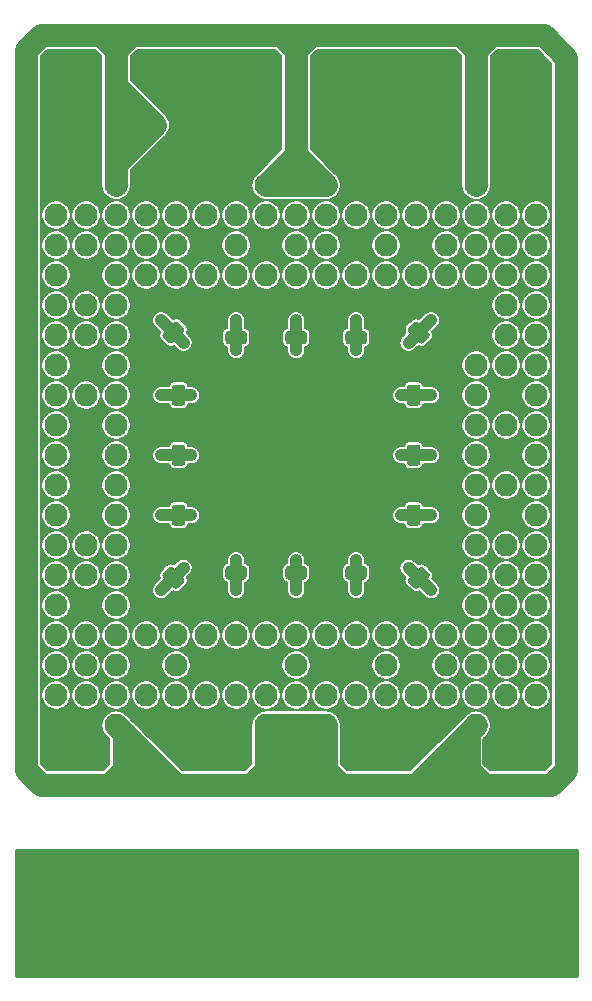
<source format=gbl>
%TF.GenerationSoftware,KiCad,Pcbnew,(5.1.9)-1*%
%TF.CreationDate,2021-07-31T20:38:11+08:00*%
%TF.ProjectId,Interposer486_3v,496e7465-7270-46f7-9365-723438365f33,rev?*%
%TF.SameCoordinates,Original*%
%TF.FileFunction,Copper,L2,Bot*%
%TF.FilePolarity,Positive*%
%FSLAX46Y46*%
G04 Gerber Fmt 4.6, Leading zero omitted, Abs format (unit mm)*
G04 Created by KiCad (PCBNEW (5.1.9)-1) date 2021-07-31 20:38:11*
%MOMM*%
%LPD*%
G01*
G04 APERTURE LIST*
%TA.AperFunction,ComponentPad*%
%ADD10C,1.940000*%
%TD*%
%TA.AperFunction,ViaPad*%
%ADD11C,1.000000*%
%TD*%
%TA.AperFunction,ViaPad*%
%ADD12C,0.800000*%
%TD*%
%TA.AperFunction,Conductor*%
%ADD13C,1.000000*%
%TD*%
%TA.AperFunction,Conductor*%
%ADD14C,1.940000*%
%TD*%
%TA.AperFunction,Conductor*%
%ADD15C,0.150000*%
%TD*%
%TA.AperFunction,Conductor*%
%ADD16C,0.100000*%
%TD*%
%TA.AperFunction,Conductor*%
%ADD17C,0.254000*%
%TD*%
G04 APERTURE END LIST*
D10*
%TO.P,HDT28,1*%
%TO.N,VSS*%
X173990000Y-123825000D03*
%TD*%
%TO.P,HDT27,1*%
%TO.N,VSS*%
X168910000Y-123825000D03*
%TD*%
%TO.P,HDT26,1*%
%TO.N,VSS*%
X163830000Y-123825000D03*
%TD*%
%TO.P,HDT25,1*%
%TO.N,VSS*%
X158750000Y-123825000D03*
%TD*%
%TO.P,HDT24,1*%
%TO.N,VSS*%
X153670000Y-123825000D03*
%TD*%
%TO.P,HDT23,1*%
%TO.N,VSS*%
X148590000Y-123825000D03*
%TD*%
%TO.P,HDT22,1*%
%TO.N,VSS*%
X143510000Y-123825000D03*
%TD*%
%TO.P,HDT21,1*%
%TO.N,VSS*%
X171450000Y-121285000D03*
%TD*%
%TO.P,HDT20,1*%
%TO.N,VSS*%
X166370000Y-121285000D03*
%TD*%
%TO.P,HDT19,1*%
%TO.N,VSS*%
X161290000Y-121285000D03*
%TD*%
%TO.P,HDT18,1*%
%TO.N,VSS*%
X156210000Y-121285000D03*
%TD*%
%TO.P,HDT17,1*%
%TO.N,VSS*%
X151130000Y-121285000D03*
%TD*%
%TO.P,HDT16,1*%
%TO.N,VSS*%
X146050000Y-121285000D03*
%TD*%
%TO.P,HDT15,1*%
%TO.N,VSS*%
X140970000Y-121285000D03*
%TD*%
%TO.P,HDT14,1*%
%TO.N,VSS*%
X173990000Y-118745000D03*
%TD*%
%TO.P,HDT13,1*%
%TO.N,VSS*%
X168910000Y-118745000D03*
%TD*%
%TO.P,HDT12,1*%
%TO.N,VSS*%
X163830000Y-118745000D03*
%TD*%
%TO.P,HDT11,1*%
%TO.N,VSS*%
X158750000Y-118745000D03*
%TD*%
%TO.P,HDT10,1*%
%TO.N,VSS*%
X153670000Y-118745000D03*
%TD*%
%TO.P,HDT9,1*%
%TO.N,VSS*%
X148590000Y-118745000D03*
%TD*%
%TO.P,HDT8,1*%
%TO.N,VSS*%
X143510000Y-118745000D03*
%TD*%
%TO.P,HDT7,1*%
%TO.N,VSS*%
X171450000Y-116205000D03*
%TD*%
%TO.P,HDT6,1*%
%TO.N,VSS*%
X166370000Y-116205000D03*
%TD*%
%TO.P,HDT5,1*%
%TO.N,VSS*%
X161290000Y-116205000D03*
%TD*%
%TO.P,HDT4,1*%
%TO.N,VSS*%
X156210000Y-116205000D03*
%TD*%
%TO.P,HDT3,1*%
%TO.N,VSS*%
X151130000Y-116205000D03*
%TD*%
%TO.P,HDT2,1*%
%TO.N,VSS*%
X146050000Y-116205000D03*
%TD*%
%TO.P,HDT1,1*%
%TO.N,VSS*%
X140970000Y-116205000D03*
%TD*%
%TO.P,C11,1*%
%TO.N,VCC*%
%TA.AperFunction,SMDPad,CuDef*%
G36*
G01*
X158130001Y-94760000D02*
X156829999Y-94760000D01*
G75*
G02*
X156580000Y-94510001I0J249999D01*
G01*
X156580000Y-93859999D01*
G75*
G02*
X156829999Y-93610000I249999J0D01*
G01*
X158130001Y-93610000D01*
G75*
G02*
X158380000Y-93859999I0J-249999D01*
G01*
X158380000Y-94510001D01*
G75*
G02*
X158130001Y-94760000I-249999J0D01*
G01*
G37*
%TD.AperFunction*%
%TO.P,C11,2*%
%TO.N,VSS*%
%TA.AperFunction,SMDPad,CuDef*%
G36*
G01*
X158130001Y-91810000D02*
X156829999Y-91810000D01*
G75*
G02*
X156580000Y-91560001I0J249999D01*
G01*
X156580000Y-90909999D01*
G75*
G02*
X156829999Y-90660000I249999J0D01*
G01*
X158130001Y-90660000D01*
G75*
G02*
X158380000Y-90909999I0J-249999D01*
G01*
X158380000Y-91560001D01*
G75*
G02*
X158130001Y-91810000I-249999J0D01*
G01*
G37*
%TD.AperFunction*%
%TD*%
%TO.P,C10,1*%
%TO.N,VCC*%
%TA.AperFunction,SMDPad,CuDef*%
G36*
G01*
X163210001Y-94760000D02*
X161909999Y-94760000D01*
G75*
G02*
X161660000Y-94510001I0J249999D01*
G01*
X161660000Y-93859999D01*
G75*
G02*
X161909999Y-93610000I249999J0D01*
G01*
X163210001Y-93610000D01*
G75*
G02*
X163460000Y-93859999I0J-249999D01*
G01*
X163460000Y-94510001D01*
G75*
G02*
X163210001Y-94760000I-249999J0D01*
G01*
G37*
%TD.AperFunction*%
%TO.P,C10,2*%
%TO.N,VSS*%
%TA.AperFunction,SMDPad,CuDef*%
G36*
G01*
X163210001Y-91810000D02*
X161909999Y-91810000D01*
G75*
G02*
X161660000Y-91560001I0J249999D01*
G01*
X161660000Y-90909999D01*
G75*
G02*
X161909999Y-90660000I249999J0D01*
G01*
X163210001Y-90660000D01*
G75*
G02*
X163460000Y-90909999I0J-249999D01*
G01*
X163460000Y-91560001D01*
G75*
G02*
X163210001Y-91810000I-249999J0D01*
G01*
G37*
%TD.AperFunction*%
%TD*%
%TO.P,C12,2*%
%TO.N,VSS*%
%TA.AperFunction,SMDPad,CuDef*%
G36*
G01*
X153050001Y-91810000D02*
X151749999Y-91810000D01*
G75*
G02*
X151500000Y-91560001I0J249999D01*
G01*
X151500000Y-90909999D01*
G75*
G02*
X151749999Y-90660000I249999J0D01*
G01*
X153050001Y-90660000D01*
G75*
G02*
X153300000Y-90909999I0J-249999D01*
G01*
X153300000Y-91560001D01*
G75*
G02*
X153050001Y-91810000I-249999J0D01*
G01*
G37*
%TD.AperFunction*%
%TO.P,C12,1*%
%TO.N,VCC*%
%TA.AperFunction,SMDPad,CuDef*%
G36*
G01*
X153050001Y-94760000D02*
X151749999Y-94760000D01*
G75*
G02*
X151500000Y-94510001I0J249999D01*
G01*
X151500000Y-93859999D01*
G75*
G02*
X151749999Y-93610000I249999J0D01*
G01*
X153050001Y-93610000D01*
G75*
G02*
X153300000Y-93859999I0J-249999D01*
G01*
X153300000Y-94510001D01*
G75*
G02*
X153050001Y-94760000I-249999J0D01*
G01*
G37*
%TD.AperFunction*%
%TD*%
%TO.P,C2,2*%
%TO.N,VSS*%
%TA.AperFunction,SMDPad,CuDef*%
G36*
G01*
X151749999Y-70750000D02*
X153050001Y-70750000D01*
G75*
G02*
X153300000Y-70999999I0J-249999D01*
G01*
X153300000Y-71650001D01*
G75*
G02*
X153050001Y-71900000I-249999J0D01*
G01*
X151749999Y-71900000D01*
G75*
G02*
X151500000Y-71650001I0J249999D01*
G01*
X151500000Y-70999999D01*
G75*
G02*
X151749999Y-70750000I249999J0D01*
G01*
G37*
%TD.AperFunction*%
%TO.P,C2,1*%
%TO.N,VCC*%
%TA.AperFunction,SMDPad,CuDef*%
G36*
G01*
X151749999Y-67800000D02*
X153050001Y-67800000D01*
G75*
G02*
X153300000Y-68049999I0J-249999D01*
G01*
X153300000Y-68700001D01*
G75*
G02*
X153050001Y-68950000I-249999J0D01*
G01*
X151749999Y-68950000D01*
G75*
G02*
X151500000Y-68700001I0J249999D01*
G01*
X151500000Y-68049999D01*
G75*
G02*
X151749999Y-67800000I249999J0D01*
G01*
G37*
%TD.AperFunction*%
%TD*%
%TO.P,C3,1*%
%TO.N,VCC*%
%TA.AperFunction,SMDPad,CuDef*%
G36*
G01*
X156829999Y-67800000D02*
X158130001Y-67800000D01*
G75*
G02*
X158380000Y-68049999I0J-249999D01*
G01*
X158380000Y-68700001D01*
G75*
G02*
X158130001Y-68950000I-249999J0D01*
G01*
X156829999Y-68950000D01*
G75*
G02*
X156580000Y-68700001I0J249999D01*
G01*
X156580000Y-68049999D01*
G75*
G02*
X156829999Y-67800000I249999J0D01*
G01*
G37*
%TD.AperFunction*%
%TO.P,C3,2*%
%TO.N,VSS*%
%TA.AperFunction,SMDPad,CuDef*%
G36*
G01*
X156829999Y-70750000D02*
X158130001Y-70750000D01*
G75*
G02*
X158380000Y-70999999I0J-249999D01*
G01*
X158380000Y-71650001D01*
G75*
G02*
X158130001Y-71900000I-249999J0D01*
G01*
X156829999Y-71900000D01*
G75*
G02*
X156580000Y-71650001I0J249999D01*
G01*
X156580000Y-70999999D01*
G75*
G02*
X156829999Y-70750000I249999J0D01*
G01*
G37*
%TD.AperFunction*%
%TD*%
%TO.P,C4,2*%
%TO.N,VSS*%
%TA.AperFunction,SMDPad,CuDef*%
G36*
G01*
X161909999Y-70750000D02*
X163210001Y-70750000D01*
G75*
G02*
X163460000Y-70999999I0J-249999D01*
G01*
X163460000Y-71650001D01*
G75*
G02*
X163210001Y-71900000I-249999J0D01*
G01*
X161909999Y-71900000D01*
G75*
G02*
X161660000Y-71650001I0J249999D01*
G01*
X161660000Y-70999999D01*
G75*
G02*
X161909999Y-70750000I249999J0D01*
G01*
G37*
%TD.AperFunction*%
%TO.P,C4,1*%
%TO.N,VCC*%
%TA.AperFunction,SMDPad,CuDef*%
G36*
G01*
X161909999Y-67800000D02*
X163210001Y-67800000D01*
G75*
G02*
X163460000Y-68049999I0J-249999D01*
G01*
X163460000Y-68700001D01*
G75*
G02*
X163210001Y-68950000I-249999J0D01*
G01*
X161909999Y-68950000D01*
G75*
G02*
X161660000Y-68700001I0J249999D01*
G01*
X161660000Y-68049999D01*
G75*
G02*
X161909999Y-67800000I249999J0D01*
G01*
G37*
%TD.AperFunction*%
%TD*%
%TO.P,C7,1*%
%TO.N,VCC*%
%TA.AperFunction,SMDPad,CuDef*%
G36*
G01*
X170960000Y-80629999D02*
X170960000Y-81930001D01*
G75*
G02*
X170710001Y-82180000I-249999J0D01*
G01*
X170059999Y-82180000D01*
G75*
G02*
X169810000Y-81930001I0J249999D01*
G01*
X169810000Y-80629999D01*
G75*
G02*
X170059999Y-80380000I249999J0D01*
G01*
X170710001Y-80380000D01*
G75*
G02*
X170960000Y-80629999I0J-249999D01*
G01*
G37*
%TD.AperFunction*%
%TO.P,C7,2*%
%TO.N,VSS*%
%TA.AperFunction,SMDPad,CuDef*%
G36*
G01*
X168010000Y-80629999D02*
X168010000Y-81930001D01*
G75*
G02*
X167760001Y-82180000I-249999J0D01*
G01*
X167109999Y-82180000D01*
G75*
G02*
X166860000Y-81930001I0J249999D01*
G01*
X166860000Y-80629999D01*
G75*
G02*
X167109999Y-80380000I249999J0D01*
G01*
X167760001Y-80380000D01*
G75*
G02*
X168010000Y-80629999I0J-249999D01*
G01*
G37*
%TD.AperFunction*%
%TD*%
%TO.P,C6,1*%
%TO.N,VCC*%
%TA.AperFunction,SMDPad,CuDef*%
G36*
G01*
X170960000Y-75549999D02*
X170960000Y-76850001D01*
G75*
G02*
X170710001Y-77100000I-249999J0D01*
G01*
X170059999Y-77100000D01*
G75*
G02*
X169810000Y-76850001I0J249999D01*
G01*
X169810000Y-75549999D01*
G75*
G02*
X170059999Y-75300000I249999J0D01*
G01*
X170710001Y-75300000D01*
G75*
G02*
X170960000Y-75549999I0J-249999D01*
G01*
G37*
%TD.AperFunction*%
%TO.P,C6,2*%
%TO.N,VSS*%
%TA.AperFunction,SMDPad,CuDef*%
G36*
G01*
X168010000Y-75549999D02*
X168010000Y-76850001D01*
G75*
G02*
X167760001Y-77100000I-249999J0D01*
G01*
X167109999Y-77100000D01*
G75*
G02*
X166860000Y-76850001I0J249999D01*
G01*
X166860000Y-75549999D01*
G75*
G02*
X167109999Y-75300000I249999J0D01*
G01*
X167760001Y-75300000D01*
G75*
G02*
X168010000Y-75549999I0J-249999D01*
G01*
G37*
%TD.AperFunction*%
%TD*%
%TO.P,C8,2*%
%TO.N,VSS*%
%TA.AperFunction,SMDPad,CuDef*%
G36*
G01*
X168010000Y-85709999D02*
X168010000Y-87010001D01*
G75*
G02*
X167760001Y-87260000I-249999J0D01*
G01*
X167109999Y-87260000D01*
G75*
G02*
X166860000Y-87010001I0J249999D01*
G01*
X166860000Y-85709999D01*
G75*
G02*
X167109999Y-85460000I249999J0D01*
G01*
X167760001Y-85460000D01*
G75*
G02*
X168010000Y-85709999I0J-249999D01*
G01*
G37*
%TD.AperFunction*%
%TO.P,C8,1*%
%TO.N,VCC*%
%TA.AperFunction,SMDPad,CuDef*%
G36*
G01*
X170960000Y-85709999D02*
X170960000Y-87010001D01*
G75*
G02*
X170710001Y-87260000I-249999J0D01*
G01*
X170059999Y-87260000D01*
G75*
G02*
X169810000Y-87010001I0J249999D01*
G01*
X169810000Y-85709999D01*
G75*
G02*
X170059999Y-85460000I249999J0D01*
G01*
X170710001Y-85460000D01*
G75*
G02*
X170960000Y-85709999I0J-249999D01*
G01*
G37*
%TD.AperFunction*%
%TD*%
%TO.P,C14,2*%
%TO.N,VSS*%
%TA.AperFunction,SMDPad,CuDef*%
G36*
G01*
X146950000Y-87010001D02*
X146950000Y-85709999D01*
G75*
G02*
X147199999Y-85460000I249999J0D01*
G01*
X147850001Y-85460000D01*
G75*
G02*
X148100000Y-85709999I0J-249999D01*
G01*
X148100000Y-87010001D01*
G75*
G02*
X147850001Y-87260000I-249999J0D01*
G01*
X147199999Y-87260000D01*
G75*
G02*
X146950000Y-87010001I0J249999D01*
G01*
G37*
%TD.AperFunction*%
%TO.P,C14,1*%
%TO.N,VCC*%
%TA.AperFunction,SMDPad,CuDef*%
G36*
G01*
X144000000Y-87010001D02*
X144000000Y-85709999D01*
G75*
G02*
X144249999Y-85460000I249999J0D01*
G01*
X144900001Y-85460000D01*
G75*
G02*
X145150000Y-85709999I0J-249999D01*
G01*
X145150000Y-87010001D01*
G75*
G02*
X144900001Y-87260000I-249999J0D01*
G01*
X144249999Y-87260000D01*
G75*
G02*
X144000000Y-87010001I0J249999D01*
G01*
G37*
%TD.AperFunction*%
%TD*%
%TO.P,C16,1*%
%TO.N,VCC*%
%TA.AperFunction,SMDPad,CuDef*%
G36*
G01*
X144000000Y-76850001D02*
X144000000Y-75549999D01*
G75*
G02*
X144249999Y-75300000I249999J0D01*
G01*
X144900001Y-75300000D01*
G75*
G02*
X145150000Y-75549999I0J-249999D01*
G01*
X145150000Y-76850001D01*
G75*
G02*
X144900001Y-77100000I-249999J0D01*
G01*
X144249999Y-77100000D01*
G75*
G02*
X144000000Y-76850001I0J249999D01*
G01*
G37*
%TD.AperFunction*%
%TO.P,C16,2*%
%TO.N,VSS*%
%TA.AperFunction,SMDPad,CuDef*%
G36*
G01*
X146950000Y-76850001D02*
X146950000Y-75549999D01*
G75*
G02*
X147199999Y-75300000I249999J0D01*
G01*
X147850001Y-75300000D01*
G75*
G02*
X148100000Y-75549999I0J-249999D01*
G01*
X148100000Y-76850001D01*
G75*
G02*
X147850001Y-77100000I-249999J0D01*
G01*
X147199999Y-77100000D01*
G75*
G02*
X146950000Y-76850001I0J249999D01*
G01*
G37*
%TD.AperFunction*%
%TD*%
%TO.P,C15,2*%
%TO.N,VSS*%
%TA.AperFunction,SMDPad,CuDef*%
G36*
G01*
X146950000Y-81930001D02*
X146950000Y-80629999D01*
G75*
G02*
X147199999Y-80380000I249999J0D01*
G01*
X147850001Y-80380000D01*
G75*
G02*
X148100000Y-80629999I0J-249999D01*
G01*
X148100000Y-81930001D01*
G75*
G02*
X147850001Y-82180000I-249999J0D01*
G01*
X147199999Y-82180000D01*
G75*
G02*
X146950000Y-81930001I0J249999D01*
G01*
G37*
%TD.AperFunction*%
%TO.P,C15,1*%
%TO.N,VCC*%
%TA.AperFunction,SMDPad,CuDef*%
G36*
G01*
X144000000Y-81930001D02*
X144000000Y-80629999D01*
G75*
G02*
X144249999Y-80380000I249999J0D01*
G01*
X144900001Y-80380000D01*
G75*
G02*
X145150000Y-80629999I0J-249999D01*
G01*
X145150000Y-81930001D01*
G75*
G02*
X144900001Y-82180000I-249999J0D01*
G01*
X144249999Y-82180000D01*
G75*
G02*
X144000000Y-81930001I0J249999D01*
G01*
G37*
%TD.AperFunction*%
%TD*%
%TO.P,C5,1*%
%TO.N,VCC*%
%TA.AperFunction,SMDPad,CuDef*%
G36*
G01*
X169899949Y-67940810D02*
X170819190Y-68860051D01*
G75*
G02*
X170819190Y-69213603I-176776J-176776D01*
G01*
X170359569Y-69673224D01*
G75*
G02*
X170006017Y-69673224I-176776J176776D01*
G01*
X169086776Y-68753983D01*
G75*
G02*
X169086776Y-68400431I176776J176776D01*
G01*
X169546397Y-67940810D01*
G75*
G02*
X169899949Y-67940810I176776J-176776D01*
G01*
G37*
%TD.AperFunction*%
%TO.P,C5,2*%
%TO.N,VSS*%
%TA.AperFunction,SMDPad,CuDef*%
G36*
G01*
X167813983Y-70026776D02*
X168733224Y-70946017D01*
G75*
G02*
X168733224Y-71299569I-176776J-176776D01*
G01*
X168273603Y-71759190D01*
G75*
G02*
X167920051Y-71759190I-176776J176776D01*
G01*
X167000810Y-70839949D01*
G75*
G02*
X167000810Y-70486397I176776J176776D01*
G01*
X167460431Y-70026776D01*
G75*
G02*
X167813983Y-70026776I176776J-176776D01*
G01*
G37*
%TD.AperFunction*%
%TD*%
%TO.P,C9,2*%
%TO.N,VSS*%
%TA.AperFunction,SMDPad,CuDef*%
G36*
G01*
X168733224Y-91613983D02*
X167813983Y-92533224D01*
G75*
G02*
X167460431Y-92533224I-176776J176776D01*
G01*
X167000810Y-92073603D01*
G75*
G02*
X167000810Y-91720051I176776J176776D01*
G01*
X167920051Y-90800810D01*
G75*
G02*
X168273603Y-90800810I176776J-176776D01*
G01*
X168733224Y-91260431D01*
G75*
G02*
X168733224Y-91613983I-176776J-176776D01*
G01*
G37*
%TD.AperFunction*%
%TO.P,C9,1*%
%TO.N,VCC*%
%TA.AperFunction,SMDPad,CuDef*%
G36*
G01*
X170819190Y-93699949D02*
X169899949Y-94619190D01*
G75*
G02*
X169546397Y-94619190I-176776J176776D01*
G01*
X169086776Y-94159569D01*
G75*
G02*
X169086776Y-93806017I176776J176776D01*
G01*
X170006017Y-92886776D01*
G75*
G02*
X170359569Y-92886776I176776J-176776D01*
G01*
X170819190Y-93346397D01*
G75*
G02*
X170819190Y-93699949I-176776J-176776D01*
G01*
G37*
%TD.AperFunction*%
%TD*%
%TO.P,C13,1*%
%TO.N,VCC*%
%TA.AperFunction,SMDPad,CuDef*%
G36*
G01*
X145060051Y-94619190D02*
X144140810Y-93699949D01*
G75*
G02*
X144140810Y-93346397I176776J176776D01*
G01*
X144600431Y-92886776D01*
G75*
G02*
X144953983Y-92886776I176776J-176776D01*
G01*
X145873224Y-93806017D01*
G75*
G02*
X145873224Y-94159569I-176776J-176776D01*
G01*
X145413603Y-94619190D01*
G75*
G02*
X145060051Y-94619190I-176776J176776D01*
G01*
G37*
%TD.AperFunction*%
%TO.P,C13,2*%
%TO.N,VSS*%
%TA.AperFunction,SMDPad,CuDef*%
G36*
G01*
X147146017Y-92533224D02*
X146226776Y-91613983D01*
G75*
G02*
X146226776Y-91260431I176776J176776D01*
G01*
X146686397Y-90800810D01*
G75*
G02*
X147039949Y-90800810I176776J-176776D01*
G01*
X147959190Y-91720051D01*
G75*
G02*
X147959190Y-92073603I-176776J-176776D01*
G01*
X147499569Y-92533224D01*
G75*
G02*
X147146017Y-92533224I-176776J176776D01*
G01*
G37*
%TD.AperFunction*%
%TD*%
%TO.P,C1,2*%
%TO.N,VSS*%
%TA.AperFunction,SMDPad,CuDef*%
G36*
G01*
X146226776Y-70946017D02*
X147146017Y-70026776D01*
G75*
G02*
X147499569Y-70026776I176776J-176776D01*
G01*
X147959190Y-70486397D01*
G75*
G02*
X147959190Y-70839949I-176776J-176776D01*
G01*
X147039949Y-71759190D01*
G75*
G02*
X146686397Y-71759190I-176776J176776D01*
G01*
X146226776Y-71299569D01*
G75*
G02*
X146226776Y-70946017I176776J176776D01*
G01*
G37*
%TD.AperFunction*%
%TO.P,C1,1*%
%TO.N,VCC*%
%TA.AperFunction,SMDPad,CuDef*%
G36*
G01*
X144140810Y-68860051D02*
X145060051Y-67940810D01*
G75*
G02*
X145413603Y-67940810I176776J-176776D01*
G01*
X145873224Y-68400431D01*
G75*
G02*
X145873224Y-68753983I-176776J-176776D01*
G01*
X144953983Y-69673224D01*
G75*
G02*
X144600431Y-69673224I-176776J176776D01*
G01*
X144140810Y-69213603D01*
G75*
G02*
X144140810Y-68860051I176776J176776D01*
G01*
G37*
%TD.AperFunction*%
%TD*%
%TO.P,HSS15,1*%
%TO.N,+5V*%
X134620000Y-96520000D03*
%TD*%
%TO.P,HSS10,1*%
%TO.N,+5V*%
X134620000Y-83820000D03*
%TD*%
%TO.P,HSS9,1*%
%TO.N,+5V*%
X134620000Y-81280000D03*
%TD*%
%TO.P,HSS8,1*%
%TO.N,+5V*%
X134620000Y-78740000D03*
%TD*%
%TO.P,HSS3,1*%
%TO.N,+5V*%
X134620000Y-66040000D03*
%TD*%
%TO.P,HQ18,1*%
%TO.N,+5V*%
X142240000Y-104140000D03*
%TD*%
%TO.P,HQ0,1*%
%TO.N,+5V*%
X142240000Y-58420000D03*
%TD*%
%TO.P,HK18,1*%
%TO.N,+5V*%
X154940000Y-104140000D03*
%TD*%
%TO.P,HK0,1*%
%TO.N,+5V*%
X154940000Y-58420000D03*
%TD*%
%TO.P,HJ18,1*%
%TO.N,+5V*%
X157480000Y-104140000D03*
%TD*%
%TO.P,HJ0,1*%
%TO.N,+5V*%
X157480000Y-58420000D03*
%TD*%
%TO.P,HH18,1*%
%TO.N,+5V*%
X160020000Y-104140000D03*
%TD*%
%TO.P,HH0,1*%
%TO.N,+5V*%
X160020000Y-58420000D03*
%TD*%
%TO.P,HC18,1*%
%TO.N,+5V*%
X172720000Y-104140000D03*
%TD*%
%TO.P,HC0,1*%
%TO.N,+5V*%
X172720000Y-58420000D03*
%TD*%
%TO.P,HAA15,1*%
%TO.N,+5V*%
X180340000Y-96520000D03*
%TD*%
%TO.P,HAA10,1*%
%TO.N,+5V*%
X180340000Y-83820000D03*
%TD*%
%TO.P,HAA9,1*%
%TO.N,+5V*%
X180340000Y-81280000D03*
%TD*%
%TO.P,HAA8,1*%
%TO.N,+5V*%
X180340000Y-78740000D03*
%TD*%
%TO.P,HAA3,1*%
%TO.N,+5V*%
X180340000Y-66040000D03*
%TD*%
%TO.P,HR17,1*%
%TO.N,CLKMUL*%
X139700000Y-101600000D03*
%TD*%
%TO.P,HR14,1*%
%TO.N,VCC*%
X139700000Y-93980000D03*
%TD*%
%TO.P,HR11,1*%
%TO.N,VCC*%
X139700000Y-86360000D03*
%TD*%
%TO.P,HR10,1*%
%TO.N,VCC*%
X139700000Y-83820000D03*
%TD*%
%TO.P,HR9,1*%
%TO.N,VCC*%
X139700000Y-81280000D03*
%TD*%
%TO.P,HR8,1*%
%TO.N,VCC*%
X139700000Y-78740000D03*
%TD*%
%TO.P,HR6,1*%
%TO.N,VCC*%
X139700000Y-73660000D03*
%TD*%
%TO.P,HR3,1*%
%TO.N,VCC*%
X139700000Y-66040000D03*
%TD*%
%TO.P,HP16,1*%
%TO.N,VCC*%
X144780000Y-99060000D03*
%TD*%
%TO.P,HM16,1*%
%TO.N,VCC*%
X149860000Y-99060000D03*
%TD*%
%TO.P,HM2,1*%
%TO.N,VCC*%
X149860000Y-63500000D03*
%TD*%
%TO.P,HL16,1*%
%TO.N,VCC*%
X152400000Y-99060000D03*
%TD*%
%TO.P,HK16,1*%
%TO.N,VCC*%
X154940000Y-99060000D03*
%TD*%
%TO.P,HK2,1*%
%TO.N,VCC*%
X154940000Y-63500000D03*
%TD*%
%TO.P,HH16,1*%
%TO.N,VCC*%
X160020000Y-99060000D03*
%TD*%
%TO.P,HG16,1*%
%TO.N,VCC*%
X162560000Y-99060000D03*
%TD*%
%TO.P,HG2,1*%
%TO.N,VCC*%
X162560000Y-63500000D03*
%TD*%
%TO.P,HE16,1*%
%TO.N,VCC*%
X167640000Y-99060000D03*
%TD*%
%TO.P,HE2,1*%
%TO.N,VCC*%
X167640000Y-63500000D03*
%TD*%
%TO.P,HC5,1*%
%TO.N,VCC*%
X172720000Y-71120000D03*
%TD*%
%TO.P,HC4,1*%
%TO.N,VCC*%
X172720000Y-68580000D03*
%TD*%
%TO.P,HB13,1*%
%TO.N,WB_~WT*%
X175260000Y-91440000D03*
%TD*%
%TO.P,HB11,1*%
%TO.N,VCC*%
X175260000Y-86360000D03*
%TD*%
%TO.P,HB9,1*%
%TO.N,VCC*%
X175260000Y-81280000D03*
%TD*%
%TO.P,HB7,1*%
%TO.N,VCC*%
X175260000Y-76200000D03*
%TD*%
%TO.P,HS17,1*%
%TO.N,N/C*%
X137160000Y-101600000D03*
%TD*%
%TO.P,HS16,1*%
%TO.N,N/C*%
X137160000Y-99060000D03*
%TD*%
%TO.P,HS15,1*%
%TO.N,N/C*%
X137160000Y-96520000D03*
%TD*%
%TO.P,HS14,1*%
%TO.N,VSS*%
X137160000Y-93980000D03*
%TD*%
%TO.P,HS13,1*%
%TO.N,N/C*%
X137160000Y-91440000D03*
%TD*%
%TO.P,HS12,1*%
%TO.N,VSS*%
X137160000Y-88900000D03*
%TD*%
%TO.P,HS11,1*%
%TO.N,VSS*%
X137160000Y-86360000D03*
%TD*%
%TO.P,HS10,1*%
%TO.N,VSS*%
X137160000Y-83820000D03*
%TD*%
%TO.P,HS9,1*%
%TO.N,VSS*%
X137160000Y-81280000D03*
%TD*%
%TO.P,HS8,1*%
%TO.N,VSS*%
X137160000Y-78740000D03*
%TD*%
%TO.P,HS7,1*%
%TO.N,N/C*%
X137160000Y-76200000D03*
%TD*%
%TO.P,HS6,1*%
%TO.N,VSS*%
X137160000Y-73660000D03*
%TD*%
%TO.P,HS5,1*%
%TO.N,N/C*%
X137160000Y-71120000D03*
%TD*%
%TO.P,HS4,1*%
%TO.N,N/C*%
X137160000Y-68580000D03*
%TD*%
%TO.P,HS3,1*%
%TO.N,N/C*%
X137160000Y-66040000D03*
%TD*%
%TO.P,HS2,1*%
%TO.N,N/C*%
X137160000Y-63500000D03*
%TD*%
%TO.P,HS1,1*%
%TO.N,N/C*%
X137160000Y-60960000D03*
%TD*%
%TO.P,HR16,1*%
%TO.N,N/C*%
X139700000Y-99060000D03*
%TD*%
%TO.P,HR15,1*%
%TO.N,N/C*%
X139700000Y-96520000D03*
%TD*%
%TO.P,HR13,1*%
%TO.N,N/C*%
X139700000Y-91440000D03*
%TD*%
%TO.P,HR12,1*%
%TO.N,N/C*%
X139700000Y-88900000D03*
%TD*%
%TO.P,HR7,1*%
%TO.N,N/C*%
X139700000Y-76200000D03*
%TD*%
%TO.P,HR5,1*%
%TO.N,N/C*%
X139700000Y-71120000D03*
%TD*%
%TO.P,HR4,1*%
%TO.N,VSS*%
X139700000Y-68580000D03*
%TD*%
%TO.P,HR2,1*%
%TO.N,N/C*%
X139700000Y-63500000D03*
%TD*%
%TO.P,HR1,1*%
%TO.N,N/C*%
X139700000Y-60960000D03*
%TD*%
%TO.P,HQ17,1*%
%TO.N,N/C*%
X142240000Y-101600000D03*
%TD*%
%TO.P,HQ16,1*%
%TO.N,N/C*%
X142240000Y-99060000D03*
%TD*%
%TO.P,HQ15,1*%
%TO.N,N/C*%
X142240000Y-96520000D03*
%TD*%
%TO.P,HQ14,1*%
%TO.N,N/C*%
X142240000Y-93980000D03*
%TD*%
%TO.P,HQ13,1*%
%TO.N,N/C*%
X142240000Y-91440000D03*
%TD*%
%TO.P,HQ12,1*%
%TO.N,N/C*%
X142240000Y-88900000D03*
%TD*%
%TO.P,HQ11,1*%
%TO.N,N/C*%
X142240000Y-86360000D03*
%TD*%
%TO.P,HQ10,1*%
%TO.N,N/C*%
X142240000Y-83820000D03*
%TD*%
%TO.P,HQ9,1*%
%TO.N,N/C*%
X142240000Y-81280000D03*
%TD*%
%TO.P,HQ8,1*%
%TO.N,N/C*%
X142240000Y-78740000D03*
%TD*%
%TO.P,HQ7,1*%
%TO.N,N/C*%
X142240000Y-76200000D03*
%TD*%
%TO.P,HQ6,1*%
%TO.N,N/C*%
X142240000Y-73660000D03*
%TD*%
%TO.P,HQ5,1*%
%TO.N,N/C*%
X142240000Y-71120000D03*
%TD*%
%TO.P,HQ4,1*%
%TO.N,N/C*%
X142240000Y-68580000D03*
%TD*%
%TO.P,HQ3,1*%
%TO.N,N/C*%
X142240000Y-66040000D03*
%TD*%
%TO.P,HQ2,1*%
%TO.N,VSS*%
X142240000Y-63500000D03*
%TD*%
%TO.P,HQ1,1*%
%TO.N,N/C*%
X142240000Y-60960000D03*
%TD*%
%TO.P,HP17,1*%
%TO.N,VSS*%
X144780000Y-101600000D03*
%TD*%
%TO.P,HP15,1*%
%TO.N,N/C*%
X144780000Y-96520000D03*
%TD*%
%TO.P,HP3,1*%
%TO.N,N/C*%
X144780000Y-66040000D03*
%TD*%
%TO.P,HP2,1*%
%TO.N,N/C*%
X144780000Y-63500000D03*
%TD*%
%TO.P,HP1,1*%
%TO.N,N/C*%
X144780000Y-60960000D03*
%TD*%
%TO.P,HN17,1*%
%TO.N,N/C*%
X147320000Y-101600000D03*
%TD*%
%TO.P,HN16,1*%
%TO.N,N/C*%
X147320000Y-99060000D03*
%TD*%
%TO.P,HN15,1*%
%TO.N,N/C*%
X147320000Y-96520000D03*
%TD*%
%TO.P,HN3,1*%
%TO.N,N/C*%
X147320000Y-66040000D03*
%TD*%
%TO.P,HN2,1*%
%TO.N,N/C*%
X147320000Y-63500000D03*
%TD*%
%TO.P,HN1,1*%
%TO.N,N/C*%
X147320000Y-60960000D03*
%TD*%
%TO.P,HM17,1*%
%TO.N,VSS*%
X149860000Y-101600000D03*
%TD*%
%TO.P,HM15,1*%
%TO.N,N/C*%
X149860000Y-96520000D03*
%TD*%
%TO.P,HM3,1*%
%TO.N,N/C*%
X149860000Y-66040000D03*
%TD*%
%TO.P,HM1,1*%
%TO.N,VSS*%
X149860000Y-60960000D03*
%TD*%
%TO.P,HL17,1*%
%TO.N,VSS*%
X152400000Y-101600000D03*
%TD*%
%TO.P,HL15,1*%
%TO.N,N/C*%
X152400000Y-96520000D03*
%TD*%
%TO.P,HL3,1*%
%TO.N,N/C*%
X152400000Y-66040000D03*
%TD*%
%TO.P,HL2,1*%
%TO.N,N/C*%
X152400000Y-63500000D03*
%TD*%
%TO.P,HL1,1*%
%TO.N,VSS*%
X152400000Y-60960000D03*
%TD*%
%TO.P,HK17,1*%
%TO.N,VSS*%
X154940000Y-101600000D03*
%TD*%
%TO.P,HK15,1*%
%TO.N,N/C*%
X154940000Y-96520000D03*
%TD*%
%TO.P,HK3,1*%
%TO.N,N/C*%
X154940000Y-66040000D03*
%TD*%
%TO.P,HK1,1*%
%TO.N,VSS*%
X154940000Y-60960000D03*
%TD*%
%TO.P,HJ17,1*%
%TO.N,N/C*%
X157480000Y-101600000D03*
%TD*%
%TO.P,HJ16,1*%
%TO.N,N/C*%
X157480000Y-99060000D03*
%TD*%
%TO.P,HJ15,1*%
%TO.N,N/C*%
X157480000Y-96520000D03*
%TD*%
%TO.P,HJ3,1*%
%TO.N,N/C*%
X157480000Y-66040000D03*
%TD*%
%TO.P,HJ2,1*%
%TO.N,N/C*%
X157480000Y-63500000D03*
%TD*%
%TO.P,HJ1,1*%
%TO.N,N/C*%
X157480000Y-60960000D03*
%TD*%
%TO.P,HH17,1*%
%TO.N,VSS*%
X160020000Y-101600000D03*
%TD*%
%TO.P,HH15,1*%
%TO.N,N/C*%
X160020000Y-96520000D03*
%TD*%
%TO.P,HH3,1*%
%TO.N,N/C*%
X160020000Y-66040000D03*
%TD*%
%TO.P,HH2,1*%
%TO.N,N/C*%
X160020000Y-63500000D03*
%TD*%
%TO.P,HH1,1*%
%TO.N,VSS*%
X160020000Y-60960000D03*
%TD*%
%TO.P,HG17,1*%
%TO.N,VSS*%
X162560000Y-101600000D03*
%TD*%
%TO.P,HG15,1*%
%TO.N,N/C*%
X162560000Y-96520000D03*
%TD*%
%TO.P,HG3,1*%
%TO.N,N/C*%
X162560000Y-66040000D03*
%TD*%
%TO.P,HG1,1*%
%TO.N,VSS*%
X162560000Y-60960000D03*
%TD*%
%TO.P,HF17,1*%
%TO.N,N/C*%
X165100000Y-101600000D03*
%TD*%
%TO.P,HF16,1*%
%TO.N,N/C*%
X165100000Y-99060000D03*
%TD*%
%TO.P,HF15,1*%
%TO.N,N/C*%
X165100000Y-96520000D03*
%TD*%
%TO.P,HF3,1*%
%TO.N,N/C*%
X165100000Y-66040000D03*
%TD*%
%TO.P,HF2,1*%
%TO.N,N/C*%
X165100000Y-63500000D03*
%TD*%
%TO.P,HF1,1*%
%TO.N,N/C*%
X165100000Y-60960000D03*
%TD*%
%TO.P,HE17,1*%
%TO.N,VSS*%
X167640000Y-101600000D03*
%TD*%
%TO.P,HE15,1*%
%TO.N,N/C*%
X167640000Y-96520000D03*
%TD*%
%TO.P,HE3,1*%
%TO.N,N/C*%
X167640000Y-66040000D03*
%TD*%
%TO.P,HE1,1*%
%TO.N,VSS*%
X167640000Y-60960000D03*
%TD*%
%TO.P,HD17,1*%
%TO.N,N/C*%
X170180000Y-101600000D03*
%TD*%
%TO.P,HD16,1*%
%TO.N,N/C*%
X170180000Y-99060000D03*
%TD*%
%TO.P,HD15,1*%
%TO.N,N/C*%
X170180000Y-96520000D03*
%TD*%
%TO.P,HD3,1*%
%TO.N,N/C*%
X170180000Y-66040000D03*
%TD*%
%TO.P,HD2,1*%
%TO.N,N/C*%
X170180000Y-63500000D03*
%TD*%
%TO.P,HD1,1*%
%TO.N,N/C*%
X170180000Y-60960000D03*
%TD*%
%TO.P,HC17,1*%
%TO.N,N/C*%
X172720000Y-101600000D03*
%TD*%
%TO.P,HC16,1*%
%TO.N,N/C*%
X172720000Y-99060000D03*
%TD*%
%TO.P,HC15,1*%
%TO.N,N/C*%
X172720000Y-96520000D03*
%TD*%
%TO.P,HC14,1*%
%TO.N,N/C*%
X172720000Y-93980000D03*
%TD*%
%TO.P,HC13,1*%
%TO.N,N/C*%
X172720000Y-91440000D03*
%TD*%
%TO.P,HC12,1*%
%TO.N,N/C*%
X172720000Y-88900000D03*
%TD*%
%TO.P,HC11,1*%
%TO.N,N/C*%
X172720000Y-86360000D03*
%TD*%
%TO.P,HC10,1*%
%TO.N,N/C*%
X172720000Y-83820000D03*
%TD*%
%TO.P,HC9,1*%
%TO.N,N/C*%
X172720000Y-81280000D03*
%TD*%
%TO.P,HC8,1*%
%TO.N,N/C*%
X172720000Y-78740000D03*
%TD*%
%TO.P,HC7,1*%
%TO.N,N/C*%
X172720000Y-76200000D03*
%TD*%
%TO.P,HC6,1*%
%TO.N,N/C*%
X172720000Y-73660000D03*
%TD*%
%TO.P,HC3,1*%
%TO.N,N/C*%
X172720000Y-66040000D03*
%TD*%
%TO.P,HC2,1*%
%TO.N,N/C*%
X172720000Y-63500000D03*
%TD*%
%TO.P,HC1,1*%
%TO.N,N/C*%
X172720000Y-60960000D03*
%TD*%
%TO.P,HB17,1*%
%TO.N,N/C*%
X175260000Y-101600000D03*
%TD*%
%TO.P,HB16,1*%
%TO.N,N/C*%
X175260000Y-99060000D03*
%TD*%
%TO.P,HB15,1*%
%TO.N,N/C*%
X175260000Y-96520000D03*
%TD*%
%TO.P,HB14,1*%
%TO.N,N/C*%
X175260000Y-93980000D03*
%TD*%
%TO.P,HB12,1*%
%TO.N,N/C*%
X175260000Y-88900000D03*
%TD*%
%TO.P,HB10,1*%
%TO.N,N/C*%
X175260000Y-83820000D03*
%TD*%
%TO.P,HB8,1*%
%TO.N,N/C*%
X175260000Y-78740000D03*
%TD*%
%TO.P,HB6,1*%
%TO.N,N/C*%
X175260000Y-73660000D03*
%TD*%
%TO.P,HB5,1*%
%TO.N,VSS*%
X175260000Y-71120000D03*
%TD*%
%TO.P,HB4,1*%
%TO.N,VSS*%
X175260000Y-68580000D03*
%TD*%
%TO.P,HB3,1*%
%TO.N,VSS*%
X175260000Y-66040000D03*
%TD*%
%TO.P,HB2,1*%
%TO.N,N/C*%
X175260000Y-63500000D03*
%TD*%
%TO.P,HB1,1*%
%TO.N,N/C*%
X175260000Y-60960000D03*
%TD*%
%TO.P,HA17,1*%
%TO.N,N/C*%
X177800000Y-101600000D03*
%TD*%
%TO.P,HA16,1*%
%TO.N,N/C*%
X177800000Y-99060000D03*
%TD*%
%TO.P,HA15,1*%
%TO.N,N/C*%
X177800000Y-96520000D03*
%TD*%
%TO.P,HA14,1*%
%TO.N,N/C*%
X177800000Y-93980000D03*
%TD*%
%TO.P,HA13,1*%
%TO.N,N/C*%
X177800000Y-91440000D03*
%TD*%
%TO.P,HA12,1*%
%TO.N,N/C*%
X177800000Y-88900000D03*
%TD*%
%TO.P,HA11,1*%
%TO.N,VSS*%
X177800000Y-86360000D03*
%TD*%
%TO.P,HA10,1*%
%TO.N,N/C*%
X177800000Y-83820000D03*
%TD*%
%TO.P,HA9,1*%
%TO.N,VSS*%
X177800000Y-81280000D03*
%TD*%
%TO.P,HA8,1*%
%TO.N,N/C*%
X177800000Y-78740000D03*
%TD*%
%TO.P,HA7,1*%
%TO.N,VSS*%
X177800000Y-76200000D03*
%TD*%
%TO.P,HA6,1*%
%TO.N,N/C*%
X177800000Y-73660000D03*
%TD*%
%TO.P,HA5,1*%
%TO.N,N/C*%
X177800000Y-71120000D03*
%TD*%
%TO.P,HA4,1*%
%TO.N,N/C*%
X177800000Y-68580000D03*
%TD*%
%TO.P,HA3,1*%
%TO.N,N/C*%
X177800000Y-66040000D03*
%TD*%
%TO.P,HA2,1*%
%TO.N,N/C*%
X177800000Y-63500000D03*
%TD*%
%TO.P,HA1,1*%
%TO.N,N/C*%
X177800000Y-60960000D03*
%TD*%
D11*
%TO.N,VSS*%
X146050000Y-69850000D03*
X147955000Y-71755000D03*
X152400000Y-69850000D03*
X152400000Y-72390000D03*
X157480000Y-69850000D03*
X162560000Y-69850000D03*
X157480000Y-72390000D03*
X162560000Y-72390000D03*
X168910000Y-69850000D03*
X167005000Y-71755000D03*
X166370000Y-76200000D03*
X166370000Y-81280000D03*
X168910000Y-81280000D03*
X168910000Y-76200000D03*
X168910000Y-86360000D03*
X166370000Y-86360000D03*
X168910000Y-92710000D03*
X167005000Y-90805000D03*
X162560000Y-90170000D03*
X162560000Y-92710000D03*
X157480000Y-92710000D03*
X157480000Y-90170000D03*
X152400000Y-92710000D03*
X152400000Y-90170000D03*
X147955000Y-90805000D03*
X146050000Y-92710000D03*
X146050000Y-86360000D03*
X148590000Y-86360000D03*
X148590000Y-81280000D03*
X146050000Y-81280000D03*
X146050000Y-76200000D03*
X148590000Y-76200000D03*
%TO.N,VCC*%
X155575000Y-50165000D03*
X155575000Y-52705000D03*
X155575000Y-47625000D03*
X155575000Y-55245000D03*
X161290000Y-52705000D03*
X161290000Y-50165000D03*
X161290000Y-47625000D03*
X161290000Y-55245000D03*
X159385000Y-50165000D03*
X159385000Y-47625000D03*
X159385000Y-55245000D03*
X159385000Y-52705000D03*
X153670000Y-52705000D03*
X153670000Y-50165000D03*
X153670000Y-47625000D03*
X153670000Y-55245000D03*
X177800000Y-52705000D03*
X177800000Y-50165000D03*
X177800000Y-47625000D03*
X177800000Y-55245000D03*
X175260000Y-50165000D03*
X175260000Y-55245000D03*
X175260000Y-47625000D03*
X175260000Y-52705000D03*
X164465000Y-51435000D03*
X167005000Y-51435000D03*
X167005000Y-47625000D03*
X164465000Y-47625000D03*
X169545000Y-51435000D03*
X169545000Y-47625000D03*
X140335000Y-47625000D03*
X164465000Y-49530000D03*
X169545000Y-49530000D03*
X167005000Y-49530000D03*
D12*
X174625000Y-106045000D03*
X140335000Y-106045000D03*
D11*
X151765000Y-105727500D03*
X149940000Y-104140000D03*
X151765000Y-104140000D03*
X151765000Y-107315000D03*
%TO.N,+5V*%
X142240000Y-51435000D03*
X142240000Y-53924990D03*
X145542000Y-53340000D03*
X143510000Y-52625000D03*
%TD*%
D13*
%TO.N,VSS*%
X147092983Y-70892983D02*
X146050000Y-69850000D01*
X147092983Y-70892983D02*
X147955000Y-71755000D01*
X152400000Y-71325000D02*
X152400000Y-69850000D01*
X152400000Y-71325000D02*
X152400000Y-72390000D01*
X157480000Y-71325000D02*
X157480000Y-69850000D01*
X162560000Y-71325000D02*
X162560000Y-69850000D01*
X157480000Y-71325000D02*
X157480000Y-72390000D01*
X162560000Y-71325000D02*
X162560000Y-72390000D01*
X167867017Y-70892983D02*
X168910000Y-69850000D01*
X167867017Y-70892983D02*
X167005000Y-71755000D01*
X167435000Y-76200000D02*
X166370000Y-76200000D01*
X167435000Y-81280000D02*
X166370000Y-81280000D01*
X167435000Y-81280000D02*
X168910000Y-81280000D01*
X167435000Y-76200000D02*
X168910000Y-76200000D01*
X167435000Y-86360000D02*
X168910000Y-86360000D01*
X167435000Y-86360000D02*
X166370000Y-86360000D01*
X167867017Y-91667017D02*
X168910000Y-92710000D01*
X167867017Y-91667017D02*
X167005000Y-90805000D01*
X162560000Y-91235000D02*
X162560000Y-90170000D01*
X162560000Y-91235000D02*
X162560000Y-92710000D01*
X157480000Y-91235000D02*
X157480000Y-92710000D01*
X157480000Y-91235000D02*
X157480000Y-90170000D01*
X152400000Y-91235000D02*
X152400000Y-92710000D01*
X152400000Y-91235000D02*
X152400000Y-90170000D01*
X147092983Y-91667017D02*
X147955000Y-90805000D01*
X147092983Y-91667017D02*
X146050000Y-92710000D01*
X147525000Y-86360000D02*
X146050000Y-86360000D01*
X147525000Y-86360000D02*
X148590000Y-86360000D01*
X147525000Y-81280000D02*
X148590000Y-81280000D01*
X147525000Y-81280000D02*
X146050000Y-81280000D01*
X147525000Y-76200000D02*
X146050000Y-76200000D01*
X147525000Y-76200000D02*
X148590000Y-76200000D01*
D14*
%TO.N,+5V*%
X180340000Y-96520000D02*
X180340000Y-83820000D01*
X180340000Y-83820000D02*
X180340000Y-81280000D01*
X180340000Y-81280000D02*
X180340000Y-78740000D01*
X180340000Y-78740000D02*
X180340000Y-66040000D01*
X134620000Y-96520000D02*
X134620000Y-85725000D01*
X134620000Y-85725000D02*
X134620000Y-83820000D01*
X134620000Y-83820000D02*
X134620000Y-81280000D01*
X134620000Y-81280000D02*
X134620000Y-78740000D01*
X134620000Y-78740000D02*
X134620000Y-66040000D01*
X154940000Y-58420000D02*
X157480000Y-58420000D01*
X160020000Y-58420000D02*
X157480000Y-58420000D01*
X161290000Y-45720000D02*
X164465000Y-45720000D01*
X172720000Y-46355000D02*
X172720000Y-45720000D01*
X172720000Y-48260000D02*
X172720000Y-46355000D01*
X172720000Y-58420000D02*
X172720000Y-50165000D01*
X172720000Y-50165000D02*
X172720000Y-48260000D01*
X157480000Y-46990000D02*
X158750000Y-45720000D01*
X158750000Y-45720000D02*
X161290000Y-45720000D01*
X157480000Y-45720000D02*
X158750000Y-45720000D01*
X157480000Y-47625000D02*
X157480000Y-45720000D01*
X157480000Y-46990000D02*
X156210000Y-45720000D01*
X157480000Y-47625000D02*
X157480000Y-46990000D01*
X156210000Y-45720000D02*
X157480000Y-45720000D01*
X142240000Y-46990000D02*
X143510000Y-45720000D01*
X142240000Y-47625000D02*
X142240000Y-46990000D01*
X143510000Y-45720000D02*
X156210000Y-45720000D01*
X142240000Y-45720000D02*
X142240000Y-47625000D01*
X142240000Y-45720000D02*
X143510000Y-45720000D01*
X142240000Y-46990000D02*
X140970000Y-45720000D01*
X142240000Y-48895000D02*
X142240000Y-46990000D01*
X140970000Y-45720000D02*
X142240000Y-45720000D01*
X142240000Y-47625000D02*
X142240000Y-48895000D01*
X134620000Y-46990000D02*
X134620000Y-66040000D01*
X135890000Y-45720000D02*
X134620000Y-46990000D01*
X140970000Y-45720000D02*
X135890000Y-45720000D01*
X154940000Y-58420000D02*
X157480000Y-55880000D01*
X157480000Y-58420000D02*
X157480000Y-55880000D01*
X160020000Y-58420000D02*
X157480000Y-55880000D01*
X157480000Y-55880000D02*
X157480000Y-47625000D01*
X172720000Y-46990000D02*
X171450000Y-45720000D01*
X171450000Y-45720000D02*
X172720000Y-45720000D01*
X164465000Y-45720000D02*
X171450000Y-45720000D01*
X172720000Y-48260000D02*
X172720000Y-46990000D01*
X172720000Y-46990000D02*
X173990000Y-45720000D01*
X172720000Y-45720000D02*
X173990000Y-45720000D01*
X142240000Y-51435000D02*
X142240000Y-53975000D01*
X142875000Y-53340000D02*
X142240000Y-53975000D01*
X145542000Y-53340000D02*
X142875000Y-53340000D01*
X144145000Y-53340000D02*
X142240000Y-51435000D01*
X145542000Y-53340000D02*
X144145000Y-53340000D01*
X142240000Y-50038000D02*
X142240000Y-49784000D01*
X145542000Y-53340000D02*
X142240000Y-50038000D01*
X142240000Y-49784000D02*
X142240000Y-51435000D01*
X142240000Y-48895000D02*
X142240000Y-49784000D01*
X145542000Y-53340000D02*
X142240000Y-56642000D01*
X142240000Y-56642000D02*
X142240000Y-58420000D01*
X142240000Y-53975000D02*
X142240000Y-56642000D01*
X134620000Y-107950000D02*
X134620000Y-96520000D01*
X135890000Y-109220000D02*
X134620000Y-107950000D01*
X154940000Y-107950000D02*
X153670000Y-109220000D01*
X154940000Y-104140000D02*
X154940000Y-107950000D01*
X180340000Y-107950000D02*
X180340000Y-96520000D01*
X179070000Y-109220000D02*
X180340000Y-107950000D01*
X160020000Y-107950000D02*
X161290000Y-109220000D01*
X160020000Y-104140000D02*
X160020000Y-107950000D01*
X160020000Y-105410000D02*
X158750000Y-104140000D01*
X160020000Y-107950000D02*
X160020000Y-105410000D01*
X158750000Y-104140000D02*
X157480000Y-104140000D01*
X160020000Y-104140000D02*
X158750000Y-104140000D01*
X154940000Y-105410000D02*
X156210000Y-104140000D01*
X154940000Y-107950000D02*
X154940000Y-105410000D01*
X156210000Y-104140000D02*
X154940000Y-104140000D01*
X157480000Y-104140000D02*
X156210000Y-104140000D01*
X156210000Y-109220000D02*
X156210000Y-106045000D01*
X153670000Y-109220000D02*
X156210000Y-109220000D01*
X156210000Y-106045000D02*
X156210000Y-106680000D01*
X156210000Y-106680000D02*
X157480000Y-107950000D01*
X157480000Y-107950000D02*
X158750000Y-106680000D01*
X158115000Y-109220000D02*
X158115000Y-105410000D01*
X156210000Y-109220000D02*
X158115000Y-109220000D01*
X158115000Y-109220000D02*
X161290000Y-109220000D01*
X156210000Y-105410000D02*
X156210000Y-106680000D01*
X157480000Y-104140000D02*
X156210000Y-105410000D01*
X172720000Y-109220000D02*
X176530000Y-109220000D01*
X176530000Y-109220000D02*
X179070000Y-109220000D01*
X170180000Y-109220000D02*
X171450000Y-109220000D01*
X170180000Y-109220000D02*
X172720000Y-109220000D01*
X144780000Y-109220000D02*
X143510000Y-109220000D01*
X144780000Y-109220000D02*
X142240000Y-109220000D01*
X140335000Y-109220000D02*
X140970000Y-109220000D01*
X142240000Y-109220000D02*
X140335000Y-109220000D01*
X140335000Y-109220000D02*
X135890000Y-109220000D01*
X172085000Y-108585000D02*
X172720000Y-109220000D01*
X172720000Y-104140000D02*
X172085000Y-104775000D01*
X173355000Y-109220000D02*
X172085000Y-107950000D01*
X172085000Y-107950000D02*
X172085000Y-106680000D01*
X176530000Y-109220000D02*
X173355000Y-109220000D01*
X172085000Y-106680000D02*
X172085000Y-108585000D01*
X172085000Y-104775000D02*
X172085000Y-106680000D01*
X172720000Y-104140000D02*
X167640000Y-109220000D01*
X167640000Y-109220000D02*
X170180000Y-109220000D01*
X161290000Y-109220000D02*
X167640000Y-109220000D01*
X172085000Y-106680000D02*
X171450000Y-106680000D01*
X171450000Y-106680000D02*
X170180000Y-107950000D01*
X142240000Y-104140000D02*
X142875000Y-104775000D01*
X142875000Y-108585000D02*
X142240000Y-109220000D01*
X140335000Y-109220000D02*
X141605000Y-109220000D01*
X142875000Y-107950000D02*
X142875000Y-106680000D01*
X141605000Y-109220000D02*
X142875000Y-107950000D01*
X142875000Y-106680000D02*
X142875000Y-108585000D01*
X142875000Y-104775000D02*
X142875000Y-106680000D01*
X147320000Y-109220000D02*
X147955000Y-109220000D01*
X147955000Y-109220000D02*
X144780000Y-109220000D01*
X153670000Y-109220000D02*
X147955000Y-109220000D01*
X144145000Y-106045000D02*
X144145000Y-107950000D01*
X142240000Y-104140000D02*
X144145000Y-106045000D01*
X144145000Y-106045000D02*
X147320000Y-109220000D01*
X175260000Y-45720000D02*
X173990000Y-45720000D01*
X178435000Y-45720000D02*
X175260000Y-45720000D01*
X180340000Y-47625000D02*
X178435000Y-45720000D01*
X180340000Y-66040000D02*
X180340000Y-47625000D01*
%TD*%
D15*
%TO.N,VCC*%
X140995000Y-47505696D02*
X140995000Y-49976840D01*
X140988976Y-50038000D01*
X140995000Y-50099160D01*
X140995000Y-51373837D01*
X140988976Y-51435000D01*
X140995000Y-51496161D01*
X140995001Y-53913830D01*
X140988976Y-53975000D01*
X140995000Y-54036161D01*
X140995001Y-56580830D01*
X140988976Y-56642000D01*
X140995000Y-56703160D01*
X140995000Y-58542622D01*
X141006991Y-58602905D01*
X141013015Y-58664063D01*
X141030853Y-58722868D01*
X141042845Y-58783153D01*
X141066369Y-58839944D01*
X141084206Y-58898746D01*
X141113170Y-58952933D01*
X141136695Y-59009729D01*
X141170849Y-59060844D01*
X141199813Y-59115032D01*
X141238795Y-59162532D01*
X141272945Y-59213641D01*
X141316406Y-59257102D01*
X141355393Y-59304608D01*
X141402899Y-59343595D01*
X141446359Y-59387055D01*
X141497467Y-59421204D01*
X141544969Y-59460188D01*
X141599160Y-59489154D01*
X141650271Y-59523305D01*
X141707063Y-59546829D01*
X141761255Y-59575795D01*
X141820062Y-59593634D01*
X141876847Y-59617155D01*
X141937125Y-59629145D01*
X141995938Y-59646986D01*
X142057101Y-59653010D01*
X142117378Y-59665000D01*
X142178837Y-59665000D01*
X142240000Y-59671024D01*
X142301163Y-59665000D01*
X142362622Y-59665000D01*
X142422899Y-59653010D01*
X142484063Y-59646986D01*
X142542877Y-59629145D01*
X142603153Y-59617155D01*
X142659935Y-59593635D01*
X142718746Y-59575795D01*
X142772942Y-59546827D01*
X142829729Y-59523305D01*
X142880836Y-59489156D01*
X142935032Y-59460188D01*
X142982538Y-59421201D01*
X143033641Y-59387055D01*
X143077097Y-59343599D01*
X143124608Y-59304608D01*
X143163599Y-59257097D01*
X143207055Y-59213641D01*
X143241201Y-59162538D01*
X143280188Y-59115032D01*
X143309156Y-59060836D01*
X143343305Y-59009729D01*
X143366827Y-58952942D01*
X143395795Y-58898746D01*
X143413635Y-58839935D01*
X143437155Y-58783153D01*
X143449145Y-58722877D01*
X143466986Y-58664063D01*
X143473010Y-58602899D01*
X143485000Y-58542622D01*
X143485000Y-57157695D01*
X146379097Y-54263599D01*
X146426608Y-54224608D01*
X146582188Y-54035032D01*
X146697795Y-53818746D01*
X146768986Y-53584063D01*
X146793024Y-53340000D01*
X146768986Y-53095937D01*
X146697795Y-52861254D01*
X146582188Y-52644968D01*
X146426608Y-52455392D01*
X146379097Y-52416401D01*
X143485000Y-49522305D01*
X143485000Y-47505695D01*
X144025696Y-46965000D01*
X155694305Y-46965000D01*
X156235000Y-47505696D01*
X156235000Y-47686162D01*
X156235001Y-47686172D01*
X156235000Y-55364304D01*
X154146362Y-57452943D01*
X154146359Y-57452945D01*
X154102903Y-57496401D01*
X154055392Y-57535392D01*
X154016403Y-57582901D01*
X153972945Y-57626359D01*
X153938799Y-57677462D01*
X153899812Y-57724968D01*
X153870844Y-57779164D01*
X153836695Y-57830271D01*
X153813173Y-57887058D01*
X153784205Y-57941254D01*
X153766365Y-58000065D01*
X153742845Y-58056847D01*
X153730855Y-58117123D01*
X153713014Y-58175937D01*
X153706990Y-58237101D01*
X153695000Y-58297378D01*
X153695000Y-58358837D01*
X153688976Y-58420000D01*
X153695000Y-58481162D01*
X153695000Y-58542622D01*
X153706990Y-58602899D01*
X153713014Y-58664063D01*
X153730855Y-58722877D01*
X153742845Y-58783153D01*
X153766365Y-58839935D01*
X153784205Y-58898746D01*
X153813173Y-58952942D01*
X153836695Y-59009729D01*
X153870844Y-59060836D01*
X153899812Y-59115032D01*
X153938799Y-59162538D01*
X153972945Y-59213641D01*
X154016401Y-59257097D01*
X154055392Y-59304608D01*
X154102903Y-59343599D01*
X154146359Y-59387055D01*
X154197462Y-59421201D01*
X154244968Y-59460188D01*
X154299164Y-59489156D01*
X154350271Y-59523305D01*
X154407058Y-59546827D01*
X154461254Y-59575795D01*
X154520065Y-59593635D01*
X154576847Y-59617155D01*
X154637123Y-59629145D01*
X154695937Y-59646986D01*
X154757101Y-59653010D01*
X154817378Y-59665000D01*
X154878840Y-59665000D01*
X154940000Y-59671024D01*
X155001160Y-59665000D01*
X157418837Y-59665000D01*
X157480000Y-59671024D01*
X157541163Y-59665000D01*
X159958839Y-59665000D01*
X160019999Y-59671024D01*
X160081159Y-59665000D01*
X160142622Y-59665000D01*
X160202899Y-59653010D01*
X160264063Y-59646986D01*
X160322877Y-59629145D01*
X160383153Y-59617155D01*
X160439935Y-59593635D01*
X160498746Y-59575795D01*
X160552942Y-59546827D01*
X160609729Y-59523305D01*
X160660836Y-59489156D01*
X160715032Y-59460188D01*
X160762538Y-59421201D01*
X160813641Y-59387055D01*
X160857097Y-59343599D01*
X160904608Y-59304608D01*
X160943599Y-59257097D01*
X160987055Y-59213641D01*
X161021201Y-59162538D01*
X161060188Y-59115032D01*
X161089156Y-59060836D01*
X161123305Y-59009729D01*
X161146827Y-58952942D01*
X161175795Y-58898746D01*
X161193635Y-58839935D01*
X161217155Y-58783153D01*
X161229145Y-58722877D01*
X161246986Y-58664063D01*
X161253010Y-58602899D01*
X161265000Y-58542622D01*
X161265000Y-58481162D01*
X161271024Y-58420000D01*
X161265000Y-58358837D01*
X161265000Y-58297378D01*
X161253010Y-58237101D01*
X161246986Y-58175937D01*
X161229145Y-58117123D01*
X161217155Y-58056847D01*
X161193635Y-58000065D01*
X161175795Y-57941254D01*
X161146827Y-57887058D01*
X161123305Y-57830271D01*
X161089156Y-57779164D01*
X161060188Y-57724968D01*
X161021201Y-57677462D01*
X160987055Y-57626359D01*
X160943597Y-57582901D01*
X160904608Y-57535392D01*
X160857097Y-57496401D01*
X160813641Y-57452945D01*
X158725000Y-55364305D01*
X158725000Y-47505695D01*
X159265696Y-46965000D01*
X170934305Y-46965000D01*
X171475000Y-47505696D01*
X171475000Y-48321162D01*
X171475001Y-48321172D01*
X171475000Y-50226162D01*
X171475001Y-50226172D01*
X171475000Y-58297378D01*
X171475000Y-58542622D01*
X171486990Y-58602900D01*
X171493014Y-58664062D01*
X171510855Y-58722875D01*
X171522845Y-58783153D01*
X171546366Y-58839938D01*
X171564205Y-58898745D01*
X171593171Y-58952937D01*
X171616695Y-59009729D01*
X171650846Y-59060840D01*
X171679812Y-59115031D01*
X171718797Y-59162534D01*
X171752945Y-59213641D01*
X171796402Y-59257098D01*
X171835392Y-59304608D01*
X171882903Y-59343599D01*
X171926359Y-59387055D01*
X171977462Y-59421201D01*
X172024968Y-59460188D01*
X172079164Y-59489156D01*
X172130271Y-59523305D01*
X172187058Y-59546827D01*
X172241254Y-59575795D01*
X172300065Y-59593635D01*
X172356847Y-59617155D01*
X172417123Y-59629145D01*
X172475937Y-59646986D01*
X172537101Y-59653010D01*
X172597378Y-59665000D01*
X172658837Y-59665000D01*
X172720000Y-59671024D01*
X172781163Y-59665000D01*
X172842622Y-59665000D01*
X172902899Y-59653010D01*
X172964062Y-59646986D01*
X173022875Y-59629145D01*
X173083153Y-59617155D01*
X173139938Y-59593634D01*
X173198745Y-59575795D01*
X173252937Y-59546829D01*
X173309729Y-59523305D01*
X173360840Y-59489154D01*
X173415031Y-59460188D01*
X173462534Y-59421203D01*
X173513641Y-59387055D01*
X173557100Y-59343596D01*
X173604608Y-59304608D01*
X173643599Y-59257097D01*
X173687055Y-59213641D01*
X173721201Y-59162538D01*
X173760188Y-59115032D01*
X173789156Y-59060836D01*
X173823305Y-59009729D01*
X173846827Y-58952942D01*
X173875795Y-58898746D01*
X173893635Y-58839935D01*
X173917155Y-58783153D01*
X173929145Y-58722877D01*
X173946986Y-58664063D01*
X173953010Y-58602899D01*
X173965000Y-58542622D01*
X173965000Y-47505695D01*
X174505696Y-46965000D01*
X177919305Y-46965000D01*
X179095001Y-48140697D01*
X179095000Y-65917378D01*
X179095000Y-66162622D01*
X179095001Y-66162627D01*
X179095000Y-78617378D01*
X179095000Y-78862622D01*
X179095001Y-78862627D01*
X179095000Y-81157378D01*
X179095000Y-81402622D01*
X179095001Y-81402627D01*
X179095000Y-83697378D01*
X179095000Y-83942622D01*
X179095001Y-83942627D01*
X179095000Y-96397378D01*
X179095000Y-96642622D01*
X179095001Y-96642627D01*
X179095000Y-107434304D01*
X178554305Y-107975000D01*
X173870696Y-107975000D01*
X173330000Y-107434305D01*
X173330000Y-106741162D01*
X173336024Y-106680000D01*
X173330000Y-106618837D01*
X173330000Y-105290696D01*
X173687055Y-104933641D01*
X173721202Y-104882537D01*
X173760188Y-104835032D01*
X173789156Y-104780836D01*
X173823305Y-104729729D01*
X173846827Y-104672942D01*
X173875795Y-104618746D01*
X173893634Y-104559938D01*
X173917155Y-104503153D01*
X173929145Y-104442875D01*
X173946986Y-104384062D01*
X173953010Y-104322899D01*
X173965000Y-104262622D01*
X173965000Y-104201163D01*
X173971024Y-104140000D01*
X173965000Y-104078837D01*
X173965000Y-104017378D01*
X173953010Y-103957101D01*
X173946986Y-103895938D01*
X173929145Y-103837125D01*
X173917155Y-103776847D01*
X173893635Y-103720064D01*
X173875795Y-103661254D01*
X173846827Y-103607059D01*
X173823305Y-103550271D01*
X173789154Y-103499161D01*
X173760188Y-103444969D01*
X173721205Y-103397469D01*
X173687055Y-103346359D01*
X173643590Y-103302894D01*
X173604607Y-103255393D01*
X173557106Y-103216410D01*
X173513641Y-103172945D01*
X173462531Y-103138795D01*
X173415031Y-103099812D01*
X173360839Y-103070846D01*
X173309729Y-103036695D01*
X173252941Y-103013173D01*
X173198746Y-102984205D01*
X173139936Y-102966365D01*
X173083153Y-102942845D01*
X173022875Y-102930855D01*
X172964062Y-102913014D01*
X172902899Y-102906990D01*
X172842622Y-102895000D01*
X172781163Y-102895000D01*
X172720000Y-102888976D01*
X172658837Y-102895000D01*
X172597378Y-102895000D01*
X172537101Y-102906990D01*
X172475938Y-102913014D01*
X172417125Y-102930855D01*
X172356847Y-102942845D01*
X172300064Y-102966365D01*
X172241254Y-102984205D01*
X172187058Y-103013173D01*
X172130271Y-103036695D01*
X172079164Y-103070844D01*
X172024968Y-103099812D01*
X171977463Y-103138798D01*
X171926359Y-103172945D01*
X171247904Y-103851400D01*
X171200392Y-103890392D01*
X171161403Y-103937901D01*
X167124305Y-107975000D01*
X161805696Y-107975000D01*
X161265000Y-107434305D01*
X161265000Y-105471159D01*
X161271024Y-105409999D01*
X161265000Y-105348837D01*
X161265000Y-104201163D01*
X161271024Y-104140000D01*
X161265000Y-104078837D01*
X161265000Y-104017378D01*
X161253010Y-103957101D01*
X161246986Y-103895937D01*
X161229145Y-103837123D01*
X161217155Y-103776847D01*
X161193635Y-103720065D01*
X161175795Y-103661254D01*
X161146827Y-103607058D01*
X161123305Y-103550271D01*
X161089156Y-103499164D01*
X161060188Y-103444968D01*
X161021201Y-103397462D01*
X160987055Y-103346359D01*
X160943599Y-103302903D01*
X160904608Y-103255392D01*
X160857097Y-103216401D01*
X160813641Y-103172945D01*
X160762538Y-103138799D01*
X160715032Y-103099812D01*
X160660836Y-103070844D01*
X160609729Y-103036695D01*
X160552942Y-103013173D01*
X160498746Y-102984205D01*
X160439935Y-102966365D01*
X160383153Y-102942845D01*
X160322877Y-102930855D01*
X160264063Y-102913014D01*
X160202899Y-102906990D01*
X160142622Y-102895000D01*
X160081163Y-102895000D01*
X160020000Y-102888976D01*
X159958837Y-102895000D01*
X158811160Y-102895000D01*
X158750000Y-102888976D01*
X158688840Y-102895000D01*
X157541159Y-102895000D01*
X157479999Y-102888976D01*
X157418839Y-102895000D01*
X156271159Y-102895000D01*
X156209999Y-102888976D01*
X156148839Y-102895000D01*
X155001163Y-102895000D01*
X154940000Y-102888976D01*
X154878837Y-102895000D01*
X154817378Y-102895000D01*
X154757101Y-102906990D01*
X154695937Y-102913014D01*
X154637123Y-102930855D01*
X154576847Y-102942845D01*
X154520065Y-102966365D01*
X154461254Y-102984205D01*
X154407058Y-103013173D01*
X154350271Y-103036695D01*
X154299164Y-103070844D01*
X154244968Y-103099812D01*
X154197462Y-103138799D01*
X154146359Y-103172945D01*
X154102903Y-103216401D01*
X154055392Y-103255392D01*
X154016401Y-103302903D01*
X153972945Y-103346359D01*
X153938799Y-103397462D01*
X153899812Y-103444968D01*
X153870844Y-103499164D01*
X153836695Y-103550271D01*
X153813173Y-103607058D01*
X153784205Y-103661254D01*
X153766365Y-103720065D01*
X153742845Y-103776847D01*
X153730855Y-103837123D01*
X153713014Y-103895937D01*
X153706990Y-103957101D01*
X153695000Y-104017378D01*
X153695000Y-104078837D01*
X153688976Y-104140000D01*
X153695000Y-104201163D01*
X153695000Y-105348837D01*
X153688976Y-105410000D01*
X153695000Y-105471164D01*
X153695001Y-106105031D01*
X153695000Y-107434304D01*
X153154305Y-107975000D01*
X147835696Y-107975000D01*
X145068604Y-105207909D01*
X145029608Y-105160392D01*
X144982098Y-105121402D01*
X143798602Y-103937907D01*
X143759608Y-103890392D01*
X143712094Y-103851399D01*
X143207057Y-103346362D01*
X143207055Y-103346359D01*
X143033641Y-103172945D01*
X142982532Y-103138795D01*
X142935031Y-103099812D01*
X142880840Y-103070846D01*
X142829729Y-103036695D01*
X142772937Y-103013171D01*
X142718745Y-102984205D01*
X142659940Y-102966367D01*
X142603153Y-102942845D01*
X142542867Y-102930853D01*
X142484062Y-102913015D01*
X142422907Y-102906991D01*
X142362622Y-102895000D01*
X142301160Y-102895000D01*
X142240000Y-102888976D01*
X142178840Y-102895000D01*
X142117378Y-102895000D01*
X142057093Y-102906991D01*
X141995938Y-102913015D01*
X141937133Y-102930853D01*
X141876847Y-102942845D01*
X141820060Y-102966367D01*
X141761255Y-102984205D01*
X141707063Y-103013171D01*
X141650271Y-103036695D01*
X141599160Y-103070846D01*
X141544969Y-103099812D01*
X141497469Y-103138795D01*
X141446359Y-103172945D01*
X141402894Y-103216410D01*
X141355393Y-103255393D01*
X141316410Y-103302894D01*
X141272945Y-103346359D01*
X141238795Y-103397469D01*
X141199812Y-103444969D01*
X141170846Y-103499160D01*
X141136695Y-103550271D01*
X141113171Y-103607063D01*
X141084205Y-103661255D01*
X141066367Y-103720060D01*
X141042845Y-103776847D01*
X141030853Y-103837133D01*
X141013015Y-103895938D01*
X141006991Y-103957093D01*
X140995000Y-104017378D01*
X140995000Y-104078837D01*
X140988976Y-104140000D01*
X140995000Y-104201160D01*
X140995000Y-104262622D01*
X141006991Y-104322907D01*
X141013015Y-104384062D01*
X141030853Y-104442867D01*
X141042845Y-104503153D01*
X141066367Y-104559940D01*
X141084205Y-104618745D01*
X141113171Y-104672937D01*
X141136695Y-104729729D01*
X141170846Y-104780840D01*
X141199812Y-104835031D01*
X141238795Y-104882532D01*
X141272945Y-104933641D01*
X141446359Y-105107055D01*
X141446362Y-105107057D01*
X141630000Y-105290695D01*
X141630001Y-106618827D01*
X141630000Y-106618837D01*
X141630000Y-107434304D01*
X141089305Y-107975000D01*
X136405696Y-107975000D01*
X135865000Y-107434305D01*
X135865000Y-101477378D01*
X135915000Y-101477378D01*
X135915000Y-101722622D01*
X135962845Y-101963153D01*
X136056695Y-102189729D01*
X136192945Y-102393641D01*
X136366359Y-102567055D01*
X136570271Y-102703305D01*
X136796847Y-102797155D01*
X137037378Y-102845000D01*
X137282622Y-102845000D01*
X137523153Y-102797155D01*
X137749729Y-102703305D01*
X137953641Y-102567055D01*
X138127055Y-102393641D01*
X138263305Y-102189729D01*
X138357155Y-101963153D01*
X138405000Y-101722622D01*
X138405000Y-101477378D01*
X138455000Y-101477378D01*
X138455000Y-101722622D01*
X138502845Y-101963153D01*
X138596695Y-102189729D01*
X138732945Y-102393641D01*
X138906359Y-102567055D01*
X139110271Y-102703305D01*
X139336847Y-102797155D01*
X139577378Y-102845000D01*
X139822622Y-102845000D01*
X140063153Y-102797155D01*
X140289729Y-102703305D01*
X140493641Y-102567055D01*
X140667055Y-102393641D01*
X140803305Y-102189729D01*
X140897155Y-101963153D01*
X140945000Y-101722622D01*
X140945000Y-101477378D01*
X140995000Y-101477378D01*
X140995000Y-101722622D01*
X141042845Y-101963153D01*
X141136695Y-102189729D01*
X141272945Y-102393641D01*
X141446359Y-102567055D01*
X141650271Y-102703305D01*
X141876847Y-102797155D01*
X142117378Y-102845000D01*
X142362622Y-102845000D01*
X142603153Y-102797155D01*
X142829729Y-102703305D01*
X143033641Y-102567055D01*
X143207055Y-102393641D01*
X143343305Y-102189729D01*
X143437155Y-101963153D01*
X143485000Y-101722622D01*
X143485000Y-101477378D01*
X143535000Y-101477378D01*
X143535000Y-101722622D01*
X143582845Y-101963153D01*
X143676695Y-102189729D01*
X143812945Y-102393641D01*
X143986359Y-102567055D01*
X144190271Y-102703305D01*
X144416847Y-102797155D01*
X144657378Y-102845000D01*
X144902622Y-102845000D01*
X145143153Y-102797155D01*
X145369729Y-102703305D01*
X145573641Y-102567055D01*
X145747055Y-102393641D01*
X145883305Y-102189729D01*
X145977155Y-101963153D01*
X146025000Y-101722622D01*
X146025000Y-101477378D01*
X146075000Y-101477378D01*
X146075000Y-101722622D01*
X146122845Y-101963153D01*
X146216695Y-102189729D01*
X146352945Y-102393641D01*
X146526359Y-102567055D01*
X146730271Y-102703305D01*
X146956847Y-102797155D01*
X147197378Y-102845000D01*
X147442622Y-102845000D01*
X147683153Y-102797155D01*
X147909729Y-102703305D01*
X148113641Y-102567055D01*
X148287055Y-102393641D01*
X148423305Y-102189729D01*
X148517155Y-101963153D01*
X148565000Y-101722622D01*
X148565000Y-101477378D01*
X148615000Y-101477378D01*
X148615000Y-101722622D01*
X148662845Y-101963153D01*
X148756695Y-102189729D01*
X148892945Y-102393641D01*
X149066359Y-102567055D01*
X149270271Y-102703305D01*
X149496847Y-102797155D01*
X149737378Y-102845000D01*
X149982622Y-102845000D01*
X150223153Y-102797155D01*
X150449729Y-102703305D01*
X150653641Y-102567055D01*
X150827055Y-102393641D01*
X150963305Y-102189729D01*
X151057155Y-101963153D01*
X151105000Y-101722622D01*
X151105000Y-101477378D01*
X151155000Y-101477378D01*
X151155000Y-101722622D01*
X151202845Y-101963153D01*
X151296695Y-102189729D01*
X151432945Y-102393641D01*
X151606359Y-102567055D01*
X151810271Y-102703305D01*
X152036847Y-102797155D01*
X152277378Y-102845000D01*
X152522622Y-102845000D01*
X152763153Y-102797155D01*
X152989729Y-102703305D01*
X153193641Y-102567055D01*
X153367055Y-102393641D01*
X153503305Y-102189729D01*
X153597155Y-101963153D01*
X153645000Y-101722622D01*
X153645000Y-101477378D01*
X153695000Y-101477378D01*
X153695000Y-101722622D01*
X153742845Y-101963153D01*
X153836695Y-102189729D01*
X153972945Y-102393641D01*
X154146359Y-102567055D01*
X154350271Y-102703305D01*
X154576847Y-102797155D01*
X154817378Y-102845000D01*
X155062622Y-102845000D01*
X155303153Y-102797155D01*
X155529729Y-102703305D01*
X155733641Y-102567055D01*
X155907055Y-102393641D01*
X156043305Y-102189729D01*
X156137155Y-101963153D01*
X156185000Y-101722622D01*
X156185000Y-101477378D01*
X156235000Y-101477378D01*
X156235000Y-101722622D01*
X156282845Y-101963153D01*
X156376695Y-102189729D01*
X156512945Y-102393641D01*
X156686359Y-102567055D01*
X156890271Y-102703305D01*
X157116847Y-102797155D01*
X157357378Y-102845000D01*
X157602622Y-102845000D01*
X157843153Y-102797155D01*
X158069729Y-102703305D01*
X158273641Y-102567055D01*
X158447055Y-102393641D01*
X158583305Y-102189729D01*
X158677155Y-101963153D01*
X158725000Y-101722622D01*
X158725000Y-101477378D01*
X158775000Y-101477378D01*
X158775000Y-101722622D01*
X158822845Y-101963153D01*
X158916695Y-102189729D01*
X159052945Y-102393641D01*
X159226359Y-102567055D01*
X159430271Y-102703305D01*
X159656847Y-102797155D01*
X159897378Y-102845000D01*
X160142622Y-102845000D01*
X160383153Y-102797155D01*
X160609729Y-102703305D01*
X160813641Y-102567055D01*
X160987055Y-102393641D01*
X161123305Y-102189729D01*
X161217155Y-101963153D01*
X161265000Y-101722622D01*
X161265000Y-101477378D01*
X161315000Y-101477378D01*
X161315000Y-101722622D01*
X161362845Y-101963153D01*
X161456695Y-102189729D01*
X161592945Y-102393641D01*
X161766359Y-102567055D01*
X161970271Y-102703305D01*
X162196847Y-102797155D01*
X162437378Y-102845000D01*
X162682622Y-102845000D01*
X162923153Y-102797155D01*
X163149729Y-102703305D01*
X163353641Y-102567055D01*
X163527055Y-102393641D01*
X163663305Y-102189729D01*
X163757155Y-101963153D01*
X163805000Y-101722622D01*
X163805000Y-101477378D01*
X163855000Y-101477378D01*
X163855000Y-101722622D01*
X163902845Y-101963153D01*
X163996695Y-102189729D01*
X164132945Y-102393641D01*
X164306359Y-102567055D01*
X164510271Y-102703305D01*
X164736847Y-102797155D01*
X164977378Y-102845000D01*
X165222622Y-102845000D01*
X165463153Y-102797155D01*
X165689729Y-102703305D01*
X165893641Y-102567055D01*
X166067055Y-102393641D01*
X166203305Y-102189729D01*
X166297155Y-101963153D01*
X166345000Y-101722622D01*
X166345000Y-101477378D01*
X166395000Y-101477378D01*
X166395000Y-101722622D01*
X166442845Y-101963153D01*
X166536695Y-102189729D01*
X166672945Y-102393641D01*
X166846359Y-102567055D01*
X167050271Y-102703305D01*
X167276847Y-102797155D01*
X167517378Y-102845000D01*
X167762622Y-102845000D01*
X168003153Y-102797155D01*
X168229729Y-102703305D01*
X168433641Y-102567055D01*
X168607055Y-102393641D01*
X168743305Y-102189729D01*
X168837155Y-101963153D01*
X168885000Y-101722622D01*
X168885000Y-101477378D01*
X168935000Y-101477378D01*
X168935000Y-101722622D01*
X168982845Y-101963153D01*
X169076695Y-102189729D01*
X169212945Y-102393641D01*
X169386359Y-102567055D01*
X169590271Y-102703305D01*
X169816847Y-102797155D01*
X170057378Y-102845000D01*
X170302622Y-102845000D01*
X170543153Y-102797155D01*
X170769729Y-102703305D01*
X170973641Y-102567055D01*
X171147055Y-102393641D01*
X171283305Y-102189729D01*
X171377155Y-101963153D01*
X171425000Y-101722622D01*
X171425000Y-101477378D01*
X171475000Y-101477378D01*
X171475000Y-101722622D01*
X171522845Y-101963153D01*
X171616695Y-102189729D01*
X171752945Y-102393641D01*
X171926359Y-102567055D01*
X172130271Y-102703305D01*
X172356847Y-102797155D01*
X172597378Y-102845000D01*
X172842622Y-102845000D01*
X173083153Y-102797155D01*
X173309729Y-102703305D01*
X173513641Y-102567055D01*
X173687055Y-102393641D01*
X173823305Y-102189729D01*
X173917155Y-101963153D01*
X173965000Y-101722622D01*
X173965000Y-101477378D01*
X174015000Y-101477378D01*
X174015000Y-101722622D01*
X174062845Y-101963153D01*
X174156695Y-102189729D01*
X174292945Y-102393641D01*
X174466359Y-102567055D01*
X174670271Y-102703305D01*
X174896847Y-102797155D01*
X175137378Y-102845000D01*
X175382622Y-102845000D01*
X175623153Y-102797155D01*
X175849729Y-102703305D01*
X176053641Y-102567055D01*
X176227055Y-102393641D01*
X176363305Y-102189729D01*
X176457155Y-101963153D01*
X176505000Y-101722622D01*
X176505000Y-101477378D01*
X176555000Y-101477378D01*
X176555000Y-101722622D01*
X176602845Y-101963153D01*
X176696695Y-102189729D01*
X176832945Y-102393641D01*
X177006359Y-102567055D01*
X177210271Y-102703305D01*
X177436847Y-102797155D01*
X177677378Y-102845000D01*
X177922622Y-102845000D01*
X178163153Y-102797155D01*
X178389729Y-102703305D01*
X178593641Y-102567055D01*
X178767055Y-102393641D01*
X178903305Y-102189729D01*
X178997155Y-101963153D01*
X179045000Y-101722622D01*
X179045000Y-101477378D01*
X178997155Y-101236847D01*
X178903305Y-101010271D01*
X178767055Y-100806359D01*
X178593641Y-100632945D01*
X178389729Y-100496695D01*
X178163153Y-100402845D01*
X177922622Y-100355000D01*
X177677378Y-100355000D01*
X177436847Y-100402845D01*
X177210271Y-100496695D01*
X177006359Y-100632945D01*
X176832945Y-100806359D01*
X176696695Y-101010271D01*
X176602845Y-101236847D01*
X176555000Y-101477378D01*
X176505000Y-101477378D01*
X176457155Y-101236847D01*
X176363305Y-101010271D01*
X176227055Y-100806359D01*
X176053641Y-100632945D01*
X175849729Y-100496695D01*
X175623153Y-100402845D01*
X175382622Y-100355000D01*
X175137378Y-100355000D01*
X174896847Y-100402845D01*
X174670271Y-100496695D01*
X174466359Y-100632945D01*
X174292945Y-100806359D01*
X174156695Y-101010271D01*
X174062845Y-101236847D01*
X174015000Y-101477378D01*
X173965000Y-101477378D01*
X173917155Y-101236847D01*
X173823305Y-101010271D01*
X173687055Y-100806359D01*
X173513641Y-100632945D01*
X173309729Y-100496695D01*
X173083153Y-100402845D01*
X172842622Y-100355000D01*
X172597378Y-100355000D01*
X172356847Y-100402845D01*
X172130271Y-100496695D01*
X171926359Y-100632945D01*
X171752945Y-100806359D01*
X171616695Y-101010271D01*
X171522845Y-101236847D01*
X171475000Y-101477378D01*
X171425000Y-101477378D01*
X171377155Y-101236847D01*
X171283305Y-101010271D01*
X171147055Y-100806359D01*
X170973641Y-100632945D01*
X170769729Y-100496695D01*
X170543153Y-100402845D01*
X170302622Y-100355000D01*
X170057378Y-100355000D01*
X169816847Y-100402845D01*
X169590271Y-100496695D01*
X169386359Y-100632945D01*
X169212945Y-100806359D01*
X169076695Y-101010271D01*
X168982845Y-101236847D01*
X168935000Y-101477378D01*
X168885000Y-101477378D01*
X168837155Y-101236847D01*
X168743305Y-101010271D01*
X168607055Y-100806359D01*
X168433641Y-100632945D01*
X168229729Y-100496695D01*
X168003153Y-100402845D01*
X167762622Y-100355000D01*
X167517378Y-100355000D01*
X167276847Y-100402845D01*
X167050271Y-100496695D01*
X166846359Y-100632945D01*
X166672945Y-100806359D01*
X166536695Y-101010271D01*
X166442845Y-101236847D01*
X166395000Y-101477378D01*
X166345000Y-101477378D01*
X166297155Y-101236847D01*
X166203305Y-101010271D01*
X166067055Y-100806359D01*
X165893641Y-100632945D01*
X165689729Y-100496695D01*
X165463153Y-100402845D01*
X165222622Y-100355000D01*
X164977378Y-100355000D01*
X164736847Y-100402845D01*
X164510271Y-100496695D01*
X164306359Y-100632945D01*
X164132945Y-100806359D01*
X163996695Y-101010271D01*
X163902845Y-101236847D01*
X163855000Y-101477378D01*
X163805000Y-101477378D01*
X163757155Y-101236847D01*
X163663305Y-101010271D01*
X163527055Y-100806359D01*
X163353641Y-100632945D01*
X163149729Y-100496695D01*
X162923153Y-100402845D01*
X162682622Y-100355000D01*
X162437378Y-100355000D01*
X162196847Y-100402845D01*
X161970271Y-100496695D01*
X161766359Y-100632945D01*
X161592945Y-100806359D01*
X161456695Y-101010271D01*
X161362845Y-101236847D01*
X161315000Y-101477378D01*
X161265000Y-101477378D01*
X161217155Y-101236847D01*
X161123305Y-101010271D01*
X160987055Y-100806359D01*
X160813641Y-100632945D01*
X160609729Y-100496695D01*
X160383153Y-100402845D01*
X160142622Y-100355000D01*
X159897378Y-100355000D01*
X159656847Y-100402845D01*
X159430271Y-100496695D01*
X159226359Y-100632945D01*
X159052945Y-100806359D01*
X158916695Y-101010271D01*
X158822845Y-101236847D01*
X158775000Y-101477378D01*
X158725000Y-101477378D01*
X158677155Y-101236847D01*
X158583305Y-101010271D01*
X158447055Y-100806359D01*
X158273641Y-100632945D01*
X158069729Y-100496695D01*
X157843153Y-100402845D01*
X157602622Y-100355000D01*
X157357378Y-100355000D01*
X157116847Y-100402845D01*
X156890271Y-100496695D01*
X156686359Y-100632945D01*
X156512945Y-100806359D01*
X156376695Y-101010271D01*
X156282845Y-101236847D01*
X156235000Y-101477378D01*
X156185000Y-101477378D01*
X156137155Y-101236847D01*
X156043305Y-101010271D01*
X155907055Y-100806359D01*
X155733641Y-100632945D01*
X155529729Y-100496695D01*
X155303153Y-100402845D01*
X155062622Y-100355000D01*
X154817378Y-100355000D01*
X154576847Y-100402845D01*
X154350271Y-100496695D01*
X154146359Y-100632945D01*
X153972945Y-100806359D01*
X153836695Y-101010271D01*
X153742845Y-101236847D01*
X153695000Y-101477378D01*
X153645000Y-101477378D01*
X153597155Y-101236847D01*
X153503305Y-101010271D01*
X153367055Y-100806359D01*
X153193641Y-100632945D01*
X152989729Y-100496695D01*
X152763153Y-100402845D01*
X152522622Y-100355000D01*
X152277378Y-100355000D01*
X152036847Y-100402845D01*
X151810271Y-100496695D01*
X151606359Y-100632945D01*
X151432945Y-100806359D01*
X151296695Y-101010271D01*
X151202845Y-101236847D01*
X151155000Y-101477378D01*
X151105000Y-101477378D01*
X151057155Y-101236847D01*
X150963305Y-101010271D01*
X150827055Y-100806359D01*
X150653641Y-100632945D01*
X150449729Y-100496695D01*
X150223153Y-100402845D01*
X149982622Y-100355000D01*
X149737378Y-100355000D01*
X149496847Y-100402845D01*
X149270271Y-100496695D01*
X149066359Y-100632945D01*
X148892945Y-100806359D01*
X148756695Y-101010271D01*
X148662845Y-101236847D01*
X148615000Y-101477378D01*
X148565000Y-101477378D01*
X148517155Y-101236847D01*
X148423305Y-101010271D01*
X148287055Y-100806359D01*
X148113641Y-100632945D01*
X147909729Y-100496695D01*
X147683153Y-100402845D01*
X147442622Y-100355000D01*
X147197378Y-100355000D01*
X146956847Y-100402845D01*
X146730271Y-100496695D01*
X146526359Y-100632945D01*
X146352945Y-100806359D01*
X146216695Y-101010271D01*
X146122845Y-101236847D01*
X146075000Y-101477378D01*
X146025000Y-101477378D01*
X145977155Y-101236847D01*
X145883305Y-101010271D01*
X145747055Y-100806359D01*
X145573641Y-100632945D01*
X145369729Y-100496695D01*
X145143153Y-100402845D01*
X144902622Y-100355000D01*
X144657378Y-100355000D01*
X144416847Y-100402845D01*
X144190271Y-100496695D01*
X143986359Y-100632945D01*
X143812945Y-100806359D01*
X143676695Y-101010271D01*
X143582845Y-101236847D01*
X143535000Y-101477378D01*
X143485000Y-101477378D01*
X143437155Y-101236847D01*
X143343305Y-101010271D01*
X143207055Y-100806359D01*
X143033641Y-100632945D01*
X142829729Y-100496695D01*
X142603153Y-100402845D01*
X142362622Y-100355000D01*
X142117378Y-100355000D01*
X141876847Y-100402845D01*
X141650271Y-100496695D01*
X141446359Y-100632945D01*
X141272945Y-100806359D01*
X141136695Y-101010271D01*
X141042845Y-101236847D01*
X140995000Y-101477378D01*
X140945000Y-101477378D01*
X140897155Y-101236847D01*
X140803305Y-101010271D01*
X140667055Y-100806359D01*
X140493641Y-100632945D01*
X140289729Y-100496695D01*
X140063153Y-100402845D01*
X139822622Y-100355000D01*
X139577378Y-100355000D01*
X139336847Y-100402845D01*
X139110271Y-100496695D01*
X138906359Y-100632945D01*
X138732945Y-100806359D01*
X138596695Y-101010271D01*
X138502845Y-101236847D01*
X138455000Y-101477378D01*
X138405000Y-101477378D01*
X138357155Y-101236847D01*
X138263305Y-101010271D01*
X138127055Y-100806359D01*
X137953641Y-100632945D01*
X137749729Y-100496695D01*
X137523153Y-100402845D01*
X137282622Y-100355000D01*
X137037378Y-100355000D01*
X136796847Y-100402845D01*
X136570271Y-100496695D01*
X136366359Y-100632945D01*
X136192945Y-100806359D01*
X136056695Y-101010271D01*
X135962845Y-101236847D01*
X135915000Y-101477378D01*
X135865000Y-101477378D01*
X135865000Y-98937378D01*
X135915000Y-98937378D01*
X135915000Y-99182622D01*
X135962845Y-99423153D01*
X136056695Y-99649729D01*
X136192945Y-99853641D01*
X136366359Y-100027055D01*
X136570271Y-100163305D01*
X136796847Y-100257155D01*
X137037378Y-100305000D01*
X137282622Y-100305000D01*
X137523153Y-100257155D01*
X137749729Y-100163305D01*
X137953641Y-100027055D01*
X138127055Y-99853641D01*
X138263305Y-99649729D01*
X138357155Y-99423153D01*
X138405000Y-99182622D01*
X138405000Y-98937378D01*
X138455000Y-98937378D01*
X138455000Y-99182622D01*
X138502845Y-99423153D01*
X138596695Y-99649729D01*
X138732945Y-99853641D01*
X138906359Y-100027055D01*
X139110271Y-100163305D01*
X139336847Y-100257155D01*
X139577378Y-100305000D01*
X139822622Y-100305000D01*
X140063153Y-100257155D01*
X140289729Y-100163305D01*
X140493641Y-100027055D01*
X140667055Y-99853641D01*
X140803305Y-99649729D01*
X140897155Y-99423153D01*
X140945000Y-99182622D01*
X140945000Y-98937378D01*
X140995000Y-98937378D01*
X140995000Y-99182622D01*
X141042845Y-99423153D01*
X141136695Y-99649729D01*
X141272945Y-99853641D01*
X141446359Y-100027055D01*
X141650271Y-100163305D01*
X141876847Y-100257155D01*
X142117378Y-100305000D01*
X142362622Y-100305000D01*
X142603153Y-100257155D01*
X142829729Y-100163305D01*
X143033641Y-100027055D01*
X143207055Y-99853641D01*
X143343305Y-99649729D01*
X143437155Y-99423153D01*
X143485000Y-99182622D01*
X143485000Y-98937378D01*
X146075000Y-98937378D01*
X146075000Y-99182622D01*
X146122845Y-99423153D01*
X146216695Y-99649729D01*
X146352945Y-99853641D01*
X146526359Y-100027055D01*
X146730271Y-100163305D01*
X146956847Y-100257155D01*
X147197378Y-100305000D01*
X147442622Y-100305000D01*
X147683153Y-100257155D01*
X147909729Y-100163305D01*
X148113641Y-100027055D01*
X148287055Y-99853641D01*
X148423305Y-99649729D01*
X148517155Y-99423153D01*
X148565000Y-99182622D01*
X148565000Y-98937378D01*
X156235000Y-98937378D01*
X156235000Y-99182622D01*
X156282845Y-99423153D01*
X156376695Y-99649729D01*
X156512945Y-99853641D01*
X156686359Y-100027055D01*
X156890271Y-100163305D01*
X157116847Y-100257155D01*
X157357378Y-100305000D01*
X157602622Y-100305000D01*
X157843153Y-100257155D01*
X158069729Y-100163305D01*
X158273641Y-100027055D01*
X158447055Y-99853641D01*
X158583305Y-99649729D01*
X158677155Y-99423153D01*
X158725000Y-99182622D01*
X158725000Y-98937378D01*
X163855000Y-98937378D01*
X163855000Y-99182622D01*
X163902845Y-99423153D01*
X163996695Y-99649729D01*
X164132945Y-99853641D01*
X164306359Y-100027055D01*
X164510271Y-100163305D01*
X164736847Y-100257155D01*
X164977378Y-100305000D01*
X165222622Y-100305000D01*
X165463153Y-100257155D01*
X165689729Y-100163305D01*
X165893641Y-100027055D01*
X166067055Y-99853641D01*
X166203305Y-99649729D01*
X166297155Y-99423153D01*
X166345000Y-99182622D01*
X166345000Y-98937378D01*
X168935000Y-98937378D01*
X168935000Y-99182622D01*
X168982845Y-99423153D01*
X169076695Y-99649729D01*
X169212945Y-99853641D01*
X169386359Y-100027055D01*
X169590271Y-100163305D01*
X169816847Y-100257155D01*
X170057378Y-100305000D01*
X170302622Y-100305000D01*
X170543153Y-100257155D01*
X170769729Y-100163305D01*
X170973641Y-100027055D01*
X171147055Y-99853641D01*
X171283305Y-99649729D01*
X171377155Y-99423153D01*
X171425000Y-99182622D01*
X171425000Y-98937378D01*
X171475000Y-98937378D01*
X171475000Y-99182622D01*
X171522845Y-99423153D01*
X171616695Y-99649729D01*
X171752945Y-99853641D01*
X171926359Y-100027055D01*
X172130271Y-100163305D01*
X172356847Y-100257155D01*
X172597378Y-100305000D01*
X172842622Y-100305000D01*
X173083153Y-100257155D01*
X173309729Y-100163305D01*
X173513641Y-100027055D01*
X173687055Y-99853641D01*
X173823305Y-99649729D01*
X173917155Y-99423153D01*
X173965000Y-99182622D01*
X173965000Y-98937378D01*
X174015000Y-98937378D01*
X174015000Y-99182622D01*
X174062845Y-99423153D01*
X174156695Y-99649729D01*
X174292945Y-99853641D01*
X174466359Y-100027055D01*
X174670271Y-100163305D01*
X174896847Y-100257155D01*
X175137378Y-100305000D01*
X175382622Y-100305000D01*
X175623153Y-100257155D01*
X175849729Y-100163305D01*
X176053641Y-100027055D01*
X176227055Y-99853641D01*
X176363305Y-99649729D01*
X176457155Y-99423153D01*
X176505000Y-99182622D01*
X176505000Y-98937378D01*
X176555000Y-98937378D01*
X176555000Y-99182622D01*
X176602845Y-99423153D01*
X176696695Y-99649729D01*
X176832945Y-99853641D01*
X177006359Y-100027055D01*
X177210271Y-100163305D01*
X177436847Y-100257155D01*
X177677378Y-100305000D01*
X177922622Y-100305000D01*
X178163153Y-100257155D01*
X178389729Y-100163305D01*
X178593641Y-100027055D01*
X178767055Y-99853641D01*
X178903305Y-99649729D01*
X178997155Y-99423153D01*
X179045000Y-99182622D01*
X179045000Y-98937378D01*
X178997155Y-98696847D01*
X178903305Y-98470271D01*
X178767055Y-98266359D01*
X178593641Y-98092945D01*
X178389729Y-97956695D01*
X178163153Y-97862845D01*
X177922622Y-97815000D01*
X177677378Y-97815000D01*
X177436847Y-97862845D01*
X177210271Y-97956695D01*
X177006359Y-98092945D01*
X176832945Y-98266359D01*
X176696695Y-98470271D01*
X176602845Y-98696847D01*
X176555000Y-98937378D01*
X176505000Y-98937378D01*
X176457155Y-98696847D01*
X176363305Y-98470271D01*
X176227055Y-98266359D01*
X176053641Y-98092945D01*
X175849729Y-97956695D01*
X175623153Y-97862845D01*
X175382622Y-97815000D01*
X175137378Y-97815000D01*
X174896847Y-97862845D01*
X174670271Y-97956695D01*
X174466359Y-98092945D01*
X174292945Y-98266359D01*
X174156695Y-98470271D01*
X174062845Y-98696847D01*
X174015000Y-98937378D01*
X173965000Y-98937378D01*
X173917155Y-98696847D01*
X173823305Y-98470271D01*
X173687055Y-98266359D01*
X173513641Y-98092945D01*
X173309729Y-97956695D01*
X173083153Y-97862845D01*
X172842622Y-97815000D01*
X172597378Y-97815000D01*
X172356847Y-97862845D01*
X172130271Y-97956695D01*
X171926359Y-98092945D01*
X171752945Y-98266359D01*
X171616695Y-98470271D01*
X171522845Y-98696847D01*
X171475000Y-98937378D01*
X171425000Y-98937378D01*
X171377155Y-98696847D01*
X171283305Y-98470271D01*
X171147055Y-98266359D01*
X170973641Y-98092945D01*
X170769729Y-97956695D01*
X170543153Y-97862845D01*
X170302622Y-97815000D01*
X170057378Y-97815000D01*
X169816847Y-97862845D01*
X169590271Y-97956695D01*
X169386359Y-98092945D01*
X169212945Y-98266359D01*
X169076695Y-98470271D01*
X168982845Y-98696847D01*
X168935000Y-98937378D01*
X166345000Y-98937378D01*
X166297155Y-98696847D01*
X166203305Y-98470271D01*
X166067055Y-98266359D01*
X165893641Y-98092945D01*
X165689729Y-97956695D01*
X165463153Y-97862845D01*
X165222622Y-97815000D01*
X164977378Y-97815000D01*
X164736847Y-97862845D01*
X164510271Y-97956695D01*
X164306359Y-98092945D01*
X164132945Y-98266359D01*
X163996695Y-98470271D01*
X163902845Y-98696847D01*
X163855000Y-98937378D01*
X158725000Y-98937378D01*
X158677155Y-98696847D01*
X158583305Y-98470271D01*
X158447055Y-98266359D01*
X158273641Y-98092945D01*
X158069729Y-97956695D01*
X157843153Y-97862845D01*
X157602622Y-97815000D01*
X157357378Y-97815000D01*
X157116847Y-97862845D01*
X156890271Y-97956695D01*
X156686359Y-98092945D01*
X156512945Y-98266359D01*
X156376695Y-98470271D01*
X156282845Y-98696847D01*
X156235000Y-98937378D01*
X148565000Y-98937378D01*
X148517155Y-98696847D01*
X148423305Y-98470271D01*
X148287055Y-98266359D01*
X148113641Y-98092945D01*
X147909729Y-97956695D01*
X147683153Y-97862845D01*
X147442622Y-97815000D01*
X147197378Y-97815000D01*
X146956847Y-97862845D01*
X146730271Y-97956695D01*
X146526359Y-98092945D01*
X146352945Y-98266359D01*
X146216695Y-98470271D01*
X146122845Y-98696847D01*
X146075000Y-98937378D01*
X143485000Y-98937378D01*
X143437155Y-98696847D01*
X143343305Y-98470271D01*
X143207055Y-98266359D01*
X143033641Y-98092945D01*
X142829729Y-97956695D01*
X142603153Y-97862845D01*
X142362622Y-97815000D01*
X142117378Y-97815000D01*
X141876847Y-97862845D01*
X141650271Y-97956695D01*
X141446359Y-98092945D01*
X141272945Y-98266359D01*
X141136695Y-98470271D01*
X141042845Y-98696847D01*
X140995000Y-98937378D01*
X140945000Y-98937378D01*
X140897155Y-98696847D01*
X140803305Y-98470271D01*
X140667055Y-98266359D01*
X140493641Y-98092945D01*
X140289729Y-97956695D01*
X140063153Y-97862845D01*
X139822622Y-97815000D01*
X139577378Y-97815000D01*
X139336847Y-97862845D01*
X139110271Y-97956695D01*
X138906359Y-98092945D01*
X138732945Y-98266359D01*
X138596695Y-98470271D01*
X138502845Y-98696847D01*
X138455000Y-98937378D01*
X138405000Y-98937378D01*
X138357155Y-98696847D01*
X138263305Y-98470271D01*
X138127055Y-98266359D01*
X137953641Y-98092945D01*
X137749729Y-97956695D01*
X137523153Y-97862845D01*
X137282622Y-97815000D01*
X137037378Y-97815000D01*
X136796847Y-97862845D01*
X136570271Y-97956695D01*
X136366359Y-98092945D01*
X136192945Y-98266359D01*
X136056695Y-98470271D01*
X135962845Y-98696847D01*
X135915000Y-98937378D01*
X135865000Y-98937378D01*
X135865000Y-96397378D01*
X135915000Y-96397378D01*
X135915000Y-96642622D01*
X135962845Y-96883153D01*
X136056695Y-97109729D01*
X136192945Y-97313641D01*
X136366359Y-97487055D01*
X136570271Y-97623305D01*
X136796847Y-97717155D01*
X137037378Y-97765000D01*
X137282622Y-97765000D01*
X137523153Y-97717155D01*
X137749729Y-97623305D01*
X137953641Y-97487055D01*
X138127055Y-97313641D01*
X138263305Y-97109729D01*
X138357155Y-96883153D01*
X138405000Y-96642622D01*
X138405000Y-96397378D01*
X138455000Y-96397378D01*
X138455000Y-96642622D01*
X138502845Y-96883153D01*
X138596695Y-97109729D01*
X138732945Y-97313641D01*
X138906359Y-97487055D01*
X139110271Y-97623305D01*
X139336847Y-97717155D01*
X139577378Y-97765000D01*
X139822622Y-97765000D01*
X140063153Y-97717155D01*
X140289729Y-97623305D01*
X140493641Y-97487055D01*
X140667055Y-97313641D01*
X140803305Y-97109729D01*
X140897155Y-96883153D01*
X140945000Y-96642622D01*
X140945000Y-96397378D01*
X140995000Y-96397378D01*
X140995000Y-96642622D01*
X141042845Y-96883153D01*
X141136695Y-97109729D01*
X141272945Y-97313641D01*
X141446359Y-97487055D01*
X141650271Y-97623305D01*
X141876847Y-97717155D01*
X142117378Y-97765000D01*
X142362622Y-97765000D01*
X142603153Y-97717155D01*
X142829729Y-97623305D01*
X143033641Y-97487055D01*
X143207055Y-97313641D01*
X143343305Y-97109729D01*
X143437155Y-96883153D01*
X143485000Y-96642622D01*
X143485000Y-96397378D01*
X143535000Y-96397378D01*
X143535000Y-96642622D01*
X143582845Y-96883153D01*
X143676695Y-97109729D01*
X143812945Y-97313641D01*
X143986359Y-97487055D01*
X144190271Y-97623305D01*
X144416847Y-97717155D01*
X144657378Y-97765000D01*
X144902622Y-97765000D01*
X145143153Y-97717155D01*
X145369729Y-97623305D01*
X145573641Y-97487055D01*
X145747055Y-97313641D01*
X145883305Y-97109729D01*
X145977155Y-96883153D01*
X146025000Y-96642622D01*
X146025000Y-96397378D01*
X146075000Y-96397378D01*
X146075000Y-96642622D01*
X146122845Y-96883153D01*
X146216695Y-97109729D01*
X146352945Y-97313641D01*
X146526359Y-97487055D01*
X146730271Y-97623305D01*
X146956847Y-97717155D01*
X147197378Y-97765000D01*
X147442622Y-97765000D01*
X147683153Y-97717155D01*
X147909729Y-97623305D01*
X148113641Y-97487055D01*
X148287055Y-97313641D01*
X148423305Y-97109729D01*
X148517155Y-96883153D01*
X148565000Y-96642622D01*
X148565000Y-96397378D01*
X148615000Y-96397378D01*
X148615000Y-96642622D01*
X148662845Y-96883153D01*
X148756695Y-97109729D01*
X148892945Y-97313641D01*
X149066359Y-97487055D01*
X149270271Y-97623305D01*
X149496847Y-97717155D01*
X149737378Y-97765000D01*
X149982622Y-97765000D01*
X150223153Y-97717155D01*
X150449729Y-97623305D01*
X150653641Y-97487055D01*
X150827055Y-97313641D01*
X150963305Y-97109729D01*
X151057155Y-96883153D01*
X151105000Y-96642622D01*
X151105000Y-96397378D01*
X151155000Y-96397378D01*
X151155000Y-96642622D01*
X151202845Y-96883153D01*
X151296695Y-97109729D01*
X151432945Y-97313641D01*
X151606359Y-97487055D01*
X151810271Y-97623305D01*
X152036847Y-97717155D01*
X152277378Y-97765000D01*
X152522622Y-97765000D01*
X152763153Y-97717155D01*
X152989729Y-97623305D01*
X153193641Y-97487055D01*
X153367055Y-97313641D01*
X153503305Y-97109729D01*
X153597155Y-96883153D01*
X153645000Y-96642622D01*
X153645000Y-96397378D01*
X153695000Y-96397378D01*
X153695000Y-96642622D01*
X153742845Y-96883153D01*
X153836695Y-97109729D01*
X153972945Y-97313641D01*
X154146359Y-97487055D01*
X154350271Y-97623305D01*
X154576847Y-97717155D01*
X154817378Y-97765000D01*
X155062622Y-97765000D01*
X155303153Y-97717155D01*
X155529729Y-97623305D01*
X155733641Y-97487055D01*
X155907055Y-97313641D01*
X156043305Y-97109729D01*
X156137155Y-96883153D01*
X156185000Y-96642622D01*
X156185000Y-96397378D01*
X156235000Y-96397378D01*
X156235000Y-96642622D01*
X156282845Y-96883153D01*
X156376695Y-97109729D01*
X156512945Y-97313641D01*
X156686359Y-97487055D01*
X156890271Y-97623305D01*
X157116847Y-97717155D01*
X157357378Y-97765000D01*
X157602622Y-97765000D01*
X157843153Y-97717155D01*
X158069729Y-97623305D01*
X158273641Y-97487055D01*
X158447055Y-97313641D01*
X158583305Y-97109729D01*
X158677155Y-96883153D01*
X158725000Y-96642622D01*
X158725000Y-96397378D01*
X158775000Y-96397378D01*
X158775000Y-96642622D01*
X158822845Y-96883153D01*
X158916695Y-97109729D01*
X159052945Y-97313641D01*
X159226359Y-97487055D01*
X159430271Y-97623305D01*
X159656847Y-97717155D01*
X159897378Y-97765000D01*
X160142622Y-97765000D01*
X160383153Y-97717155D01*
X160609729Y-97623305D01*
X160813641Y-97487055D01*
X160987055Y-97313641D01*
X161123305Y-97109729D01*
X161217155Y-96883153D01*
X161265000Y-96642622D01*
X161265000Y-96397378D01*
X161315000Y-96397378D01*
X161315000Y-96642622D01*
X161362845Y-96883153D01*
X161456695Y-97109729D01*
X161592945Y-97313641D01*
X161766359Y-97487055D01*
X161970271Y-97623305D01*
X162196847Y-97717155D01*
X162437378Y-97765000D01*
X162682622Y-97765000D01*
X162923153Y-97717155D01*
X163149729Y-97623305D01*
X163353641Y-97487055D01*
X163527055Y-97313641D01*
X163663305Y-97109729D01*
X163757155Y-96883153D01*
X163805000Y-96642622D01*
X163805000Y-96397378D01*
X163855000Y-96397378D01*
X163855000Y-96642622D01*
X163902845Y-96883153D01*
X163996695Y-97109729D01*
X164132945Y-97313641D01*
X164306359Y-97487055D01*
X164510271Y-97623305D01*
X164736847Y-97717155D01*
X164977378Y-97765000D01*
X165222622Y-97765000D01*
X165463153Y-97717155D01*
X165689729Y-97623305D01*
X165893641Y-97487055D01*
X166067055Y-97313641D01*
X166203305Y-97109729D01*
X166297155Y-96883153D01*
X166345000Y-96642622D01*
X166345000Y-96397378D01*
X166395000Y-96397378D01*
X166395000Y-96642622D01*
X166442845Y-96883153D01*
X166536695Y-97109729D01*
X166672945Y-97313641D01*
X166846359Y-97487055D01*
X167050271Y-97623305D01*
X167276847Y-97717155D01*
X167517378Y-97765000D01*
X167762622Y-97765000D01*
X168003153Y-97717155D01*
X168229729Y-97623305D01*
X168433641Y-97487055D01*
X168607055Y-97313641D01*
X168743305Y-97109729D01*
X168837155Y-96883153D01*
X168885000Y-96642622D01*
X168885000Y-96397378D01*
X168935000Y-96397378D01*
X168935000Y-96642622D01*
X168982845Y-96883153D01*
X169076695Y-97109729D01*
X169212945Y-97313641D01*
X169386359Y-97487055D01*
X169590271Y-97623305D01*
X169816847Y-97717155D01*
X170057378Y-97765000D01*
X170302622Y-97765000D01*
X170543153Y-97717155D01*
X170769729Y-97623305D01*
X170973641Y-97487055D01*
X171147055Y-97313641D01*
X171283305Y-97109729D01*
X171377155Y-96883153D01*
X171425000Y-96642622D01*
X171425000Y-96397378D01*
X171475000Y-96397378D01*
X171475000Y-96642622D01*
X171522845Y-96883153D01*
X171616695Y-97109729D01*
X171752945Y-97313641D01*
X171926359Y-97487055D01*
X172130271Y-97623305D01*
X172356847Y-97717155D01*
X172597378Y-97765000D01*
X172842622Y-97765000D01*
X173083153Y-97717155D01*
X173309729Y-97623305D01*
X173513641Y-97487055D01*
X173687055Y-97313641D01*
X173823305Y-97109729D01*
X173917155Y-96883153D01*
X173965000Y-96642622D01*
X173965000Y-96397378D01*
X174015000Y-96397378D01*
X174015000Y-96642622D01*
X174062845Y-96883153D01*
X174156695Y-97109729D01*
X174292945Y-97313641D01*
X174466359Y-97487055D01*
X174670271Y-97623305D01*
X174896847Y-97717155D01*
X175137378Y-97765000D01*
X175382622Y-97765000D01*
X175623153Y-97717155D01*
X175849729Y-97623305D01*
X176053641Y-97487055D01*
X176227055Y-97313641D01*
X176363305Y-97109729D01*
X176457155Y-96883153D01*
X176505000Y-96642622D01*
X176505000Y-96397378D01*
X176555000Y-96397378D01*
X176555000Y-96642622D01*
X176602845Y-96883153D01*
X176696695Y-97109729D01*
X176832945Y-97313641D01*
X177006359Y-97487055D01*
X177210271Y-97623305D01*
X177436847Y-97717155D01*
X177677378Y-97765000D01*
X177922622Y-97765000D01*
X178163153Y-97717155D01*
X178389729Y-97623305D01*
X178593641Y-97487055D01*
X178767055Y-97313641D01*
X178903305Y-97109729D01*
X178997155Y-96883153D01*
X179045000Y-96642622D01*
X179045000Y-96397378D01*
X178997155Y-96156847D01*
X178903305Y-95930271D01*
X178767055Y-95726359D01*
X178593641Y-95552945D01*
X178389729Y-95416695D01*
X178163153Y-95322845D01*
X177922622Y-95275000D01*
X177677378Y-95275000D01*
X177436847Y-95322845D01*
X177210271Y-95416695D01*
X177006359Y-95552945D01*
X176832945Y-95726359D01*
X176696695Y-95930271D01*
X176602845Y-96156847D01*
X176555000Y-96397378D01*
X176505000Y-96397378D01*
X176457155Y-96156847D01*
X176363305Y-95930271D01*
X176227055Y-95726359D01*
X176053641Y-95552945D01*
X175849729Y-95416695D01*
X175623153Y-95322845D01*
X175382622Y-95275000D01*
X175137378Y-95275000D01*
X174896847Y-95322845D01*
X174670271Y-95416695D01*
X174466359Y-95552945D01*
X174292945Y-95726359D01*
X174156695Y-95930271D01*
X174062845Y-96156847D01*
X174015000Y-96397378D01*
X173965000Y-96397378D01*
X173917155Y-96156847D01*
X173823305Y-95930271D01*
X173687055Y-95726359D01*
X173513641Y-95552945D01*
X173309729Y-95416695D01*
X173083153Y-95322845D01*
X172842622Y-95275000D01*
X172597378Y-95275000D01*
X172356847Y-95322845D01*
X172130271Y-95416695D01*
X171926359Y-95552945D01*
X171752945Y-95726359D01*
X171616695Y-95930271D01*
X171522845Y-96156847D01*
X171475000Y-96397378D01*
X171425000Y-96397378D01*
X171377155Y-96156847D01*
X171283305Y-95930271D01*
X171147055Y-95726359D01*
X170973641Y-95552945D01*
X170769729Y-95416695D01*
X170543153Y-95322845D01*
X170302622Y-95275000D01*
X170057378Y-95275000D01*
X169816847Y-95322845D01*
X169590271Y-95416695D01*
X169386359Y-95552945D01*
X169212945Y-95726359D01*
X169076695Y-95930271D01*
X168982845Y-96156847D01*
X168935000Y-96397378D01*
X168885000Y-96397378D01*
X168837155Y-96156847D01*
X168743305Y-95930271D01*
X168607055Y-95726359D01*
X168433641Y-95552945D01*
X168229729Y-95416695D01*
X168003153Y-95322845D01*
X167762622Y-95275000D01*
X167517378Y-95275000D01*
X167276847Y-95322845D01*
X167050271Y-95416695D01*
X166846359Y-95552945D01*
X166672945Y-95726359D01*
X166536695Y-95930271D01*
X166442845Y-96156847D01*
X166395000Y-96397378D01*
X166345000Y-96397378D01*
X166297155Y-96156847D01*
X166203305Y-95930271D01*
X166067055Y-95726359D01*
X165893641Y-95552945D01*
X165689729Y-95416695D01*
X165463153Y-95322845D01*
X165222622Y-95275000D01*
X164977378Y-95275000D01*
X164736847Y-95322845D01*
X164510271Y-95416695D01*
X164306359Y-95552945D01*
X164132945Y-95726359D01*
X163996695Y-95930271D01*
X163902845Y-96156847D01*
X163855000Y-96397378D01*
X163805000Y-96397378D01*
X163757155Y-96156847D01*
X163663305Y-95930271D01*
X163527055Y-95726359D01*
X163353641Y-95552945D01*
X163149729Y-95416695D01*
X162923153Y-95322845D01*
X162682622Y-95275000D01*
X162437378Y-95275000D01*
X162196847Y-95322845D01*
X161970271Y-95416695D01*
X161766359Y-95552945D01*
X161592945Y-95726359D01*
X161456695Y-95930271D01*
X161362845Y-96156847D01*
X161315000Y-96397378D01*
X161265000Y-96397378D01*
X161217155Y-96156847D01*
X161123305Y-95930271D01*
X160987055Y-95726359D01*
X160813641Y-95552945D01*
X160609729Y-95416695D01*
X160383153Y-95322845D01*
X160142622Y-95275000D01*
X159897378Y-95275000D01*
X159656847Y-95322845D01*
X159430271Y-95416695D01*
X159226359Y-95552945D01*
X159052945Y-95726359D01*
X158916695Y-95930271D01*
X158822845Y-96156847D01*
X158775000Y-96397378D01*
X158725000Y-96397378D01*
X158677155Y-96156847D01*
X158583305Y-95930271D01*
X158447055Y-95726359D01*
X158273641Y-95552945D01*
X158069729Y-95416695D01*
X157843153Y-95322845D01*
X157602622Y-95275000D01*
X157357378Y-95275000D01*
X157116847Y-95322845D01*
X156890271Y-95416695D01*
X156686359Y-95552945D01*
X156512945Y-95726359D01*
X156376695Y-95930271D01*
X156282845Y-96156847D01*
X156235000Y-96397378D01*
X156185000Y-96397378D01*
X156137155Y-96156847D01*
X156043305Y-95930271D01*
X155907055Y-95726359D01*
X155733641Y-95552945D01*
X155529729Y-95416695D01*
X155303153Y-95322845D01*
X155062622Y-95275000D01*
X154817378Y-95275000D01*
X154576847Y-95322845D01*
X154350271Y-95416695D01*
X154146359Y-95552945D01*
X153972945Y-95726359D01*
X153836695Y-95930271D01*
X153742845Y-96156847D01*
X153695000Y-96397378D01*
X153645000Y-96397378D01*
X153597155Y-96156847D01*
X153503305Y-95930271D01*
X153367055Y-95726359D01*
X153193641Y-95552945D01*
X152989729Y-95416695D01*
X152763153Y-95322845D01*
X152522622Y-95275000D01*
X152277378Y-95275000D01*
X152036847Y-95322845D01*
X151810271Y-95416695D01*
X151606359Y-95552945D01*
X151432945Y-95726359D01*
X151296695Y-95930271D01*
X151202845Y-96156847D01*
X151155000Y-96397378D01*
X151105000Y-96397378D01*
X151057155Y-96156847D01*
X150963305Y-95930271D01*
X150827055Y-95726359D01*
X150653641Y-95552945D01*
X150449729Y-95416695D01*
X150223153Y-95322845D01*
X149982622Y-95275000D01*
X149737378Y-95275000D01*
X149496847Y-95322845D01*
X149270271Y-95416695D01*
X149066359Y-95552945D01*
X148892945Y-95726359D01*
X148756695Y-95930271D01*
X148662845Y-96156847D01*
X148615000Y-96397378D01*
X148565000Y-96397378D01*
X148517155Y-96156847D01*
X148423305Y-95930271D01*
X148287055Y-95726359D01*
X148113641Y-95552945D01*
X147909729Y-95416695D01*
X147683153Y-95322845D01*
X147442622Y-95275000D01*
X147197378Y-95275000D01*
X146956847Y-95322845D01*
X146730271Y-95416695D01*
X146526359Y-95552945D01*
X146352945Y-95726359D01*
X146216695Y-95930271D01*
X146122845Y-96156847D01*
X146075000Y-96397378D01*
X146025000Y-96397378D01*
X145977155Y-96156847D01*
X145883305Y-95930271D01*
X145747055Y-95726359D01*
X145573641Y-95552945D01*
X145369729Y-95416695D01*
X145143153Y-95322845D01*
X144902622Y-95275000D01*
X144657378Y-95275000D01*
X144416847Y-95322845D01*
X144190271Y-95416695D01*
X143986359Y-95552945D01*
X143812945Y-95726359D01*
X143676695Y-95930271D01*
X143582845Y-96156847D01*
X143535000Y-96397378D01*
X143485000Y-96397378D01*
X143437155Y-96156847D01*
X143343305Y-95930271D01*
X143207055Y-95726359D01*
X143033641Y-95552945D01*
X142829729Y-95416695D01*
X142603153Y-95322845D01*
X142362622Y-95275000D01*
X142117378Y-95275000D01*
X141876847Y-95322845D01*
X141650271Y-95416695D01*
X141446359Y-95552945D01*
X141272945Y-95726359D01*
X141136695Y-95930271D01*
X141042845Y-96156847D01*
X140995000Y-96397378D01*
X140945000Y-96397378D01*
X140897155Y-96156847D01*
X140803305Y-95930271D01*
X140667055Y-95726359D01*
X140493641Y-95552945D01*
X140289729Y-95416695D01*
X140063153Y-95322845D01*
X139822622Y-95275000D01*
X139577378Y-95275000D01*
X139336847Y-95322845D01*
X139110271Y-95416695D01*
X138906359Y-95552945D01*
X138732945Y-95726359D01*
X138596695Y-95930271D01*
X138502845Y-96156847D01*
X138455000Y-96397378D01*
X138405000Y-96397378D01*
X138357155Y-96156847D01*
X138263305Y-95930271D01*
X138127055Y-95726359D01*
X137953641Y-95552945D01*
X137749729Y-95416695D01*
X137523153Y-95322845D01*
X137282622Y-95275000D01*
X137037378Y-95275000D01*
X136796847Y-95322845D01*
X136570271Y-95416695D01*
X136366359Y-95552945D01*
X136192945Y-95726359D01*
X136056695Y-95930271D01*
X135962845Y-96156847D01*
X135915000Y-96397378D01*
X135865000Y-96397378D01*
X135865000Y-93857378D01*
X135915000Y-93857378D01*
X135915000Y-94102622D01*
X135962845Y-94343153D01*
X136056695Y-94569729D01*
X136192945Y-94773641D01*
X136366359Y-94947055D01*
X136570271Y-95083305D01*
X136796847Y-95177155D01*
X137037378Y-95225000D01*
X137282622Y-95225000D01*
X137523153Y-95177155D01*
X137749729Y-95083305D01*
X137953641Y-94947055D01*
X138127055Y-94773641D01*
X138263305Y-94569729D01*
X138357155Y-94343153D01*
X138405000Y-94102622D01*
X138405000Y-93857378D01*
X140995000Y-93857378D01*
X140995000Y-94102622D01*
X141042845Y-94343153D01*
X141136695Y-94569729D01*
X141272945Y-94773641D01*
X141446359Y-94947055D01*
X141650271Y-95083305D01*
X141876847Y-95177155D01*
X142117378Y-95225000D01*
X142362622Y-95225000D01*
X142603153Y-95177155D01*
X142829729Y-95083305D01*
X143033641Y-94947055D01*
X143207055Y-94773641D01*
X143343305Y-94569729D01*
X143437155Y-94343153D01*
X143485000Y-94102622D01*
X143485000Y-93857378D01*
X171475000Y-93857378D01*
X171475000Y-94102622D01*
X171522845Y-94343153D01*
X171616695Y-94569729D01*
X171752945Y-94773641D01*
X171926359Y-94947055D01*
X172130271Y-95083305D01*
X172356847Y-95177155D01*
X172597378Y-95225000D01*
X172842622Y-95225000D01*
X173083153Y-95177155D01*
X173309729Y-95083305D01*
X173513641Y-94947055D01*
X173687055Y-94773641D01*
X173823305Y-94569729D01*
X173917155Y-94343153D01*
X173965000Y-94102622D01*
X173965000Y-93857378D01*
X174015000Y-93857378D01*
X174015000Y-94102622D01*
X174062845Y-94343153D01*
X174156695Y-94569729D01*
X174292945Y-94773641D01*
X174466359Y-94947055D01*
X174670271Y-95083305D01*
X174896847Y-95177155D01*
X175137378Y-95225000D01*
X175382622Y-95225000D01*
X175623153Y-95177155D01*
X175849729Y-95083305D01*
X176053641Y-94947055D01*
X176227055Y-94773641D01*
X176363305Y-94569729D01*
X176457155Y-94343153D01*
X176505000Y-94102622D01*
X176505000Y-93857378D01*
X176555000Y-93857378D01*
X176555000Y-94102622D01*
X176602845Y-94343153D01*
X176696695Y-94569729D01*
X176832945Y-94773641D01*
X177006359Y-94947055D01*
X177210271Y-95083305D01*
X177436847Y-95177155D01*
X177677378Y-95225000D01*
X177922622Y-95225000D01*
X178163153Y-95177155D01*
X178389729Y-95083305D01*
X178593641Y-94947055D01*
X178767055Y-94773641D01*
X178903305Y-94569729D01*
X178997155Y-94343153D01*
X179045000Y-94102622D01*
X179045000Y-93857378D01*
X178997155Y-93616847D01*
X178903305Y-93390271D01*
X178767055Y-93186359D01*
X178593641Y-93012945D01*
X178389729Y-92876695D01*
X178163153Y-92782845D01*
X177922622Y-92735000D01*
X177677378Y-92735000D01*
X177436847Y-92782845D01*
X177210271Y-92876695D01*
X177006359Y-93012945D01*
X176832945Y-93186359D01*
X176696695Y-93390271D01*
X176602845Y-93616847D01*
X176555000Y-93857378D01*
X176505000Y-93857378D01*
X176457155Y-93616847D01*
X176363305Y-93390271D01*
X176227055Y-93186359D01*
X176053641Y-93012945D01*
X175849729Y-92876695D01*
X175623153Y-92782845D01*
X175382622Y-92735000D01*
X175137378Y-92735000D01*
X174896847Y-92782845D01*
X174670271Y-92876695D01*
X174466359Y-93012945D01*
X174292945Y-93186359D01*
X174156695Y-93390271D01*
X174062845Y-93616847D01*
X174015000Y-93857378D01*
X173965000Y-93857378D01*
X173917155Y-93616847D01*
X173823305Y-93390271D01*
X173687055Y-93186359D01*
X173513641Y-93012945D01*
X173309729Y-92876695D01*
X173083153Y-92782845D01*
X172842622Y-92735000D01*
X172597378Y-92735000D01*
X172356847Y-92782845D01*
X172130271Y-92876695D01*
X171926359Y-93012945D01*
X171752945Y-93186359D01*
X171616695Y-93390271D01*
X171522845Y-93616847D01*
X171475000Y-93857378D01*
X143485000Y-93857378D01*
X143437155Y-93616847D01*
X143343305Y-93390271D01*
X143207055Y-93186359D01*
X143033641Y-93012945D01*
X142829729Y-92876695D01*
X142603153Y-92782845D01*
X142362622Y-92735000D01*
X142117378Y-92735000D01*
X141876847Y-92782845D01*
X141650271Y-92876695D01*
X141446359Y-93012945D01*
X141272945Y-93186359D01*
X141136695Y-93390271D01*
X141042845Y-93616847D01*
X140995000Y-93857378D01*
X138405000Y-93857378D01*
X138357155Y-93616847D01*
X138263305Y-93390271D01*
X138127055Y-93186359D01*
X137953641Y-93012945D01*
X137749729Y-92876695D01*
X137523153Y-92782845D01*
X137282622Y-92735000D01*
X137037378Y-92735000D01*
X136796847Y-92782845D01*
X136570271Y-92876695D01*
X136366359Y-93012945D01*
X136192945Y-93186359D01*
X136056695Y-93390271D01*
X135962845Y-93616847D01*
X135915000Y-93857378D01*
X135865000Y-93857378D01*
X135865000Y-92710000D01*
X145271251Y-92710000D01*
X145275000Y-92748063D01*
X145275000Y-92786331D01*
X145282466Y-92823866D01*
X145286215Y-92861926D01*
X145297316Y-92898521D01*
X145304783Y-92936059D01*
X145319431Y-92971422D01*
X145330531Y-93008014D01*
X145348557Y-93041739D01*
X145363204Y-93077100D01*
X145384465Y-93108920D01*
X145402494Y-93142650D01*
X145426756Y-93172213D01*
X145448018Y-93204034D01*
X145475084Y-93231100D01*
X145499342Y-93260658D01*
X145528900Y-93284916D01*
X145555966Y-93311982D01*
X145587787Y-93333244D01*
X145617350Y-93357506D01*
X145651080Y-93375535D01*
X145682900Y-93396796D01*
X145718261Y-93411443D01*
X145751986Y-93429469D01*
X145788578Y-93440569D01*
X145823941Y-93455217D01*
X145861479Y-93462684D01*
X145898074Y-93473785D01*
X145936134Y-93477534D01*
X145973669Y-93485000D01*
X146011937Y-93485000D01*
X146050000Y-93488749D01*
X146088063Y-93485000D01*
X146126331Y-93485000D01*
X146163866Y-93477534D01*
X146201926Y-93473785D01*
X146238521Y-93462684D01*
X146276059Y-93455217D01*
X146311422Y-93440569D01*
X146348014Y-93429469D01*
X146381739Y-93411443D01*
X146417100Y-93396796D01*
X146448920Y-93375535D01*
X146482650Y-93357506D01*
X146512212Y-93333245D01*
X146544034Y-93311982D01*
X146651982Y-93204034D01*
X146651986Y-93204028D01*
X147050946Y-92805068D01*
X147121376Y-92842713D01*
X147220111Y-92872664D01*
X147322793Y-92882777D01*
X147425475Y-92872664D01*
X147524210Y-92842713D01*
X147615206Y-92794075D01*
X147694964Y-92728619D01*
X148154585Y-92268998D01*
X148220041Y-92189240D01*
X148268679Y-92098244D01*
X148298630Y-91999509D01*
X148308743Y-91896827D01*
X148298630Y-91794145D01*
X148268679Y-91695410D01*
X148231034Y-91624981D01*
X148449031Y-91406984D01*
X148449034Y-91406982D01*
X148556982Y-91299034D01*
X148578241Y-91267217D01*
X148602506Y-91237651D01*
X148620537Y-91203916D01*
X148641796Y-91172100D01*
X148656441Y-91136743D01*
X148674469Y-91103015D01*
X148685570Y-91066419D01*
X148700217Y-91031059D01*
X148707683Y-90993524D01*
X148718785Y-90956927D01*
X148722534Y-90918865D01*
X148724297Y-90909999D01*
X151223670Y-90909999D01*
X151223670Y-91560001D01*
X151233783Y-91662683D01*
X151263734Y-91761418D01*
X151312372Y-91852414D01*
X151377828Y-91932172D01*
X151457586Y-91997628D01*
X151548582Y-92046266D01*
X151625001Y-92069447D01*
X151625001Y-92633664D01*
X151625000Y-92633669D01*
X151625000Y-92786331D01*
X151632467Y-92823869D01*
X151636215Y-92861926D01*
X151647316Y-92898521D01*
X151654783Y-92936059D01*
X151669431Y-92971422D01*
X151680531Y-93008014D01*
X151698556Y-93041737D01*
X151713204Y-93077100D01*
X151734469Y-93108926D01*
X151752495Y-93142650D01*
X151776754Y-93172209D01*
X151798018Y-93204034D01*
X151825082Y-93231098D01*
X151849342Y-93260659D01*
X151878903Y-93284919D01*
X151905966Y-93311982D01*
X151937790Y-93333246D01*
X151967351Y-93357506D01*
X152001078Y-93375533D01*
X152032900Y-93396796D01*
X152068259Y-93411442D01*
X152101987Y-93429470D01*
X152138585Y-93440572D01*
X152173941Y-93455217D01*
X152211472Y-93462682D01*
X152248075Y-93473786D01*
X152286140Y-93477535D01*
X152323669Y-93485000D01*
X152361935Y-93485000D01*
X152400000Y-93488749D01*
X152438065Y-93485000D01*
X152476331Y-93485000D01*
X152513859Y-93477535D01*
X152551926Y-93473786D01*
X152588531Y-93462682D01*
X152626059Y-93455217D01*
X152661413Y-93440573D01*
X152698014Y-93429470D01*
X152731745Y-93411440D01*
X152767100Y-93396796D01*
X152798918Y-93375536D01*
X152832650Y-93357506D01*
X152862216Y-93333242D01*
X152894034Y-93311982D01*
X152921093Y-93284923D01*
X152950659Y-93260659D01*
X152974923Y-93231093D01*
X153001982Y-93204034D01*
X153023242Y-93172216D01*
X153047506Y-93142650D01*
X153065536Y-93108918D01*
X153086796Y-93077100D01*
X153101440Y-93041745D01*
X153119470Y-93008014D01*
X153130573Y-92971413D01*
X153145217Y-92936059D01*
X153152682Y-92898531D01*
X153163786Y-92861926D01*
X153167535Y-92823859D01*
X153175000Y-92786331D01*
X153175000Y-92069447D01*
X153251418Y-92046266D01*
X153342414Y-91997628D01*
X153422172Y-91932172D01*
X153487628Y-91852414D01*
X153536266Y-91761418D01*
X153566217Y-91662683D01*
X153576330Y-91560001D01*
X153576330Y-90909999D01*
X156303670Y-90909999D01*
X156303670Y-91560001D01*
X156313783Y-91662683D01*
X156343734Y-91761418D01*
X156392372Y-91852414D01*
X156457828Y-91932172D01*
X156537586Y-91997628D01*
X156628582Y-92046266D01*
X156705001Y-92069447D01*
X156705001Y-92633664D01*
X156705000Y-92633669D01*
X156705000Y-92786331D01*
X156712467Y-92823869D01*
X156716215Y-92861926D01*
X156727316Y-92898521D01*
X156734783Y-92936059D01*
X156749431Y-92971422D01*
X156760531Y-93008014D01*
X156778556Y-93041737D01*
X156793204Y-93077100D01*
X156814469Y-93108926D01*
X156832495Y-93142650D01*
X156856754Y-93172209D01*
X156878018Y-93204034D01*
X156905082Y-93231098D01*
X156929342Y-93260659D01*
X156958903Y-93284919D01*
X156985966Y-93311982D01*
X157017790Y-93333246D01*
X157047351Y-93357506D01*
X157081078Y-93375533D01*
X157112900Y-93396796D01*
X157148259Y-93411442D01*
X157181987Y-93429470D01*
X157218585Y-93440572D01*
X157253941Y-93455217D01*
X157291472Y-93462682D01*
X157328075Y-93473786D01*
X157366140Y-93477535D01*
X157403669Y-93485000D01*
X157441935Y-93485000D01*
X157480000Y-93488749D01*
X157518065Y-93485000D01*
X157556331Y-93485000D01*
X157593859Y-93477535D01*
X157631926Y-93473786D01*
X157668531Y-93462682D01*
X157706059Y-93455217D01*
X157741413Y-93440573D01*
X157778014Y-93429470D01*
X157811745Y-93411440D01*
X157847100Y-93396796D01*
X157878918Y-93375536D01*
X157912650Y-93357506D01*
X157942216Y-93333242D01*
X157974034Y-93311982D01*
X158001093Y-93284923D01*
X158030659Y-93260659D01*
X158054923Y-93231093D01*
X158081982Y-93204034D01*
X158103242Y-93172216D01*
X158127506Y-93142650D01*
X158145536Y-93108918D01*
X158166796Y-93077100D01*
X158181440Y-93041745D01*
X158199470Y-93008014D01*
X158210573Y-92971413D01*
X158225217Y-92936059D01*
X158232682Y-92898531D01*
X158243786Y-92861926D01*
X158247535Y-92823859D01*
X158255000Y-92786331D01*
X158255000Y-92069447D01*
X158331418Y-92046266D01*
X158422414Y-91997628D01*
X158502172Y-91932172D01*
X158567628Y-91852414D01*
X158616266Y-91761418D01*
X158646217Y-91662683D01*
X158656330Y-91560001D01*
X158656330Y-90909999D01*
X161383670Y-90909999D01*
X161383670Y-91560001D01*
X161393783Y-91662683D01*
X161423734Y-91761418D01*
X161472372Y-91852414D01*
X161537828Y-91932172D01*
X161617586Y-91997628D01*
X161708582Y-92046266D01*
X161785001Y-92069447D01*
X161785001Y-92633664D01*
X161785000Y-92633669D01*
X161785000Y-92786331D01*
X161792467Y-92823869D01*
X161796215Y-92861926D01*
X161807316Y-92898521D01*
X161814783Y-92936059D01*
X161829431Y-92971422D01*
X161840531Y-93008014D01*
X161858556Y-93041737D01*
X161873204Y-93077100D01*
X161894469Y-93108926D01*
X161912495Y-93142650D01*
X161936754Y-93172209D01*
X161958018Y-93204034D01*
X161985082Y-93231098D01*
X162009342Y-93260659D01*
X162038903Y-93284919D01*
X162065966Y-93311982D01*
X162097790Y-93333246D01*
X162127351Y-93357506D01*
X162161078Y-93375533D01*
X162192900Y-93396796D01*
X162228259Y-93411442D01*
X162261987Y-93429470D01*
X162298585Y-93440572D01*
X162333941Y-93455217D01*
X162371472Y-93462682D01*
X162408075Y-93473786D01*
X162446140Y-93477535D01*
X162483669Y-93485000D01*
X162521935Y-93485000D01*
X162560000Y-93488749D01*
X162598065Y-93485000D01*
X162636331Y-93485000D01*
X162673859Y-93477535D01*
X162711926Y-93473786D01*
X162748531Y-93462682D01*
X162786059Y-93455217D01*
X162821413Y-93440573D01*
X162858014Y-93429470D01*
X162891745Y-93411440D01*
X162927100Y-93396796D01*
X162958918Y-93375536D01*
X162992650Y-93357506D01*
X163022216Y-93333242D01*
X163054034Y-93311982D01*
X163081093Y-93284923D01*
X163110659Y-93260659D01*
X163134923Y-93231093D01*
X163161982Y-93204034D01*
X163183242Y-93172216D01*
X163207506Y-93142650D01*
X163225536Y-93108918D01*
X163246796Y-93077100D01*
X163261440Y-93041745D01*
X163279470Y-93008014D01*
X163290573Y-92971413D01*
X163305217Y-92936059D01*
X163312682Y-92898531D01*
X163323786Y-92861926D01*
X163327535Y-92823859D01*
X163335000Y-92786331D01*
X163335000Y-92069447D01*
X163411418Y-92046266D01*
X163502414Y-91997628D01*
X163582172Y-91932172D01*
X163647628Y-91852414D01*
X163696266Y-91761418D01*
X163726217Y-91662683D01*
X163736330Y-91560001D01*
X163736330Y-90909999D01*
X163726217Y-90807317D01*
X163725515Y-90805000D01*
X166226251Y-90805000D01*
X166230000Y-90843063D01*
X166230000Y-90881331D01*
X166237466Y-90918866D01*
X166241215Y-90956926D01*
X166252316Y-90993521D01*
X166259783Y-91031059D01*
X166274431Y-91066422D01*
X166285531Y-91103014D01*
X166303557Y-91136739D01*
X166318204Y-91172100D01*
X166339465Y-91203920D01*
X166357494Y-91237650D01*
X166381755Y-91267212D01*
X166403018Y-91299034D01*
X166510966Y-91406982D01*
X166510972Y-91406986D01*
X166728966Y-91624980D01*
X166691321Y-91695410D01*
X166661370Y-91794145D01*
X166651257Y-91896827D01*
X166661370Y-91999509D01*
X166691321Y-92098244D01*
X166739959Y-92189240D01*
X166805415Y-92268998D01*
X167265036Y-92728619D01*
X167344794Y-92794075D01*
X167435790Y-92842713D01*
X167534525Y-92872664D01*
X167637207Y-92882777D01*
X167739889Y-92872664D01*
X167838624Y-92842713D01*
X167909053Y-92805068D01*
X168308016Y-93204031D01*
X168308018Y-93204034D01*
X168415966Y-93311982D01*
X168447783Y-93333241D01*
X168477349Y-93357506D01*
X168511086Y-93375539D01*
X168542900Y-93396796D01*
X168578250Y-93411439D01*
X168611985Y-93429470D01*
X168648587Y-93440573D01*
X168683941Y-93455217D01*
X168721476Y-93462683D01*
X168758074Y-93473785D01*
X168796134Y-93477534D01*
X168833669Y-93485000D01*
X168871937Y-93485000D01*
X168910000Y-93488749D01*
X168948063Y-93485000D01*
X168986331Y-93485000D01*
X169023866Y-93477534D01*
X169061926Y-93473785D01*
X169098524Y-93462683D01*
X169136059Y-93455217D01*
X169171415Y-93440572D01*
X169208014Y-93429470D01*
X169241745Y-93411440D01*
X169277100Y-93396796D01*
X169308918Y-93375536D01*
X169342650Y-93357506D01*
X169372213Y-93333244D01*
X169404034Y-93311982D01*
X169431100Y-93284916D01*
X169460658Y-93260658D01*
X169484916Y-93231100D01*
X169511982Y-93204034D01*
X169533244Y-93172213D01*
X169557506Y-93142650D01*
X169575536Y-93108918D01*
X169596796Y-93077100D01*
X169611440Y-93041745D01*
X169629470Y-93008014D01*
X169640572Y-92971415D01*
X169655217Y-92936059D01*
X169662683Y-92898524D01*
X169673785Y-92861926D01*
X169677534Y-92823866D01*
X169685000Y-92786331D01*
X169685000Y-92748063D01*
X169688749Y-92710000D01*
X169685000Y-92671937D01*
X169685000Y-92633669D01*
X169677534Y-92596134D01*
X169673785Y-92558074D01*
X169662683Y-92521476D01*
X169655217Y-92483941D01*
X169640573Y-92448587D01*
X169629470Y-92411985D01*
X169611439Y-92378250D01*
X169596796Y-92342900D01*
X169575539Y-92311086D01*
X169557506Y-92277349D01*
X169533241Y-92247783D01*
X169511982Y-92215966D01*
X169404034Y-92108018D01*
X169404031Y-92108016D01*
X169005068Y-91709053D01*
X169042713Y-91638624D01*
X169072664Y-91539889D01*
X169082777Y-91437207D01*
X169072664Y-91334525D01*
X169067463Y-91317378D01*
X171475000Y-91317378D01*
X171475000Y-91562622D01*
X171522845Y-91803153D01*
X171616695Y-92029729D01*
X171752945Y-92233641D01*
X171926359Y-92407055D01*
X172130271Y-92543305D01*
X172356847Y-92637155D01*
X172597378Y-92685000D01*
X172842622Y-92685000D01*
X173083153Y-92637155D01*
X173309729Y-92543305D01*
X173513641Y-92407055D01*
X173687055Y-92233641D01*
X173823305Y-92029729D01*
X173917155Y-91803153D01*
X173965000Y-91562622D01*
X173965000Y-91317378D01*
X174015000Y-91317378D01*
X174015000Y-91562622D01*
X174062845Y-91803153D01*
X174156695Y-92029729D01*
X174292945Y-92233641D01*
X174466359Y-92407055D01*
X174670271Y-92543305D01*
X174896847Y-92637155D01*
X175137378Y-92685000D01*
X175382622Y-92685000D01*
X175623153Y-92637155D01*
X175849729Y-92543305D01*
X176053641Y-92407055D01*
X176227055Y-92233641D01*
X176363305Y-92029729D01*
X176457155Y-91803153D01*
X176505000Y-91562622D01*
X176505000Y-91317378D01*
X176555000Y-91317378D01*
X176555000Y-91562622D01*
X176602845Y-91803153D01*
X176696695Y-92029729D01*
X176832945Y-92233641D01*
X177006359Y-92407055D01*
X177210271Y-92543305D01*
X177436847Y-92637155D01*
X177677378Y-92685000D01*
X177922622Y-92685000D01*
X178163153Y-92637155D01*
X178389729Y-92543305D01*
X178593641Y-92407055D01*
X178767055Y-92233641D01*
X178903305Y-92029729D01*
X178997155Y-91803153D01*
X179045000Y-91562622D01*
X179045000Y-91317378D01*
X178997155Y-91076847D01*
X178903305Y-90850271D01*
X178767055Y-90646359D01*
X178593641Y-90472945D01*
X178389729Y-90336695D01*
X178163153Y-90242845D01*
X177922622Y-90195000D01*
X177677378Y-90195000D01*
X177436847Y-90242845D01*
X177210271Y-90336695D01*
X177006359Y-90472945D01*
X176832945Y-90646359D01*
X176696695Y-90850271D01*
X176602845Y-91076847D01*
X176555000Y-91317378D01*
X176505000Y-91317378D01*
X176457155Y-91076847D01*
X176363305Y-90850271D01*
X176227055Y-90646359D01*
X176053641Y-90472945D01*
X175849729Y-90336695D01*
X175623153Y-90242845D01*
X175382622Y-90195000D01*
X175137378Y-90195000D01*
X174896847Y-90242845D01*
X174670271Y-90336695D01*
X174466359Y-90472945D01*
X174292945Y-90646359D01*
X174156695Y-90850271D01*
X174062845Y-91076847D01*
X174015000Y-91317378D01*
X173965000Y-91317378D01*
X173917155Y-91076847D01*
X173823305Y-90850271D01*
X173687055Y-90646359D01*
X173513641Y-90472945D01*
X173309729Y-90336695D01*
X173083153Y-90242845D01*
X172842622Y-90195000D01*
X172597378Y-90195000D01*
X172356847Y-90242845D01*
X172130271Y-90336695D01*
X171926359Y-90472945D01*
X171752945Y-90646359D01*
X171616695Y-90850271D01*
X171522845Y-91076847D01*
X171475000Y-91317378D01*
X169067463Y-91317378D01*
X169042713Y-91235790D01*
X168994075Y-91144794D01*
X168928619Y-91065036D01*
X168468998Y-90605415D01*
X168389240Y-90539959D01*
X168298244Y-90491321D01*
X168199509Y-90461370D01*
X168096827Y-90451257D01*
X167994145Y-90461370D01*
X167895410Y-90491321D01*
X167824980Y-90528966D01*
X167606986Y-90310972D01*
X167606982Y-90310966D01*
X167499034Y-90203018D01*
X167467212Y-90181755D01*
X167437650Y-90157494D01*
X167403920Y-90139465D01*
X167372100Y-90118204D01*
X167336739Y-90103557D01*
X167303014Y-90085531D01*
X167266422Y-90074431D01*
X167231059Y-90059783D01*
X167193521Y-90052316D01*
X167156926Y-90041215D01*
X167118866Y-90037466D01*
X167081331Y-90030000D01*
X167043063Y-90030000D01*
X167005000Y-90026251D01*
X166966937Y-90030000D01*
X166928669Y-90030000D01*
X166891134Y-90037466D01*
X166853074Y-90041215D01*
X166816479Y-90052316D01*
X166778941Y-90059783D01*
X166743578Y-90074431D01*
X166706986Y-90085531D01*
X166673261Y-90103557D01*
X166637900Y-90118204D01*
X166606080Y-90139465D01*
X166572350Y-90157494D01*
X166542787Y-90181756D01*
X166510966Y-90203018D01*
X166483900Y-90230084D01*
X166454342Y-90254342D01*
X166430084Y-90283900D01*
X166403018Y-90310966D01*
X166381756Y-90342787D01*
X166357494Y-90372350D01*
X166339465Y-90406080D01*
X166318204Y-90437900D01*
X166303557Y-90473261D01*
X166285531Y-90506986D01*
X166274431Y-90543578D01*
X166259783Y-90578941D01*
X166252316Y-90616479D01*
X166241215Y-90653074D01*
X166237466Y-90691134D01*
X166230000Y-90728669D01*
X166230000Y-90766937D01*
X166226251Y-90805000D01*
X163725515Y-90805000D01*
X163696266Y-90708582D01*
X163647628Y-90617586D01*
X163582172Y-90537828D01*
X163502414Y-90472372D01*
X163411418Y-90423734D01*
X163335000Y-90400553D01*
X163335000Y-90093669D01*
X163327535Y-90056141D01*
X163323786Y-90018074D01*
X163312682Y-89981469D01*
X163305217Y-89943941D01*
X163290573Y-89908587D01*
X163279470Y-89871986D01*
X163261440Y-89838255D01*
X163246796Y-89802900D01*
X163225536Y-89771082D01*
X163207506Y-89737350D01*
X163183242Y-89707784D01*
X163161982Y-89675966D01*
X163134923Y-89648907D01*
X163110659Y-89619341D01*
X163081093Y-89595077D01*
X163054034Y-89568018D01*
X163022216Y-89546758D01*
X162992650Y-89522494D01*
X162958918Y-89504464D01*
X162927100Y-89483204D01*
X162891745Y-89468560D01*
X162858014Y-89450530D01*
X162821413Y-89439427D01*
X162786059Y-89424783D01*
X162748531Y-89417318D01*
X162711926Y-89406214D01*
X162673859Y-89402465D01*
X162636331Y-89395000D01*
X162598065Y-89395000D01*
X162560000Y-89391251D01*
X162521935Y-89395000D01*
X162483669Y-89395000D01*
X162446140Y-89402465D01*
X162408075Y-89406214D01*
X162371472Y-89417318D01*
X162333941Y-89424783D01*
X162298585Y-89439428D01*
X162261987Y-89450530D01*
X162228259Y-89468558D01*
X162192900Y-89483204D01*
X162161078Y-89504467D01*
X162127351Y-89522494D01*
X162097790Y-89546754D01*
X162065966Y-89568018D01*
X162038903Y-89595081D01*
X162009342Y-89619341D01*
X161985082Y-89648902D01*
X161958018Y-89675966D01*
X161936754Y-89707791D01*
X161912495Y-89737350D01*
X161894469Y-89771074D01*
X161873204Y-89802900D01*
X161858556Y-89838263D01*
X161840531Y-89871986D01*
X161829431Y-89908578D01*
X161814783Y-89943941D01*
X161807316Y-89981479D01*
X161796215Y-90018074D01*
X161792467Y-90056131D01*
X161785000Y-90093669D01*
X161785000Y-90246331D01*
X161785001Y-90246336D01*
X161785001Y-90400553D01*
X161708582Y-90423734D01*
X161617586Y-90472372D01*
X161537828Y-90537828D01*
X161472372Y-90617586D01*
X161423734Y-90708582D01*
X161393783Y-90807317D01*
X161383670Y-90909999D01*
X158656330Y-90909999D01*
X158646217Y-90807317D01*
X158616266Y-90708582D01*
X158567628Y-90617586D01*
X158502172Y-90537828D01*
X158422414Y-90472372D01*
X158331418Y-90423734D01*
X158255000Y-90400553D01*
X158255000Y-90093669D01*
X158247535Y-90056141D01*
X158243786Y-90018074D01*
X158232682Y-89981469D01*
X158225217Y-89943941D01*
X158210573Y-89908587D01*
X158199470Y-89871986D01*
X158181440Y-89838255D01*
X158166796Y-89802900D01*
X158145536Y-89771082D01*
X158127506Y-89737350D01*
X158103242Y-89707784D01*
X158081982Y-89675966D01*
X158054923Y-89648907D01*
X158030659Y-89619341D01*
X158001093Y-89595077D01*
X157974034Y-89568018D01*
X157942216Y-89546758D01*
X157912650Y-89522494D01*
X157878918Y-89504464D01*
X157847100Y-89483204D01*
X157811745Y-89468560D01*
X157778014Y-89450530D01*
X157741413Y-89439427D01*
X157706059Y-89424783D01*
X157668531Y-89417318D01*
X157631926Y-89406214D01*
X157593859Y-89402465D01*
X157556331Y-89395000D01*
X157518065Y-89395000D01*
X157480000Y-89391251D01*
X157441935Y-89395000D01*
X157403669Y-89395000D01*
X157366140Y-89402465D01*
X157328075Y-89406214D01*
X157291472Y-89417318D01*
X157253941Y-89424783D01*
X157218585Y-89439428D01*
X157181987Y-89450530D01*
X157148259Y-89468558D01*
X157112900Y-89483204D01*
X157081078Y-89504467D01*
X157047351Y-89522494D01*
X157017790Y-89546754D01*
X156985966Y-89568018D01*
X156958903Y-89595081D01*
X156929342Y-89619341D01*
X156905082Y-89648902D01*
X156878018Y-89675966D01*
X156856754Y-89707791D01*
X156832495Y-89737350D01*
X156814469Y-89771074D01*
X156793204Y-89802900D01*
X156778556Y-89838263D01*
X156760531Y-89871986D01*
X156749431Y-89908578D01*
X156734783Y-89943941D01*
X156727316Y-89981479D01*
X156716215Y-90018074D01*
X156712467Y-90056131D01*
X156705000Y-90093669D01*
X156705000Y-90246331D01*
X156705001Y-90246336D01*
X156705001Y-90400553D01*
X156628582Y-90423734D01*
X156537586Y-90472372D01*
X156457828Y-90537828D01*
X156392372Y-90617586D01*
X156343734Y-90708582D01*
X156313783Y-90807317D01*
X156303670Y-90909999D01*
X153576330Y-90909999D01*
X153566217Y-90807317D01*
X153536266Y-90708582D01*
X153487628Y-90617586D01*
X153422172Y-90537828D01*
X153342414Y-90472372D01*
X153251418Y-90423734D01*
X153175000Y-90400553D01*
X153175000Y-90093669D01*
X153167535Y-90056141D01*
X153163786Y-90018074D01*
X153152682Y-89981469D01*
X153145217Y-89943941D01*
X153130573Y-89908587D01*
X153119470Y-89871986D01*
X153101440Y-89838255D01*
X153086796Y-89802900D01*
X153065536Y-89771082D01*
X153047506Y-89737350D01*
X153023242Y-89707784D01*
X153001982Y-89675966D01*
X152974923Y-89648907D01*
X152950659Y-89619341D01*
X152921093Y-89595077D01*
X152894034Y-89568018D01*
X152862216Y-89546758D01*
X152832650Y-89522494D01*
X152798918Y-89504464D01*
X152767100Y-89483204D01*
X152731745Y-89468560D01*
X152698014Y-89450530D01*
X152661413Y-89439427D01*
X152626059Y-89424783D01*
X152588531Y-89417318D01*
X152551926Y-89406214D01*
X152513859Y-89402465D01*
X152476331Y-89395000D01*
X152438065Y-89395000D01*
X152400000Y-89391251D01*
X152361935Y-89395000D01*
X152323669Y-89395000D01*
X152286140Y-89402465D01*
X152248075Y-89406214D01*
X152211472Y-89417318D01*
X152173941Y-89424783D01*
X152138585Y-89439428D01*
X152101987Y-89450530D01*
X152068259Y-89468558D01*
X152032900Y-89483204D01*
X152001078Y-89504467D01*
X151967351Y-89522494D01*
X151937790Y-89546754D01*
X151905966Y-89568018D01*
X151878903Y-89595081D01*
X151849342Y-89619341D01*
X151825082Y-89648902D01*
X151798018Y-89675966D01*
X151776754Y-89707791D01*
X151752495Y-89737350D01*
X151734469Y-89771074D01*
X151713204Y-89802900D01*
X151698556Y-89838263D01*
X151680531Y-89871986D01*
X151669431Y-89908578D01*
X151654783Y-89943941D01*
X151647316Y-89981479D01*
X151636215Y-90018074D01*
X151632467Y-90056131D01*
X151625000Y-90093669D01*
X151625000Y-90246331D01*
X151625001Y-90246336D01*
X151625001Y-90400553D01*
X151548582Y-90423734D01*
X151457586Y-90472372D01*
X151377828Y-90537828D01*
X151312372Y-90617586D01*
X151263734Y-90708582D01*
X151233783Y-90807317D01*
X151223670Y-90909999D01*
X148724297Y-90909999D01*
X148730000Y-90881331D01*
X148730000Y-90843064D01*
X148733749Y-90805001D01*
X148730000Y-90766938D01*
X148730000Y-90728669D01*
X148722534Y-90691133D01*
X148718785Y-90653074D01*
X148707684Y-90616479D01*
X148700217Y-90578941D01*
X148685569Y-90543578D01*
X148674469Y-90506986D01*
X148656443Y-90473261D01*
X148641796Y-90437900D01*
X148620535Y-90406080D01*
X148602506Y-90372350D01*
X148578244Y-90342787D01*
X148556982Y-90310966D01*
X148529916Y-90283900D01*
X148505658Y-90254342D01*
X148476100Y-90230084D01*
X148449034Y-90203018D01*
X148417213Y-90181756D01*
X148387650Y-90157494D01*
X148353920Y-90139465D01*
X148322100Y-90118204D01*
X148286739Y-90103557D01*
X148253014Y-90085531D01*
X148216422Y-90074431D01*
X148181059Y-90059783D01*
X148143521Y-90052316D01*
X148106926Y-90041215D01*
X148068867Y-90037466D01*
X148031331Y-90030000D01*
X147993062Y-90030000D01*
X147954999Y-90026251D01*
X147916936Y-90030000D01*
X147878669Y-90030000D01*
X147841135Y-90037466D01*
X147803073Y-90041215D01*
X147766476Y-90052317D01*
X147728941Y-90059783D01*
X147693581Y-90074430D01*
X147656985Y-90085531D01*
X147623257Y-90103559D01*
X147587900Y-90118204D01*
X147556084Y-90139463D01*
X147522349Y-90157494D01*
X147492783Y-90181759D01*
X147460966Y-90203018D01*
X147353018Y-90310966D01*
X147353016Y-90310969D01*
X147135019Y-90528966D01*
X147064590Y-90491321D01*
X146965855Y-90461370D01*
X146863173Y-90451257D01*
X146760491Y-90461370D01*
X146661756Y-90491321D01*
X146570760Y-90539959D01*
X146491002Y-90605415D01*
X146031381Y-91065036D01*
X145965925Y-91144794D01*
X145917287Y-91235790D01*
X145887336Y-91334525D01*
X145877223Y-91437207D01*
X145887336Y-91539889D01*
X145917287Y-91638624D01*
X145954932Y-91709054D01*
X145555972Y-92108014D01*
X145555966Y-92108018D01*
X145448018Y-92215966D01*
X145426755Y-92247788D01*
X145402494Y-92277350D01*
X145384465Y-92311080D01*
X145363204Y-92342900D01*
X145348557Y-92378261D01*
X145330531Y-92411986D01*
X145319431Y-92448578D01*
X145304783Y-92483941D01*
X145297316Y-92521479D01*
X145286215Y-92558074D01*
X145282466Y-92596134D01*
X145275000Y-92633669D01*
X145275000Y-92671937D01*
X145271251Y-92710000D01*
X135865000Y-92710000D01*
X135865000Y-91317378D01*
X135915000Y-91317378D01*
X135915000Y-91562622D01*
X135962845Y-91803153D01*
X136056695Y-92029729D01*
X136192945Y-92233641D01*
X136366359Y-92407055D01*
X136570271Y-92543305D01*
X136796847Y-92637155D01*
X137037378Y-92685000D01*
X137282622Y-92685000D01*
X137523153Y-92637155D01*
X137749729Y-92543305D01*
X137953641Y-92407055D01*
X138127055Y-92233641D01*
X138263305Y-92029729D01*
X138357155Y-91803153D01*
X138405000Y-91562622D01*
X138405000Y-91317378D01*
X138455000Y-91317378D01*
X138455000Y-91562622D01*
X138502845Y-91803153D01*
X138596695Y-92029729D01*
X138732945Y-92233641D01*
X138906359Y-92407055D01*
X139110271Y-92543305D01*
X139336847Y-92637155D01*
X139577378Y-92685000D01*
X139822622Y-92685000D01*
X140063153Y-92637155D01*
X140289729Y-92543305D01*
X140493641Y-92407055D01*
X140667055Y-92233641D01*
X140803305Y-92029729D01*
X140897155Y-91803153D01*
X140945000Y-91562622D01*
X140945000Y-91317378D01*
X140995000Y-91317378D01*
X140995000Y-91562622D01*
X141042845Y-91803153D01*
X141136695Y-92029729D01*
X141272945Y-92233641D01*
X141446359Y-92407055D01*
X141650271Y-92543305D01*
X141876847Y-92637155D01*
X142117378Y-92685000D01*
X142362622Y-92685000D01*
X142603153Y-92637155D01*
X142829729Y-92543305D01*
X143033641Y-92407055D01*
X143207055Y-92233641D01*
X143343305Y-92029729D01*
X143437155Y-91803153D01*
X143485000Y-91562622D01*
X143485000Y-91317378D01*
X143437155Y-91076847D01*
X143343305Y-90850271D01*
X143207055Y-90646359D01*
X143033641Y-90472945D01*
X142829729Y-90336695D01*
X142603153Y-90242845D01*
X142362622Y-90195000D01*
X142117378Y-90195000D01*
X141876847Y-90242845D01*
X141650271Y-90336695D01*
X141446359Y-90472945D01*
X141272945Y-90646359D01*
X141136695Y-90850271D01*
X141042845Y-91076847D01*
X140995000Y-91317378D01*
X140945000Y-91317378D01*
X140897155Y-91076847D01*
X140803305Y-90850271D01*
X140667055Y-90646359D01*
X140493641Y-90472945D01*
X140289729Y-90336695D01*
X140063153Y-90242845D01*
X139822622Y-90195000D01*
X139577378Y-90195000D01*
X139336847Y-90242845D01*
X139110271Y-90336695D01*
X138906359Y-90472945D01*
X138732945Y-90646359D01*
X138596695Y-90850271D01*
X138502845Y-91076847D01*
X138455000Y-91317378D01*
X138405000Y-91317378D01*
X138357155Y-91076847D01*
X138263305Y-90850271D01*
X138127055Y-90646359D01*
X137953641Y-90472945D01*
X137749729Y-90336695D01*
X137523153Y-90242845D01*
X137282622Y-90195000D01*
X137037378Y-90195000D01*
X136796847Y-90242845D01*
X136570271Y-90336695D01*
X136366359Y-90472945D01*
X136192945Y-90646359D01*
X136056695Y-90850271D01*
X135962845Y-91076847D01*
X135915000Y-91317378D01*
X135865000Y-91317378D01*
X135865000Y-88777378D01*
X135915000Y-88777378D01*
X135915000Y-89022622D01*
X135962845Y-89263153D01*
X136056695Y-89489729D01*
X136192945Y-89693641D01*
X136366359Y-89867055D01*
X136570271Y-90003305D01*
X136796847Y-90097155D01*
X137037378Y-90145000D01*
X137282622Y-90145000D01*
X137523153Y-90097155D01*
X137749729Y-90003305D01*
X137953641Y-89867055D01*
X138127055Y-89693641D01*
X138263305Y-89489729D01*
X138357155Y-89263153D01*
X138405000Y-89022622D01*
X138405000Y-88777378D01*
X138455000Y-88777378D01*
X138455000Y-89022622D01*
X138502845Y-89263153D01*
X138596695Y-89489729D01*
X138732945Y-89693641D01*
X138906359Y-89867055D01*
X139110271Y-90003305D01*
X139336847Y-90097155D01*
X139577378Y-90145000D01*
X139822622Y-90145000D01*
X140063153Y-90097155D01*
X140289729Y-90003305D01*
X140493641Y-89867055D01*
X140667055Y-89693641D01*
X140803305Y-89489729D01*
X140897155Y-89263153D01*
X140945000Y-89022622D01*
X140945000Y-88777378D01*
X140995000Y-88777378D01*
X140995000Y-89022622D01*
X141042845Y-89263153D01*
X141136695Y-89489729D01*
X141272945Y-89693641D01*
X141446359Y-89867055D01*
X141650271Y-90003305D01*
X141876847Y-90097155D01*
X142117378Y-90145000D01*
X142362622Y-90145000D01*
X142603153Y-90097155D01*
X142829729Y-90003305D01*
X143033641Y-89867055D01*
X143207055Y-89693641D01*
X143343305Y-89489729D01*
X143437155Y-89263153D01*
X143485000Y-89022622D01*
X143485000Y-88777378D01*
X171475000Y-88777378D01*
X171475000Y-89022622D01*
X171522845Y-89263153D01*
X171616695Y-89489729D01*
X171752945Y-89693641D01*
X171926359Y-89867055D01*
X172130271Y-90003305D01*
X172356847Y-90097155D01*
X172597378Y-90145000D01*
X172842622Y-90145000D01*
X173083153Y-90097155D01*
X173309729Y-90003305D01*
X173513641Y-89867055D01*
X173687055Y-89693641D01*
X173823305Y-89489729D01*
X173917155Y-89263153D01*
X173965000Y-89022622D01*
X173965000Y-88777378D01*
X174015000Y-88777378D01*
X174015000Y-89022622D01*
X174062845Y-89263153D01*
X174156695Y-89489729D01*
X174292945Y-89693641D01*
X174466359Y-89867055D01*
X174670271Y-90003305D01*
X174896847Y-90097155D01*
X175137378Y-90145000D01*
X175382622Y-90145000D01*
X175623153Y-90097155D01*
X175849729Y-90003305D01*
X176053641Y-89867055D01*
X176227055Y-89693641D01*
X176363305Y-89489729D01*
X176457155Y-89263153D01*
X176505000Y-89022622D01*
X176505000Y-88777378D01*
X176555000Y-88777378D01*
X176555000Y-89022622D01*
X176602845Y-89263153D01*
X176696695Y-89489729D01*
X176832945Y-89693641D01*
X177006359Y-89867055D01*
X177210271Y-90003305D01*
X177436847Y-90097155D01*
X177677378Y-90145000D01*
X177922622Y-90145000D01*
X178163153Y-90097155D01*
X178389729Y-90003305D01*
X178593641Y-89867055D01*
X178767055Y-89693641D01*
X178903305Y-89489729D01*
X178997155Y-89263153D01*
X179045000Y-89022622D01*
X179045000Y-88777378D01*
X178997155Y-88536847D01*
X178903305Y-88310271D01*
X178767055Y-88106359D01*
X178593641Y-87932945D01*
X178389729Y-87796695D01*
X178163153Y-87702845D01*
X177922622Y-87655000D01*
X177677378Y-87655000D01*
X177436847Y-87702845D01*
X177210271Y-87796695D01*
X177006359Y-87932945D01*
X176832945Y-88106359D01*
X176696695Y-88310271D01*
X176602845Y-88536847D01*
X176555000Y-88777378D01*
X176505000Y-88777378D01*
X176457155Y-88536847D01*
X176363305Y-88310271D01*
X176227055Y-88106359D01*
X176053641Y-87932945D01*
X175849729Y-87796695D01*
X175623153Y-87702845D01*
X175382622Y-87655000D01*
X175137378Y-87655000D01*
X174896847Y-87702845D01*
X174670271Y-87796695D01*
X174466359Y-87932945D01*
X174292945Y-88106359D01*
X174156695Y-88310271D01*
X174062845Y-88536847D01*
X174015000Y-88777378D01*
X173965000Y-88777378D01*
X173917155Y-88536847D01*
X173823305Y-88310271D01*
X173687055Y-88106359D01*
X173513641Y-87932945D01*
X173309729Y-87796695D01*
X173083153Y-87702845D01*
X172842622Y-87655000D01*
X172597378Y-87655000D01*
X172356847Y-87702845D01*
X172130271Y-87796695D01*
X171926359Y-87932945D01*
X171752945Y-88106359D01*
X171616695Y-88310271D01*
X171522845Y-88536847D01*
X171475000Y-88777378D01*
X143485000Y-88777378D01*
X143437155Y-88536847D01*
X143343305Y-88310271D01*
X143207055Y-88106359D01*
X143033641Y-87932945D01*
X142829729Y-87796695D01*
X142603153Y-87702845D01*
X142362622Y-87655000D01*
X142117378Y-87655000D01*
X141876847Y-87702845D01*
X141650271Y-87796695D01*
X141446359Y-87932945D01*
X141272945Y-88106359D01*
X141136695Y-88310271D01*
X141042845Y-88536847D01*
X140995000Y-88777378D01*
X140945000Y-88777378D01*
X140897155Y-88536847D01*
X140803305Y-88310271D01*
X140667055Y-88106359D01*
X140493641Y-87932945D01*
X140289729Y-87796695D01*
X140063153Y-87702845D01*
X139822622Y-87655000D01*
X139577378Y-87655000D01*
X139336847Y-87702845D01*
X139110271Y-87796695D01*
X138906359Y-87932945D01*
X138732945Y-88106359D01*
X138596695Y-88310271D01*
X138502845Y-88536847D01*
X138455000Y-88777378D01*
X138405000Y-88777378D01*
X138357155Y-88536847D01*
X138263305Y-88310271D01*
X138127055Y-88106359D01*
X137953641Y-87932945D01*
X137749729Y-87796695D01*
X137523153Y-87702845D01*
X137282622Y-87655000D01*
X137037378Y-87655000D01*
X136796847Y-87702845D01*
X136570271Y-87796695D01*
X136366359Y-87932945D01*
X136192945Y-88106359D01*
X136056695Y-88310271D01*
X135962845Y-88536847D01*
X135915000Y-88777378D01*
X135865000Y-88777378D01*
X135865000Y-86237378D01*
X135915000Y-86237378D01*
X135915000Y-86482622D01*
X135962845Y-86723153D01*
X136056695Y-86949729D01*
X136192945Y-87153641D01*
X136366359Y-87327055D01*
X136570271Y-87463305D01*
X136796847Y-87557155D01*
X137037378Y-87605000D01*
X137282622Y-87605000D01*
X137523153Y-87557155D01*
X137749729Y-87463305D01*
X137953641Y-87327055D01*
X138127055Y-87153641D01*
X138263305Y-86949729D01*
X138357155Y-86723153D01*
X138405000Y-86482622D01*
X138405000Y-86237378D01*
X140995000Y-86237378D01*
X140995000Y-86482622D01*
X141042845Y-86723153D01*
X141136695Y-86949729D01*
X141272945Y-87153641D01*
X141446359Y-87327055D01*
X141650271Y-87463305D01*
X141876847Y-87557155D01*
X142117378Y-87605000D01*
X142362622Y-87605000D01*
X142603153Y-87557155D01*
X142829729Y-87463305D01*
X143033641Y-87327055D01*
X143207055Y-87153641D01*
X143343305Y-86949729D01*
X143437155Y-86723153D01*
X143485000Y-86482622D01*
X143485000Y-86360000D01*
X145271251Y-86360000D01*
X145275000Y-86398065D01*
X145275000Y-86436331D01*
X145282465Y-86473859D01*
X145286214Y-86511926D01*
X145297318Y-86548531D01*
X145304783Y-86586059D01*
X145319427Y-86621413D01*
X145330530Y-86658014D01*
X145348560Y-86691745D01*
X145363204Y-86727100D01*
X145384464Y-86758918D01*
X145402494Y-86792650D01*
X145426758Y-86822216D01*
X145448018Y-86854034D01*
X145475077Y-86881093D01*
X145499341Y-86910659D01*
X145528907Y-86934923D01*
X145555966Y-86961982D01*
X145587784Y-86983242D01*
X145617350Y-87007506D01*
X145651082Y-87025536D01*
X145682900Y-87046796D01*
X145718255Y-87061440D01*
X145751986Y-87079470D01*
X145788587Y-87090573D01*
X145823941Y-87105217D01*
X145861469Y-87112682D01*
X145898074Y-87123786D01*
X145936141Y-87127535D01*
X145973669Y-87135000D01*
X146690553Y-87135000D01*
X146713734Y-87211418D01*
X146762372Y-87302414D01*
X146827828Y-87382172D01*
X146907586Y-87447628D01*
X146998582Y-87496266D01*
X147097317Y-87526217D01*
X147199999Y-87536330D01*
X147850001Y-87536330D01*
X147952683Y-87526217D01*
X148051418Y-87496266D01*
X148142414Y-87447628D01*
X148222172Y-87382172D01*
X148287628Y-87302414D01*
X148336266Y-87211418D01*
X148359447Y-87135000D01*
X148666331Y-87135000D01*
X148703859Y-87127535D01*
X148741926Y-87123786D01*
X148778531Y-87112682D01*
X148816059Y-87105217D01*
X148851413Y-87090573D01*
X148888014Y-87079470D01*
X148921745Y-87061440D01*
X148957100Y-87046796D01*
X148988918Y-87025536D01*
X149022650Y-87007506D01*
X149052216Y-86983242D01*
X149084034Y-86961982D01*
X149111093Y-86934923D01*
X149140659Y-86910659D01*
X149164923Y-86881093D01*
X149191982Y-86854034D01*
X149213242Y-86822216D01*
X149237506Y-86792650D01*
X149255536Y-86758918D01*
X149276796Y-86727100D01*
X149291440Y-86691745D01*
X149309470Y-86658014D01*
X149320573Y-86621413D01*
X149335217Y-86586059D01*
X149342682Y-86548531D01*
X149353786Y-86511926D01*
X149357535Y-86473859D01*
X149365000Y-86436331D01*
X149365000Y-86398065D01*
X149368749Y-86360000D01*
X165591251Y-86360000D01*
X165595000Y-86398065D01*
X165595000Y-86436331D01*
X165602465Y-86473859D01*
X165606214Y-86511926D01*
X165617318Y-86548531D01*
X165624783Y-86586059D01*
X165639427Y-86621413D01*
X165650530Y-86658014D01*
X165668560Y-86691745D01*
X165683204Y-86727100D01*
X165704464Y-86758918D01*
X165722494Y-86792650D01*
X165746758Y-86822216D01*
X165768018Y-86854034D01*
X165795077Y-86881093D01*
X165819341Y-86910659D01*
X165848907Y-86934923D01*
X165875966Y-86961982D01*
X165907784Y-86983242D01*
X165937350Y-87007506D01*
X165971082Y-87025536D01*
X166002900Y-87046796D01*
X166038255Y-87061440D01*
X166071986Y-87079470D01*
X166108587Y-87090573D01*
X166143941Y-87105217D01*
X166181469Y-87112682D01*
X166218074Y-87123786D01*
X166256141Y-87127535D01*
X166293669Y-87135000D01*
X166600553Y-87135000D01*
X166623734Y-87211418D01*
X166672372Y-87302414D01*
X166737828Y-87382172D01*
X166817586Y-87447628D01*
X166908582Y-87496266D01*
X167007317Y-87526217D01*
X167109999Y-87536330D01*
X167760001Y-87536330D01*
X167862683Y-87526217D01*
X167961418Y-87496266D01*
X168052414Y-87447628D01*
X168132172Y-87382172D01*
X168197628Y-87302414D01*
X168246266Y-87211418D01*
X168269447Y-87135000D01*
X168986331Y-87135000D01*
X169023859Y-87127535D01*
X169061926Y-87123786D01*
X169098531Y-87112682D01*
X169136059Y-87105217D01*
X169171413Y-87090573D01*
X169208014Y-87079470D01*
X169241745Y-87061440D01*
X169277100Y-87046796D01*
X169308918Y-87025536D01*
X169342650Y-87007506D01*
X169372216Y-86983242D01*
X169404034Y-86961982D01*
X169431093Y-86934923D01*
X169460659Y-86910659D01*
X169484923Y-86881093D01*
X169511982Y-86854034D01*
X169533242Y-86822216D01*
X169557506Y-86792650D01*
X169575536Y-86758918D01*
X169596796Y-86727100D01*
X169611440Y-86691745D01*
X169629470Y-86658014D01*
X169640573Y-86621413D01*
X169655217Y-86586059D01*
X169662682Y-86548531D01*
X169673786Y-86511926D01*
X169677535Y-86473859D01*
X169685000Y-86436331D01*
X169685000Y-86398065D01*
X169688749Y-86360000D01*
X169685000Y-86321935D01*
X169685000Y-86283669D01*
X169677535Y-86246141D01*
X169676672Y-86237378D01*
X171475000Y-86237378D01*
X171475000Y-86482622D01*
X171522845Y-86723153D01*
X171616695Y-86949729D01*
X171752945Y-87153641D01*
X171926359Y-87327055D01*
X172130271Y-87463305D01*
X172356847Y-87557155D01*
X172597378Y-87605000D01*
X172842622Y-87605000D01*
X173083153Y-87557155D01*
X173309729Y-87463305D01*
X173513641Y-87327055D01*
X173687055Y-87153641D01*
X173823305Y-86949729D01*
X173917155Y-86723153D01*
X173965000Y-86482622D01*
X173965000Y-86237378D01*
X176555000Y-86237378D01*
X176555000Y-86482622D01*
X176602845Y-86723153D01*
X176696695Y-86949729D01*
X176832945Y-87153641D01*
X177006359Y-87327055D01*
X177210271Y-87463305D01*
X177436847Y-87557155D01*
X177677378Y-87605000D01*
X177922622Y-87605000D01*
X178163153Y-87557155D01*
X178389729Y-87463305D01*
X178593641Y-87327055D01*
X178767055Y-87153641D01*
X178903305Y-86949729D01*
X178997155Y-86723153D01*
X179045000Y-86482622D01*
X179045000Y-86237378D01*
X178997155Y-85996847D01*
X178903305Y-85770271D01*
X178767055Y-85566359D01*
X178593641Y-85392945D01*
X178389729Y-85256695D01*
X178163153Y-85162845D01*
X177922622Y-85115000D01*
X177677378Y-85115000D01*
X177436847Y-85162845D01*
X177210271Y-85256695D01*
X177006359Y-85392945D01*
X176832945Y-85566359D01*
X176696695Y-85770271D01*
X176602845Y-85996847D01*
X176555000Y-86237378D01*
X173965000Y-86237378D01*
X173917155Y-85996847D01*
X173823305Y-85770271D01*
X173687055Y-85566359D01*
X173513641Y-85392945D01*
X173309729Y-85256695D01*
X173083153Y-85162845D01*
X172842622Y-85115000D01*
X172597378Y-85115000D01*
X172356847Y-85162845D01*
X172130271Y-85256695D01*
X171926359Y-85392945D01*
X171752945Y-85566359D01*
X171616695Y-85770271D01*
X171522845Y-85996847D01*
X171475000Y-86237378D01*
X169676672Y-86237378D01*
X169673786Y-86208074D01*
X169662682Y-86171469D01*
X169655217Y-86133941D01*
X169640573Y-86098587D01*
X169629470Y-86061986D01*
X169611440Y-86028255D01*
X169596796Y-85992900D01*
X169575536Y-85961082D01*
X169557506Y-85927350D01*
X169533242Y-85897784D01*
X169511982Y-85865966D01*
X169484923Y-85838907D01*
X169460659Y-85809341D01*
X169431093Y-85785077D01*
X169404034Y-85758018D01*
X169372216Y-85736758D01*
X169342650Y-85712494D01*
X169308918Y-85694464D01*
X169277100Y-85673204D01*
X169241745Y-85658560D01*
X169208014Y-85640530D01*
X169171413Y-85629427D01*
X169136059Y-85614783D01*
X169098531Y-85607318D01*
X169061926Y-85596214D01*
X169023859Y-85592465D01*
X168986331Y-85585000D01*
X168269447Y-85585000D01*
X168246266Y-85508582D01*
X168197628Y-85417586D01*
X168132172Y-85337828D01*
X168052414Y-85272372D01*
X167961418Y-85223734D01*
X167862683Y-85193783D01*
X167760001Y-85183670D01*
X167109999Y-85183670D01*
X167007317Y-85193783D01*
X166908582Y-85223734D01*
X166817586Y-85272372D01*
X166737828Y-85337828D01*
X166672372Y-85417586D01*
X166623734Y-85508582D01*
X166600553Y-85585000D01*
X166293669Y-85585000D01*
X166256141Y-85592465D01*
X166218074Y-85596214D01*
X166181469Y-85607318D01*
X166143941Y-85614783D01*
X166108587Y-85629427D01*
X166071986Y-85640530D01*
X166038255Y-85658560D01*
X166002900Y-85673204D01*
X165971082Y-85694464D01*
X165937350Y-85712494D01*
X165907784Y-85736758D01*
X165875966Y-85758018D01*
X165848907Y-85785077D01*
X165819341Y-85809341D01*
X165795077Y-85838907D01*
X165768018Y-85865966D01*
X165746758Y-85897784D01*
X165722494Y-85927350D01*
X165704464Y-85961082D01*
X165683204Y-85992900D01*
X165668560Y-86028255D01*
X165650530Y-86061986D01*
X165639427Y-86098587D01*
X165624783Y-86133941D01*
X165617318Y-86171469D01*
X165606214Y-86208074D01*
X165602465Y-86246141D01*
X165595000Y-86283669D01*
X165595000Y-86321935D01*
X165591251Y-86360000D01*
X149368749Y-86360000D01*
X149365000Y-86321935D01*
X149365000Y-86283669D01*
X149357535Y-86246141D01*
X149353786Y-86208074D01*
X149342682Y-86171469D01*
X149335217Y-86133941D01*
X149320573Y-86098587D01*
X149309470Y-86061986D01*
X149291440Y-86028255D01*
X149276796Y-85992900D01*
X149255536Y-85961082D01*
X149237506Y-85927350D01*
X149213242Y-85897784D01*
X149191982Y-85865966D01*
X149164923Y-85838907D01*
X149140659Y-85809341D01*
X149111093Y-85785077D01*
X149084034Y-85758018D01*
X149052216Y-85736758D01*
X149022650Y-85712494D01*
X148988918Y-85694464D01*
X148957100Y-85673204D01*
X148921745Y-85658560D01*
X148888014Y-85640530D01*
X148851413Y-85629427D01*
X148816059Y-85614783D01*
X148778531Y-85607318D01*
X148741926Y-85596214D01*
X148703859Y-85592465D01*
X148666331Y-85585000D01*
X148359447Y-85585000D01*
X148336266Y-85508582D01*
X148287628Y-85417586D01*
X148222172Y-85337828D01*
X148142414Y-85272372D01*
X148051418Y-85223734D01*
X147952683Y-85193783D01*
X147850001Y-85183670D01*
X147199999Y-85183670D01*
X147097317Y-85193783D01*
X146998582Y-85223734D01*
X146907586Y-85272372D01*
X146827828Y-85337828D01*
X146762372Y-85417586D01*
X146713734Y-85508582D01*
X146690553Y-85585000D01*
X145973669Y-85585000D01*
X145936141Y-85592465D01*
X145898074Y-85596214D01*
X145861469Y-85607318D01*
X145823941Y-85614783D01*
X145788587Y-85629427D01*
X145751986Y-85640530D01*
X145718255Y-85658560D01*
X145682900Y-85673204D01*
X145651082Y-85694464D01*
X145617350Y-85712494D01*
X145587784Y-85736758D01*
X145555966Y-85758018D01*
X145528907Y-85785077D01*
X145499341Y-85809341D01*
X145475077Y-85838907D01*
X145448018Y-85865966D01*
X145426758Y-85897784D01*
X145402494Y-85927350D01*
X145384464Y-85961082D01*
X145363204Y-85992900D01*
X145348560Y-86028255D01*
X145330530Y-86061986D01*
X145319427Y-86098587D01*
X145304783Y-86133941D01*
X145297318Y-86171469D01*
X145286214Y-86208074D01*
X145282465Y-86246141D01*
X145275000Y-86283669D01*
X145275000Y-86321935D01*
X145271251Y-86360000D01*
X143485000Y-86360000D01*
X143485000Y-86237378D01*
X143437155Y-85996847D01*
X143343305Y-85770271D01*
X143207055Y-85566359D01*
X143033641Y-85392945D01*
X142829729Y-85256695D01*
X142603153Y-85162845D01*
X142362622Y-85115000D01*
X142117378Y-85115000D01*
X141876847Y-85162845D01*
X141650271Y-85256695D01*
X141446359Y-85392945D01*
X141272945Y-85566359D01*
X141136695Y-85770271D01*
X141042845Y-85996847D01*
X140995000Y-86237378D01*
X138405000Y-86237378D01*
X138357155Y-85996847D01*
X138263305Y-85770271D01*
X138127055Y-85566359D01*
X137953641Y-85392945D01*
X137749729Y-85256695D01*
X137523153Y-85162845D01*
X137282622Y-85115000D01*
X137037378Y-85115000D01*
X136796847Y-85162845D01*
X136570271Y-85256695D01*
X136366359Y-85392945D01*
X136192945Y-85566359D01*
X136056695Y-85770271D01*
X135962845Y-85996847D01*
X135915000Y-86237378D01*
X135865000Y-86237378D01*
X135865000Y-83697378D01*
X135915000Y-83697378D01*
X135915000Y-83942622D01*
X135962845Y-84183153D01*
X136056695Y-84409729D01*
X136192945Y-84613641D01*
X136366359Y-84787055D01*
X136570271Y-84923305D01*
X136796847Y-85017155D01*
X137037378Y-85065000D01*
X137282622Y-85065000D01*
X137523153Y-85017155D01*
X137749729Y-84923305D01*
X137953641Y-84787055D01*
X138127055Y-84613641D01*
X138263305Y-84409729D01*
X138357155Y-84183153D01*
X138405000Y-83942622D01*
X138405000Y-83697378D01*
X140995000Y-83697378D01*
X140995000Y-83942622D01*
X141042845Y-84183153D01*
X141136695Y-84409729D01*
X141272945Y-84613641D01*
X141446359Y-84787055D01*
X141650271Y-84923305D01*
X141876847Y-85017155D01*
X142117378Y-85065000D01*
X142362622Y-85065000D01*
X142603153Y-85017155D01*
X142829729Y-84923305D01*
X143033641Y-84787055D01*
X143207055Y-84613641D01*
X143343305Y-84409729D01*
X143437155Y-84183153D01*
X143485000Y-83942622D01*
X143485000Y-83697378D01*
X171475000Y-83697378D01*
X171475000Y-83942622D01*
X171522845Y-84183153D01*
X171616695Y-84409729D01*
X171752945Y-84613641D01*
X171926359Y-84787055D01*
X172130271Y-84923305D01*
X172356847Y-85017155D01*
X172597378Y-85065000D01*
X172842622Y-85065000D01*
X173083153Y-85017155D01*
X173309729Y-84923305D01*
X173513641Y-84787055D01*
X173687055Y-84613641D01*
X173823305Y-84409729D01*
X173917155Y-84183153D01*
X173965000Y-83942622D01*
X173965000Y-83697378D01*
X174015000Y-83697378D01*
X174015000Y-83942622D01*
X174062845Y-84183153D01*
X174156695Y-84409729D01*
X174292945Y-84613641D01*
X174466359Y-84787055D01*
X174670271Y-84923305D01*
X174896847Y-85017155D01*
X175137378Y-85065000D01*
X175382622Y-85065000D01*
X175623153Y-85017155D01*
X175849729Y-84923305D01*
X176053641Y-84787055D01*
X176227055Y-84613641D01*
X176363305Y-84409729D01*
X176457155Y-84183153D01*
X176505000Y-83942622D01*
X176505000Y-83697378D01*
X176555000Y-83697378D01*
X176555000Y-83942622D01*
X176602845Y-84183153D01*
X176696695Y-84409729D01*
X176832945Y-84613641D01*
X177006359Y-84787055D01*
X177210271Y-84923305D01*
X177436847Y-85017155D01*
X177677378Y-85065000D01*
X177922622Y-85065000D01*
X178163153Y-85017155D01*
X178389729Y-84923305D01*
X178593641Y-84787055D01*
X178767055Y-84613641D01*
X178903305Y-84409729D01*
X178997155Y-84183153D01*
X179045000Y-83942622D01*
X179045000Y-83697378D01*
X178997155Y-83456847D01*
X178903305Y-83230271D01*
X178767055Y-83026359D01*
X178593641Y-82852945D01*
X178389729Y-82716695D01*
X178163153Y-82622845D01*
X177922622Y-82575000D01*
X177677378Y-82575000D01*
X177436847Y-82622845D01*
X177210271Y-82716695D01*
X177006359Y-82852945D01*
X176832945Y-83026359D01*
X176696695Y-83230271D01*
X176602845Y-83456847D01*
X176555000Y-83697378D01*
X176505000Y-83697378D01*
X176457155Y-83456847D01*
X176363305Y-83230271D01*
X176227055Y-83026359D01*
X176053641Y-82852945D01*
X175849729Y-82716695D01*
X175623153Y-82622845D01*
X175382622Y-82575000D01*
X175137378Y-82575000D01*
X174896847Y-82622845D01*
X174670271Y-82716695D01*
X174466359Y-82852945D01*
X174292945Y-83026359D01*
X174156695Y-83230271D01*
X174062845Y-83456847D01*
X174015000Y-83697378D01*
X173965000Y-83697378D01*
X173917155Y-83456847D01*
X173823305Y-83230271D01*
X173687055Y-83026359D01*
X173513641Y-82852945D01*
X173309729Y-82716695D01*
X173083153Y-82622845D01*
X172842622Y-82575000D01*
X172597378Y-82575000D01*
X172356847Y-82622845D01*
X172130271Y-82716695D01*
X171926359Y-82852945D01*
X171752945Y-83026359D01*
X171616695Y-83230271D01*
X171522845Y-83456847D01*
X171475000Y-83697378D01*
X143485000Y-83697378D01*
X143437155Y-83456847D01*
X143343305Y-83230271D01*
X143207055Y-83026359D01*
X143033641Y-82852945D01*
X142829729Y-82716695D01*
X142603153Y-82622845D01*
X142362622Y-82575000D01*
X142117378Y-82575000D01*
X141876847Y-82622845D01*
X141650271Y-82716695D01*
X141446359Y-82852945D01*
X141272945Y-83026359D01*
X141136695Y-83230271D01*
X141042845Y-83456847D01*
X140995000Y-83697378D01*
X138405000Y-83697378D01*
X138357155Y-83456847D01*
X138263305Y-83230271D01*
X138127055Y-83026359D01*
X137953641Y-82852945D01*
X137749729Y-82716695D01*
X137523153Y-82622845D01*
X137282622Y-82575000D01*
X137037378Y-82575000D01*
X136796847Y-82622845D01*
X136570271Y-82716695D01*
X136366359Y-82852945D01*
X136192945Y-83026359D01*
X136056695Y-83230271D01*
X135962845Y-83456847D01*
X135915000Y-83697378D01*
X135865000Y-83697378D01*
X135865000Y-81157378D01*
X135915000Y-81157378D01*
X135915000Y-81402622D01*
X135962845Y-81643153D01*
X136056695Y-81869729D01*
X136192945Y-82073641D01*
X136366359Y-82247055D01*
X136570271Y-82383305D01*
X136796847Y-82477155D01*
X137037378Y-82525000D01*
X137282622Y-82525000D01*
X137523153Y-82477155D01*
X137749729Y-82383305D01*
X137953641Y-82247055D01*
X138127055Y-82073641D01*
X138263305Y-81869729D01*
X138357155Y-81643153D01*
X138405000Y-81402622D01*
X138405000Y-81157378D01*
X140995000Y-81157378D01*
X140995000Y-81402622D01*
X141042845Y-81643153D01*
X141136695Y-81869729D01*
X141272945Y-82073641D01*
X141446359Y-82247055D01*
X141650271Y-82383305D01*
X141876847Y-82477155D01*
X142117378Y-82525000D01*
X142362622Y-82525000D01*
X142603153Y-82477155D01*
X142829729Y-82383305D01*
X143033641Y-82247055D01*
X143207055Y-82073641D01*
X143343305Y-81869729D01*
X143437155Y-81643153D01*
X143485000Y-81402622D01*
X143485000Y-81280000D01*
X145271251Y-81280000D01*
X145275000Y-81318065D01*
X145275000Y-81356331D01*
X145282465Y-81393859D01*
X145286214Y-81431926D01*
X145297318Y-81468531D01*
X145304783Y-81506059D01*
X145319427Y-81541413D01*
X145330530Y-81578014D01*
X145348560Y-81611745D01*
X145363204Y-81647100D01*
X145384464Y-81678918D01*
X145402494Y-81712650D01*
X145426758Y-81742216D01*
X145448018Y-81774034D01*
X145475077Y-81801093D01*
X145499341Y-81830659D01*
X145528907Y-81854923D01*
X145555966Y-81881982D01*
X145587784Y-81903242D01*
X145617350Y-81927506D01*
X145651082Y-81945536D01*
X145682900Y-81966796D01*
X145718255Y-81981440D01*
X145751986Y-81999470D01*
X145788587Y-82010573D01*
X145823941Y-82025217D01*
X145861469Y-82032682D01*
X145898074Y-82043786D01*
X145936141Y-82047535D01*
X145973669Y-82055000D01*
X146690553Y-82055000D01*
X146713734Y-82131418D01*
X146762372Y-82222414D01*
X146827828Y-82302172D01*
X146907586Y-82367628D01*
X146998582Y-82416266D01*
X147097317Y-82446217D01*
X147199999Y-82456330D01*
X147850001Y-82456330D01*
X147952683Y-82446217D01*
X148051418Y-82416266D01*
X148142414Y-82367628D01*
X148222172Y-82302172D01*
X148287628Y-82222414D01*
X148336266Y-82131418D01*
X148359447Y-82055000D01*
X148666331Y-82055000D01*
X148703859Y-82047535D01*
X148741926Y-82043786D01*
X148778531Y-82032682D01*
X148816059Y-82025217D01*
X148851413Y-82010573D01*
X148888014Y-81999470D01*
X148921745Y-81981440D01*
X148957100Y-81966796D01*
X148988918Y-81945536D01*
X149022650Y-81927506D01*
X149052216Y-81903242D01*
X149084034Y-81881982D01*
X149111093Y-81854923D01*
X149140659Y-81830659D01*
X149164923Y-81801093D01*
X149191982Y-81774034D01*
X149213242Y-81742216D01*
X149237506Y-81712650D01*
X149255536Y-81678918D01*
X149276796Y-81647100D01*
X149291440Y-81611745D01*
X149309470Y-81578014D01*
X149320573Y-81541413D01*
X149335217Y-81506059D01*
X149342682Y-81468531D01*
X149353786Y-81431926D01*
X149357535Y-81393859D01*
X149365000Y-81356331D01*
X149365000Y-81318065D01*
X149368749Y-81280000D01*
X165591251Y-81280000D01*
X165595000Y-81318065D01*
X165595000Y-81356331D01*
X165602465Y-81393859D01*
X165606214Y-81431926D01*
X165617318Y-81468531D01*
X165624783Y-81506059D01*
X165639427Y-81541413D01*
X165650530Y-81578014D01*
X165668560Y-81611745D01*
X165683204Y-81647100D01*
X165704464Y-81678918D01*
X165722494Y-81712650D01*
X165746758Y-81742216D01*
X165768018Y-81774034D01*
X165795077Y-81801093D01*
X165819341Y-81830659D01*
X165848907Y-81854923D01*
X165875966Y-81881982D01*
X165907784Y-81903242D01*
X165937350Y-81927506D01*
X165971082Y-81945536D01*
X166002900Y-81966796D01*
X166038255Y-81981440D01*
X166071986Y-81999470D01*
X166108587Y-82010573D01*
X166143941Y-82025217D01*
X166181469Y-82032682D01*
X166218074Y-82043786D01*
X166256141Y-82047535D01*
X166293669Y-82055000D01*
X166600553Y-82055000D01*
X166623734Y-82131418D01*
X166672372Y-82222414D01*
X166737828Y-82302172D01*
X166817586Y-82367628D01*
X166908582Y-82416266D01*
X167007317Y-82446217D01*
X167109999Y-82456330D01*
X167760001Y-82456330D01*
X167862683Y-82446217D01*
X167961418Y-82416266D01*
X168052414Y-82367628D01*
X168132172Y-82302172D01*
X168197628Y-82222414D01*
X168246266Y-82131418D01*
X168269447Y-82055000D01*
X168986331Y-82055000D01*
X169023859Y-82047535D01*
X169061926Y-82043786D01*
X169098531Y-82032682D01*
X169136059Y-82025217D01*
X169171413Y-82010573D01*
X169208014Y-81999470D01*
X169241745Y-81981440D01*
X169277100Y-81966796D01*
X169308918Y-81945536D01*
X169342650Y-81927506D01*
X169372216Y-81903242D01*
X169404034Y-81881982D01*
X169431093Y-81854923D01*
X169460659Y-81830659D01*
X169484923Y-81801093D01*
X169511982Y-81774034D01*
X169533242Y-81742216D01*
X169557506Y-81712650D01*
X169575536Y-81678918D01*
X169596796Y-81647100D01*
X169611440Y-81611745D01*
X169629470Y-81578014D01*
X169640573Y-81541413D01*
X169655217Y-81506059D01*
X169662682Y-81468531D01*
X169673786Y-81431926D01*
X169677535Y-81393859D01*
X169685000Y-81356331D01*
X169685000Y-81318065D01*
X169688749Y-81280000D01*
X169685000Y-81241935D01*
X169685000Y-81203669D01*
X169677535Y-81166141D01*
X169676672Y-81157378D01*
X171475000Y-81157378D01*
X171475000Y-81402622D01*
X171522845Y-81643153D01*
X171616695Y-81869729D01*
X171752945Y-82073641D01*
X171926359Y-82247055D01*
X172130271Y-82383305D01*
X172356847Y-82477155D01*
X172597378Y-82525000D01*
X172842622Y-82525000D01*
X173083153Y-82477155D01*
X173309729Y-82383305D01*
X173513641Y-82247055D01*
X173687055Y-82073641D01*
X173823305Y-81869729D01*
X173917155Y-81643153D01*
X173965000Y-81402622D01*
X173965000Y-81157378D01*
X176555000Y-81157378D01*
X176555000Y-81402622D01*
X176602845Y-81643153D01*
X176696695Y-81869729D01*
X176832945Y-82073641D01*
X177006359Y-82247055D01*
X177210271Y-82383305D01*
X177436847Y-82477155D01*
X177677378Y-82525000D01*
X177922622Y-82525000D01*
X178163153Y-82477155D01*
X178389729Y-82383305D01*
X178593641Y-82247055D01*
X178767055Y-82073641D01*
X178903305Y-81869729D01*
X178997155Y-81643153D01*
X179045000Y-81402622D01*
X179045000Y-81157378D01*
X178997155Y-80916847D01*
X178903305Y-80690271D01*
X178767055Y-80486359D01*
X178593641Y-80312945D01*
X178389729Y-80176695D01*
X178163153Y-80082845D01*
X177922622Y-80035000D01*
X177677378Y-80035000D01*
X177436847Y-80082845D01*
X177210271Y-80176695D01*
X177006359Y-80312945D01*
X176832945Y-80486359D01*
X176696695Y-80690271D01*
X176602845Y-80916847D01*
X176555000Y-81157378D01*
X173965000Y-81157378D01*
X173917155Y-80916847D01*
X173823305Y-80690271D01*
X173687055Y-80486359D01*
X173513641Y-80312945D01*
X173309729Y-80176695D01*
X173083153Y-80082845D01*
X172842622Y-80035000D01*
X172597378Y-80035000D01*
X172356847Y-80082845D01*
X172130271Y-80176695D01*
X171926359Y-80312945D01*
X171752945Y-80486359D01*
X171616695Y-80690271D01*
X171522845Y-80916847D01*
X171475000Y-81157378D01*
X169676672Y-81157378D01*
X169673786Y-81128074D01*
X169662682Y-81091469D01*
X169655217Y-81053941D01*
X169640573Y-81018587D01*
X169629470Y-80981986D01*
X169611440Y-80948255D01*
X169596796Y-80912900D01*
X169575536Y-80881082D01*
X169557506Y-80847350D01*
X169533242Y-80817784D01*
X169511982Y-80785966D01*
X169484923Y-80758907D01*
X169460659Y-80729341D01*
X169431093Y-80705077D01*
X169404034Y-80678018D01*
X169372216Y-80656758D01*
X169342650Y-80632494D01*
X169308918Y-80614464D01*
X169277100Y-80593204D01*
X169241745Y-80578560D01*
X169208014Y-80560530D01*
X169171413Y-80549427D01*
X169136059Y-80534783D01*
X169098531Y-80527318D01*
X169061926Y-80516214D01*
X169023859Y-80512465D01*
X168986331Y-80505000D01*
X168269447Y-80505000D01*
X168246266Y-80428582D01*
X168197628Y-80337586D01*
X168132172Y-80257828D01*
X168052414Y-80192372D01*
X167961418Y-80143734D01*
X167862683Y-80113783D01*
X167760001Y-80103670D01*
X167109999Y-80103670D01*
X167007317Y-80113783D01*
X166908582Y-80143734D01*
X166817586Y-80192372D01*
X166737828Y-80257828D01*
X166672372Y-80337586D01*
X166623734Y-80428582D01*
X166600553Y-80505000D01*
X166293669Y-80505000D01*
X166256141Y-80512465D01*
X166218074Y-80516214D01*
X166181469Y-80527318D01*
X166143941Y-80534783D01*
X166108587Y-80549427D01*
X166071986Y-80560530D01*
X166038255Y-80578560D01*
X166002900Y-80593204D01*
X165971082Y-80614464D01*
X165937350Y-80632494D01*
X165907784Y-80656758D01*
X165875966Y-80678018D01*
X165848907Y-80705077D01*
X165819341Y-80729341D01*
X165795077Y-80758907D01*
X165768018Y-80785966D01*
X165746758Y-80817784D01*
X165722494Y-80847350D01*
X165704464Y-80881082D01*
X165683204Y-80912900D01*
X165668560Y-80948255D01*
X165650530Y-80981986D01*
X165639427Y-81018587D01*
X165624783Y-81053941D01*
X165617318Y-81091469D01*
X165606214Y-81128074D01*
X165602465Y-81166141D01*
X165595000Y-81203669D01*
X165595000Y-81241935D01*
X165591251Y-81280000D01*
X149368749Y-81280000D01*
X149365000Y-81241935D01*
X149365000Y-81203669D01*
X149357535Y-81166141D01*
X149353786Y-81128074D01*
X149342682Y-81091469D01*
X149335217Y-81053941D01*
X149320573Y-81018587D01*
X149309470Y-80981986D01*
X149291440Y-80948255D01*
X149276796Y-80912900D01*
X149255536Y-80881082D01*
X149237506Y-80847350D01*
X149213242Y-80817784D01*
X149191982Y-80785966D01*
X149164923Y-80758907D01*
X149140659Y-80729341D01*
X149111093Y-80705077D01*
X149084034Y-80678018D01*
X149052216Y-80656758D01*
X149022650Y-80632494D01*
X148988918Y-80614464D01*
X148957100Y-80593204D01*
X148921745Y-80578560D01*
X148888014Y-80560530D01*
X148851413Y-80549427D01*
X148816059Y-80534783D01*
X148778531Y-80527318D01*
X148741926Y-80516214D01*
X148703859Y-80512465D01*
X148666331Y-80505000D01*
X148359447Y-80505000D01*
X148336266Y-80428582D01*
X148287628Y-80337586D01*
X148222172Y-80257828D01*
X148142414Y-80192372D01*
X148051418Y-80143734D01*
X147952683Y-80113783D01*
X147850001Y-80103670D01*
X147199999Y-80103670D01*
X147097317Y-80113783D01*
X146998582Y-80143734D01*
X146907586Y-80192372D01*
X146827828Y-80257828D01*
X146762372Y-80337586D01*
X146713734Y-80428582D01*
X146690553Y-80505000D01*
X145973669Y-80505000D01*
X145936141Y-80512465D01*
X145898074Y-80516214D01*
X145861469Y-80527318D01*
X145823941Y-80534783D01*
X145788587Y-80549427D01*
X145751986Y-80560530D01*
X145718255Y-80578560D01*
X145682900Y-80593204D01*
X145651082Y-80614464D01*
X145617350Y-80632494D01*
X145587784Y-80656758D01*
X145555966Y-80678018D01*
X145528907Y-80705077D01*
X145499341Y-80729341D01*
X145475077Y-80758907D01*
X145448018Y-80785966D01*
X145426758Y-80817784D01*
X145402494Y-80847350D01*
X145384464Y-80881082D01*
X145363204Y-80912900D01*
X145348560Y-80948255D01*
X145330530Y-80981986D01*
X145319427Y-81018587D01*
X145304783Y-81053941D01*
X145297318Y-81091469D01*
X145286214Y-81128074D01*
X145282465Y-81166141D01*
X145275000Y-81203669D01*
X145275000Y-81241935D01*
X145271251Y-81280000D01*
X143485000Y-81280000D01*
X143485000Y-81157378D01*
X143437155Y-80916847D01*
X143343305Y-80690271D01*
X143207055Y-80486359D01*
X143033641Y-80312945D01*
X142829729Y-80176695D01*
X142603153Y-80082845D01*
X142362622Y-80035000D01*
X142117378Y-80035000D01*
X141876847Y-80082845D01*
X141650271Y-80176695D01*
X141446359Y-80312945D01*
X141272945Y-80486359D01*
X141136695Y-80690271D01*
X141042845Y-80916847D01*
X140995000Y-81157378D01*
X138405000Y-81157378D01*
X138357155Y-80916847D01*
X138263305Y-80690271D01*
X138127055Y-80486359D01*
X137953641Y-80312945D01*
X137749729Y-80176695D01*
X137523153Y-80082845D01*
X137282622Y-80035000D01*
X137037378Y-80035000D01*
X136796847Y-80082845D01*
X136570271Y-80176695D01*
X136366359Y-80312945D01*
X136192945Y-80486359D01*
X136056695Y-80690271D01*
X135962845Y-80916847D01*
X135915000Y-81157378D01*
X135865000Y-81157378D01*
X135865000Y-78617378D01*
X135915000Y-78617378D01*
X135915000Y-78862622D01*
X135962845Y-79103153D01*
X136056695Y-79329729D01*
X136192945Y-79533641D01*
X136366359Y-79707055D01*
X136570271Y-79843305D01*
X136796847Y-79937155D01*
X137037378Y-79985000D01*
X137282622Y-79985000D01*
X137523153Y-79937155D01*
X137749729Y-79843305D01*
X137953641Y-79707055D01*
X138127055Y-79533641D01*
X138263305Y-79329729D01*
X138357155Y-79103153D01*
X138405000Y-78862622D01*
X138405000Y-78617378D01*
X140995000Y-78617378D01*
X140995000Y-78862622D01*
X141042845Y-79103153D01*
X141136695Y-79329729D01*
X141272945Y-79533641D01*
X141446359Y-79707055D01*
X141650271Y-79843305D01*
X141876847Y-79937155D01*
X142117378Y-79985000D01*
X142362622Y-79985000D01*
X142603153Y-79937155D01*
X142829729Y-79843305D01*
X143033641Y-79707055D01*
X143207055Y-79533641D01*
X143343305Y-79329729D01*
X143437155Y-79103153D01*
X143485000Y-78862622D01*
X143485000Y-78617378D01*
X171475000Y-78617378D01*
X171475000Y-78862622D01*
X171522845Y-79103153D01*
X171616695Y-79329729D01*
X171752945Y-79533641D01*
X171926359Y-79707055D01*
X172130271Y-79843305D01*
X172356847Y-79937155D01*
X172597378Y-79985000D01*
X172842622Y-79985000D01*
X173083153Y-79937155D01*
X173309729Y-79843305D01*
X173513641Y-79707055D01*
X173687055Y-79533641D01*
X173823305Y-79329729D01*
X173917155Y-79103153D01*
X173965000Y-78862622D01*
X173965000Y-78617378D01*
X174015000Y-78617378D01*
X174015000Y-78862622D01*
X174062845Y-79103153D01*
X174156695Y-79329729D01*
X174292945Y-79533641D01*
X174466359Y-79707055D01*
X174670271Y-79843305D01*
X174896847Y-79937155D01*
X175137378Y-79985000D01*
X175382622Y-79985000D01*
X175623153Y-79937155D01*
X175849729Y-79843305D01*
X176053641Y-79707055D01*
X176227055Y-79533641D01*
X176363305Y-79329729D01*
X176457155Y-79103153D01*
X176505000Y-78862622D01*
X176505000Y-78617378D01*
X176555000Y-78617378D01*
X176555000Y-78862622D01*
X176602845Y-79103153D01*
X176696695Y-79329729D01*
X176832945Y-79533641D01*
X177006359Y-79707055D01*
X177210271Y-79843305D01*
X177436847Y-79937155D01*
X177677378Y-79985000D01*
X177922622Y-79985000D01*
X178163153Y-79937155D01*
X178389729Y-79843305D01*
X178593641Y-79707055D01*
X178767055Y-79533641D01*
X178903305Y-79329729D01*
X178997155Y-79103153D01*
X179045000Y-78862622D01*
X179045000Y-78617378D01*
X178997155Y-78376847D01*
X178903305Y-78150271D01*
X178767055Y-77946359D01*
X178593641Y-77772945D01*
X178389729Y-77636695D01*
X178163153Y-77542845D01*
X177922622Y-77495000D01*
X177677378Y-77495000D01*
X177436847Y-77542845D01*
X177210271Y-77636695D01*
X177006359Y-77772945D01*
X176832945Y-77946359D01*
X176696695Y-78150271D01*
X176602845Y-78376847D01*
X176555000Y-78617378D01*
X176505000Y-78617378D01*
X176457155Y-78376847D01*
X176363305Y-78150271D01*
X176227055Y-77946359D01*
X176053641Y-77772945D01*
X175849729Y-77636695D01*
X175623153Y-77542845D01*
X175382622Y-77495000D01*
X175137378Y-77495000D01*
X174896847Y-77542845D01*
X174670271Y-77636695D01*
X174466359Y-77772945D01*
X174292945Y-77946359D01*
X174156695Y-78150271D01*
X174062845Y-78376847D01*
X174015000Y-78617378D01*
X173965000Y-78617378D01*
X173917155Y-78376847D01*
X173823305Y-78150271D01*
X173687055Y-77946359D01*
X173513641Y-77772945D01*
X173309729Y-77636695D01*
X173083153Y-77542845D01*
X172842622Y-77495000D01*
X172597378Y-77495000D01*
X172356847Y-77542845D01*
X172130271Y-77636695D01*
X171926359Y-77772945D01*
X171752945Y-77946359D01*
X171616695Y-78150271D01*
X171522845Y-78376847D01*
X171475000Y-78617378D01*
X143485000Y-78617378D01*
X143437155Y-78376847D01*
X143343305Y-78150271D01*
X143207055Y-77946359D01*
X143033641Y-77772945D01*
X142829729Y-77636695D01*
X142603153Y-77542845D01*
X142362622Y-77495000D01*
X142117378Y-77495000D01*
X141876847Y-77542845D01*
X141650271Y-77636695D01*
X141446359Y-77772945D01*
X141272945Y-77946359D01*
X141136695Y-78150271D01*
X141042845Y-78376847D01*
X140995000Y-78617378D01*
X138405000Y-78617378D01*
X138357155Y-78376847D01*
X138263305Y-78150271D01*
X138127055Y-77946359D01*
X137953641Y-77772945D01*
X137749729Y-77636695D01*
X137523153Y-77542845D01*
X137282622Y-77495000D01*
X137037378Y-77495000D01*
X136796847Y-77542845D01*
X136570271Y-77636695D01*
X136366359Y-77772945D01*
X136192945Y-77946359D01*
X136056695Y-78150271D01*
X135962845Y-78376847D01*
X135915000Y-78617378D01*
X135865000Y-78617378D01*
X135865000Y-76077378D01*
X135915000Y-76077378D01*
X135915000Y-76322622D01*
X135962845Y-76563153D01*
X136056695Y-76789729D01*
X136192945Y-76993641D01*
X136366359Y-77167055D01*
X136570271Y-77303305D01*
X136796847Y-77397155D01*
X137037378Y-77445000D01*
X137282622Y-77445000D01*
X137523153Y-77397155D01*
X137749729Y-77303305D01*
X137953641Y-77167055D01*
X138127055Y-76993641D01*
X138263305Y-76789729D01*
X138357155Y-76563153D01*
X138405000Y-76322622D01*
X138405000Y-76077378D01*
X138455000Y-76077378D01*
X138455000Y-76322622D01*
X138502845Y-76563153D01*
X138596695Y-76789729D01*
X138732945Y-76993641D01*
X138906359Y-77167055D01*
X139110271Y-77303305D01*
X139336847Y-77397155D01*
X139577378Y-77445000D01*
X139822622Y-77445000D01*
X140063153Y-77397155D01*
X140289729Y-77303305D01*
X140493641Y-77167055D01*
X140667055Y-76993641D01*
X140803305Y-76789729D01*
X140897155Y-76563153D01*
X140945000Y-76322622D01*
X140945000Y-76077378D01*
X140995000Y-76077378D01*
X140995000Y-76322622D01*
X141042845Y-76563153D01*
X141136695Y-76789729D01*
X141272945Y-76993641D01*
X141446359Y-77167055D01*
X141650271Y-77303305D01*
X141876847Y-77397155D01*
X142117378Y-77445000D01*
X142362622Y-77445000D01*
X142603153Y-77397155D01*
X142829729Y-77303305D01*
X143033641Y-77167055D01*
X143207055Y-76993641D01*
X143343305Y-76789729D01*
X143437155Y-76563153D01*
X143485000Y-76322622D01*
X143485000Y-76200000D01*
X145271251Y-76200000D01*
X145275000Y-76238065D01*
X145275000Y-76276331D01*
X145282465Y-76313859D01*
X145286214Y-76351926D01*
X145297318Y-76388531D01*
X145304783Y-76426059D01*
X145319427Y-76461413D01*
X145330530Y-76498014D01*
X145348560Y-76531745D01*
X145363204Y-76567100D01*
X145384464Y-76598918D01*
X145402494Y-76632650D01*
X145426758Y-76662216D01*
X145448018Y-76694034D01*
X145475077Y-76721093D01*
X145499341Y-76750659D01*
X145528907Y-76774923D01*
X145555966Y-76801982D01*
X145587784Y-76823242D01*
X145617350Y-76847506D01*
X145651082Y-76865536D01*
X145682900Y-76886796D01*
X145718255Y-76901440D01*
X145751986Y-76919470D01*
X145788587Y-76930573D01*
X145823941Y-76945217D01*
X145861469Y-76952682D01*
X145898074Y-76963786D01*
X145936141Y-76967535D01*
X145973669Y-76975000D01*
X146690553Y-76975000D01*
X146713734Y-77051418D01*
X146762372Y-77142414D01*
X146827828Y-77222172D01*
X146907586Y-77287628D01*
X146998582Y-77336266D01*
X147097317Y-77366217D01*
X147199999Y-77376330D01*
X147850001Y-77376330D01*
X147952683Y-77366217D01*
X148051418Y-77336266D01*
X148142414Y-77287628D01*
X148222172Y-77222172D01*
X148287628Y-77142414D01*
X148336266Y-77051418D01*
X148359447Y-76975000D01*
X148666331Y-76975000D01*
X148703859Y-76967535D01*
X148741926Y-76963786D01*
X148778531Y-76952682D01*
X148816059Y-76945217D01*
X148851413Y-76930573D01*
X148888014Y-76919470D01*
X148921745Y-76901440D01*
X148957100Y-76886796D01*
X148988918Y-76865536D01*
X149022650Y-76847506D01*
X149052216Y-76823242D01*
X149084034Y-76801982D01*
X149111093Y-76774923D01*
X149140659Y-76750659D01*
X149164923Y-76721093D01*
X149191982Y-76694034D01*
X149213242Y-76662216D01*
X149237506Y-76632650D01*
X149255536Y-76598918D01*
X149276796Y-76567100D01*
X149291440Y-76531745D01*
X149309470Y-76498014D01*
X149320573Y-76461413D01*
X149335217Y-76426059D01*
X149342682Y-76388531D01*
X149353786Y-76351926D01*
X149357535Y-76313859D01*
X149365000Y-76276331D01*
X149365000Y-76238065D01*
X149368749Y-76200000D01*
X165591251Y-76200000D01*
X165595000Y-76238065D01*
X165595000Y-76276331D01*
X165602465Y-76313859D01*
X165606214Y-76351926D01*
X165617318Y-76388531D01*
X165624783Y-76426059D01*
X165639427Y-76461413D01*
X165650530Y-76498014D01*
X165668560Y-76531745D01*
X165683204Y-76567100D01*
X165704464Y-76598918D01*
X165722494Y-76632650D01*
X165746758Y-76662216D01*
X165768018Y-76694034D01*
X165795077Y-76721093D01*
X165819341Y-76750659D01*
X165848907Y-76774923D01*
X165875966Y-76801982D01*
X165907784Y-76823242D01*
X165937350Y-76847506D01*
X165971082Y-76865536D01*
X166002900Y-76886796D01*
X166038255Y-76901440D01*
X166071986Y-76919470D01*
X166108587Y-76930573D01*
X166143941Y-76945217D01*
X166181469Y-76952682D01*
X166218074Y-76963786D01*
X166256141Y-76967535D01*
X166293669Y-76975000D01*
X166600553Y-76975000D01*
X166623734Y-77051418D01*
X166672372Y-77142414D01*
X166737828Y-77222172D01*
X166817586Y-77287628D01*
X166908582Y-77336266D01*
X167007317Y-77366217D01*
X167109999Y-77376330D01*
X167760001Y-77376330D01*
X167862683Y-77366217D01*
X167961418Y-77336266D01*
X168052414Y-77287628D01*
X168132172Y-77222172D01*
X168197628Y-77142414D01*
X168246266Y-77051418D01*
X168269447Y-76975000D01*
X168986331Y-76975000D01*
X169023859Y-76967535D01*
X169061926Y-76963786D01*
X169098531Y-76952682D01*
X169136059Y-76945217D01*
X169171413Y-76930573D01*
X169208014Y-76919470D01*
X169241745Y-76901440D01*
X169277100Y-76886796D01*
X169308918Y-76865536D01*
X169342650Y-76847506D01*
X169372216Y-76823242D01*
X169404034Y-76801982D01*
X169431093Y-76774923D01*
X169460659Y-76750659D01*
X169484923Y-76721093D01*
X169511982Y-76694034D01*
X169533242Y-76662216D01*
X169557506Y-76632650D01*
X169575536Y-76598918D01*
X169596796Y-76567100D01*
X169611440Y-76531745D01*
X169629470Y-76498014D01*
X169640573Y-76461413D01*
X169655217Y-76426059D01*
X169662682Y-76388531D01*
X169673786Y-76351926D01*
X169677535Y-76313859D01*
X169685000Y-76276331D01*
X169685000Y-76238065D01*
X169688749Y-76200000D01*
X169685000Y-76161935D01*
X169685000Y-76123669D01*
X169677535Y-76086141D01*
X169676672Y-76077378D01*
X171475000Y-76077378D01*
X171475000Y-76322622D01*
X171522845Y-76563153D01*
X171616695Y-76789729D01*
X171752945Y-76993641D01*
X171926359Y-77167055D01*
X172130271Y-77303305D01*
X172356847Y-77397155D01*
X172597378Y-77445000D01*
X172842622Y-77445000D01*
X173083153Y-77397155D01*
X173309729Y-77303305D01*
X173513641Y-77167055D01*
X173687055Y-76993641D01*
X173823305Y-76789729D01*
X173917155Y-76563153D01*
X173965000Y-76322622D01*
X173965000Y-76077378D01*
X176555000Y-76077378D01*
X176555000Y-76322622D01*
X176602845Y-76563153D01*
X176696695Y-76789729D01*
X176832945Y-76993641D01*
X177006359Y-77167055D01*
X177210271Y-77303305D01*
X177436847Y-77397155D01*
X177677378Y-77445000D01*
X177922622Y-77445000D01*
X178163153Y-77397155D01*
X178389729Y-77303305D01*
X178593641Y-77167055D01*
X178767055Y-76993641D01*
X178903305Y-76789729D01*
X178997155Y-76563153D01*
X179045000Y-76322622D01*
X179045000Y-76077378D01*
X178997155Y-75836847D01*
X178903305Y-75610271D01*
X178767055Y-75406359D01*
X178593641Y-75232945D01*
X178389729Y-75096695D01*
X178163153Y-75002845D01*
X177922622Y-74955000D01*
X177677378Y-74955000D01*
X177436847Y-75002845D01*
X177210271Y-75096695D01*
X177006359Y-75232945D01*
X176832945Y-75406359D01*
X176696695Y-75610271D01*
X176602845Y-75836847D01*
X176555000Y-76077378D01*
X173965000Y-76077378D01*
X173917155Y-75836847D01*
X173823305Y-75610271D01*
X173687055Y-75406359D01*
X173513641Y-75232945D01*
X173309729Y-75096695D01*
X173083153Y-75002845D01*
X172842622Y-74955000D01*
X172597378Y-74955000D01*
X172356847Y-75002845D01*
X172130271Y-75096695D01*
X171926359Y-75232945D01*
X171752945Y-75406359D01*
X171616695Y-75610271D01*
X171522845Y-75836847D01*
X171475000Y-76077378D01*
X169676672Y-76077378D01*
X169673786Y-76048074D01*
X169662682Y-76011469D01*
X169655217Y-75973941D01*
X169640573Y-75938587D01*
X169629470Y-75901986D01*
X169611440Y-75868255D01*
X169596796Y-75832900D01*
X169575536Y-75801082D01*
X169557506Y-75767350D01*
X169533242Y-75737784D01*
X169511982Y-75705966D01*
X169484923Y-75678907D01*
X169460659Y-75649341D01*
X169431093Y-75625077D01*
X169404034Y-75598018D01*
X169372216Y-75576758D01*
X169342650Y-75552494D01*
X169308918Y-75534464D01*
X169277100Y-75513204D01*
X169241745Y-75498560D01*
X169208014Y-75480530D01*
X169171413Y-75469427D01*
X169136059Y-75454783D01*
X169098531Y-75447318D01*
X169061926Y-75436214D01*
X169023859Y-75432465D01*
X168986331Y-75425000D01*
X168269447Y-75425000D01*
X168246266Y-75348582D01*
X168197628Y-75257586D01*
X168132172Y-75177828D01*
X168052414Y-75112372D01*
X167961418Y-75063734D01*
X167862683Y-75033783D01*
X167760001Y-75023670D01*
X167109999Y-75023670D01*
X167007317Y-75033783D01*
X166908582Y-75063734D01*
X166817586Y-75112372D01*
X166737828Y-75177828D01*
X166672372Y-75257586D01*
X166623734Y-75348582D01*
X166600553Y-75425000D01*
X166293669Y-75425000D01*
X166256141Y-75432465D01*
X166218074Y-75436214D01*
X166181469Y-75447318D01*
X166143941Y-75454783D01*
X166108587Y-75469427D01*
X166071986Y-75480530D01*
X166038255Y-75498560D01*
X166002900Y-75513204D01*
X165971082Y-75534464D01*
X165937350Y-75552494D01*
X165907784Y-75576758D01*
X165875966Y-75598018D01*
X165848907Y-75625077D01*
X165819341Y-75649341D01*
X165795077Y-75678907D01*
X165768018Y-75705966D01*
X165746758Y-75737784D01*
X165722494Y-75767350D01*
X165704464Y-75801082D01*
X165683204Y-75832900D01*
X165668560Y-75868255D01*
X165650530Y-75901986D01*
X165639427Y-75938587D01*
X165624783Y-75973941D01*
X165617318Y-76011469D01*
X165606214Y-76048074D01*
X165602465Y-76086141D01*
X165595000Y-76123669D01*
X165595000Y-76161935D01*
X165591251Y-76200000D01*
X149368749Y-76200000D01*
X149365000Y-76161935D01*
X149365000Y-76123669D01*
X149357535Y-76086141D01*
X149353786Y-76048074D01*
X149342682Y-76011469D01*
X149335217Y-75973941D01*
X149320573Y-75938587D01*
X149309470Y-75901986D01*
X149291440Y-75868255D01*
X149276796Y-75832900D01*
X149255536Y-75801082D01*
X149237506Y-75767350D01*
X149213242Y-75737784D01*
X149191982Y-75705966D01*
X149164923Y-75678907D01*
X149140659Y-75649341D01*
X149111093Y-75625077D01*
X149084034Y-75598018D01*
X149052216Y-75576758D01*
X149022650Y-75552494D01*
X148988918Y-75534464D01*
X148957100Y-75513204D01*
X148921745Y-75498560D01*
X148888014Y-75480530D01*
X148851413Y-75469427D01*
X148816059Y-75454783D01*
X148778531Y-75447318D01*
X148741926Y-75436214D01*
X148703859Y-75432465D01*
X148666331Y-75425000D01*
X148359447Y-75425000D01*
X148336266Y-75348582D01*
X148287628Y-75257586D01*
X148222172Y-75177828D01*
X148142414Y-75112372D01*
X148051418Y-75063734D01*
X147952683Y-75033783D01*
X147850001Y-75023670D01*
X147199999Y-75023670D01*
X147097317Y-75033783D01*
X146998582Y-75063734D01*
X146907586Y-75112372D01*
X146827828Y-75177828D01*
X146762372Y-75257586D01*
X146713734Y-75348582D01*
X146690553Y-75425000D01*
X145973669Y-75425000D01*
X145936141Y-75432465D01*
X145898074Y-75436214D01*
X145861469Y-75447318D01*
X145823941Y-75454783D01*
X145788587Y-75469427D01*
X145751986Y-75480530D01*
X145718255Y-75498560D01*
X145682900Y-75513204D01*
X145651082Y-75534464D01*
X145617350Y-75552494D01*
X145587784Y-75576758D01*
X145555966Y-75598018D01*
X145528907Y-75625077D01*
X145499341Y-75649341D01*
X145475077Y-75678907D01*
X145448018Y-75705966D01*
X145426758Y-75737784D01*
X145402494Y-75767350D01*
X145384464Y-75801082D01*
X145363204Y-75832900D01*
X145348560Y-75868255D01*
X145330530Y-75901986D01*
X145319427Y-75938587D01*
X145304783Y-75973941D01*
X145297318Y-76011469D01*
X145286214Y-76048074D01*
X145282465Y-76086141D01*
X145275000Y-76123669D01*
X145275000Y-76161935D01*
X145271251Y-76200000D01*
X143485000Y-76200000D01*
X143485000Y-76077378D01*
X143437155Y-75836847D01*
X143343305Y-75610271D01*
X143207055Y-75406359D01*
X143033641Y-75232945D01*
X142829729Y-75096695D01*
X142603153Y-75002845D01*
X142362622Y-74955000D01*
X142117378Y-74955000D01*
X141876847Y-75002845D01*
X141650271Y-75096695D01*
X141446359Y-75232945D01*
X141272945Y-75406359D01*
X141136695Y-75610271D01*
X141042845Y-75836847D01*
X140995000Y-76077378D01*
X140945000Y-76077378D01*
X140897155Y-75836847D01*
X140803305Y-75610271D01*
X140667055Y-75406359D01*
X140493641Y-75232945D01*
X140289729Y-75096695D01*
X140063153Y-75002845D01*
X139822622Y-74955000D01*
X139577378Y-74955000D01*
X139336847Y-75002845D01*
X139110271Y-75096695D01*
X138906359Y-75232945D01*
X138732945Y-75406359D01*
X138596695Y-75610271D01*
X138502845Y-75836847D01*
X138455000Y-76077378D01*
X138405000Y-76077378D01*
X138357155Y-75836847D01*
X138263305Y-75610271D01*
X138127055Y-75406359D01*
X137953641Y-75232945D01*
X137749729Y-75096695D01*
X137523153Y-75002845D01*
X137282622Y-74955000D01*
X137037378Y-74955000D01*
X136796847Y-75002845D01*
X136570271Y-75096695D01*
X136366359Y-75232945D01*
X136192945Y-75406359D01*
X136056695Y-75610271D01*
X135962845Y-75836847D01*
X135915000Y-76077378D01*
X135865000Y-76077378D01*
X135865000Y-73537378D01*
X135915000Y-73537378D01*
X135915000Y-73782622D01*
X135962845Y-74023153D01*
X136056695Y-74249729D01*
X136192945Y-74453641D01*
X136366359Y-74627055D01*
X136570271Y-74763305D01*
X136796847Y-74857155D01*
X137037378Y-74905000D01*
X137282622Y-74905000D01*
X137523153Y-74857155D01*
X137749729Y-74763305D01*
X137953641Y-74627055D01*
X138127055Y-74453641D01*
X138263305Y-74249729D01*
X138357155Y-74023153D01*
X138405000Y-73782622D01*
X138405000Y-73537378D01*
X140995000Y-73537378D01*
X140995000Y-73782622D01*
X141042845Y-74023153D01*
X141136695Y-74249729D01*
X141272945Y-74453641D01*
X141446359Y-74627055D01*
X141650271Y-74763305D01*
X141876847Y-74857155D01*
X142117378Y-74905000D01*
X142362622Y-74905000D01*
X142603153Y-74857155D01*
X142829729Y-74763305D01*
X143033641Y-74627055D01*
X143207055Y-74453641D01*
X143343305Y-74249729D01*
X143437155Y-74023153D01*
X143485000Y-73782622D01*
X143485000Y-73537378D01*
X171475000Y-73537378D01*
X171475000Y-73782622D01*
X171522845Y-74023153D01*
X171616695Y-74249729D01*
X171752945Y-74453641D01*
X171926359Y-74627055D01*
X172130271Y-74763305D01*
X172356847Y-74857155D01*
X172597378Y-74905000D01*
X172842622Y-74905000D01*
X173083153Y-74857155D01*
X173309729Y-74763305D01*
X173513641Y-74627055D01*
X173687055Y-74453641D01*
X173823305Y-74249729D01*
X173917155Y-74023153D01*
X173965000Y-73782622D01*
X173965000Y-73537378D01*
X174015000Y-73537378D01*
X174015000Y-73782622D01*
X174062845Y-74023153D01*
X174156695Y-74249729D01*
X174292945Y-74453641D01*
X174466359Y-74627055D01*
X174670271Y-74763305D01*
X174896847Y-74857155D01*
X175137378Y-74905000D01*
X175382622Y-74905000D01*
X175623153Y-74857155D01*
X175849729Y-74763305D01*
X176053641Y-74627055D01*
X176227055Y-74453641D01*
X176363305Y-74249729D01*
X176457155Y-74023153D01*
X176505000Y-73782622D01*
X176505000Y-73537378D01*
X176555000Y-73537378D01*
X176555000Y-73782622D01*
X176602845Y-74023153D01*
X176696695Y-74249729D01*
X176832945Y-74453641D01*
X177006359Y-74627055D01*
X177210271Y-74763305D01*
X177436847Y-74857155D01*
X177677378Y-74905000D01*
X177922622Y-74905000D01*
X178163153Y-74857155D01*
X178389729Y-74763305D01*
X178593641Y-74627055D01*
X178767055Y-74453641D01*
X178903305Y-74249729D01*
X178997155Y-74023153D01*
X179045000Y-73782622D01*
X179045000Y-73537378D01*
X178997155Y-73296847D01*
X178903305Y-73070271D01*
X178767055Y-72866359D01*
X178593641Y-72692945D01*
X178389729Y-72556695D01*
X178163153Y-72462845D01*
X177922622Y-72415000D01*
X177677378Y-72415000D01*
X177436847Y-72462845D01*
X177210271Y-72556695D01*
X177006359Y-72692945D01*
X176832945Y-72866359D01*
X176696695Y-73070271D01*
X176602845Y-73296847D01*
X176555000Y-73537378D01*
X176505000Y-73537378D01*
X176457155Y-73296847D01*
X176363305Y-73070271D01*
X176227055Y-72866359D01*
X176053641Y-72692945D01*
X175849729Y-72556695D01*
X175623153Y-72462845D01*
X175382622Y-72415000D01*
X175137378Y-72415000D01*
X174896847Y-72462845D01*
X174670271Y-72556695D01*
X174466359Y-72692945D01*
X174292945Y-72866359D01*
X174156695Y-73070271D01*
X174062845Y-73296847D01*
X174015000Y-73537378D01*
X173965000Y-73537378D01*
X173917155Y-73296847D01*
X173823305Y-73070271D01*
X173687055Y-72866359D01*
X173513641Y-72692945D01*
X173309729Y-72556695D01*
X173083153Y-72462845D01*
X172842622Y-72415000D01*
X172597378Y-72415000D01*
X172356847Y-72462845D01*
X172130271Y-72556695D01*
X171926359Y-72692945D01*
X171752945Y-72866359D01*
X171616695Y-73070271D01*
X171522845Y-73296847D01*
X171475000Y-73537378D01*
X143485000Y-73537378D01*
X143437155Y-73296847D01*
X143343305Y-73070271D01*
X143207055Y-72866359D01*
X143033641Y-72692945D01*
X142829729Y-72556695D01*
X142603153Y-72462845D01*
X142362622Y-72415000D01*
X142117378Y-72415000D01*
X141876847Y-72462845D01*
X141650271Y-72556695D01*
X141446359Y-72692945D01*
X141272945Y-72866359D01*
X141136695Y-73070271D01*
X141042845Y-73296847D01*
X140995000Y-73537378D01*
X138405000Y-73537378D01*
X138357155Y-73296847D01*
X138263305Y-73070271D01*
X138127055Y-72866359D01*
X137953641Y-72692945D01*
X137749729Y-72556695D01*
X137523153Y-72462845D01*
X137282622Y-72415000D01*
X137037378Y-72415000D01*
X136796847Y-72462845D01*
X136570271Y-72556695D01*
X136366359Y-72692945D01*
X136192945Y-72866359D01*
X136056695Y-73070271D01*
X135962845Y-73296847D01*
X135915000Y-73537378D01*
X135865000Y-73537378D01*
X135865000Y-70997378D01*
X135915000Y-70997378D01*
X135915000Y-71242622D01*
X135962845Y-71483153D01*
X136056695Y-71709729D01*
X136192945Y-71913641D01*
X136366359Y-72087055D01*
X136570271Y-72223305D01*
X136796847Y-72317155D01*
X137037378Y-72365000D01*
X137282622Y-72365000D01*
X137523153Y-72317155D01*
X137749729Y-72223305D01*
X137953641Y-72087055D01*
X138127055Y-71913641D01*
X138263305Y-71709729D01*
X138357155Y-71483153D01*
X138405000Y-71242622D01*
X138405000Y-70997378D01*
X138455000Y-70997378D01*
X138455000Y-71242622D01*
X138502845Y-71483153D01*
X138596695Y-71709729D01*
X138732945Y-71913641D01*
X138906359Y-72087055D01*
X139110271Y-72223305D01*
X139336847Y-72317155D01*
X139577378Y-72365000D01*
X139822622Y-72365000D01*
X140063153Y-72317155D01*
X140289729Y-72223305D01*
X140493641Y-72087055D01*
X140667055Y-71913641D01*
X140803305Y-71709729D01*
X140897155Y-71483153D01*
X140945000Y-71242622D01*
X140945000Y-70997378D01*
X140995000Y-70997378D01*
X140995000Y-71242622D01*
X141042845Y-71483153D01*
X141136695Y-71709729D01*
X141272945Y-71913641D01*
X141446359Y-72087055D01*
X141650271Y-72223305D01*
X141876847Y-72317155D01*
X142117378Y-72365000D01*
X142362622Y-72365000D01*
X142603153Y-72317155D01*
X142829729Y-72223305D01*
X143033641Y-72087055D01*
X143207055Y-71913641D01*
X143343305Y-71709729D01*
X143437155Y-71483153D01*
X143485000Y-71242622D01*
X143485000Y-70997378D01*
X143437155Y-70756847D01*
X143343305Y-70530271D01*
X143207055Y-70326359D01*
X143033641Y-70152945D01*
X142829729Y-70016695D01*
X142603153Y-69922845D01*
X142362622Y-69875000D01*
X142117378Y-69875000D01*
X141876847Y-69922845D01*
X141650271Y-70016695D01*
X141446359Y-70152945D01*
X141272945Y-70326359D01*
X141136695Y-70530271D01*
X141042845Y-70756847D01*
X140995000Y-70997378D01*
X140945000Y-70997378D01*
X140897155Y-70756847D01*
X140803305Y-70530271D01*
X140667055Y-70326359D01*
X140493641Y-70152945D01*
X140289729Y-70016695D01*
X140063153Y-69922845D01*
X139822622Y-69875000D01*
X139577378Y-69875000D01*
X139336847Y-69922845D01*
X139110271Y-70016695D01*
X138906359Y-70152945D01*
X138732945Y-70326359D01*
X138596695Y-70530271D01*
X138502845Y-70756847D01*
X138455000Y-70997378D01*
X138405000Y-70997378D01*
X138357155Y-70756847D01*
X138263305Y-70530271D01*
X138127055Y-70326359D01*
X137953641Y-70152945D01*
X137749729Y-70016695D01*
X137523153Y-69922845D01*
X137282622Y-69875000D01*
X137037378Y-69875000D01*
X136796847Y-69922845D01*
X136570271Y-70016695D01*
X136366359Y-70152945D01*
X136192945Y-70326359D01*
X136056695Y-70530271D01*
X135962845Y-70756847D01*
X135915000Y-70997378D01*
X135865000Y-70997378D01*
X135865000Y-69850000D01*
X145271251Y-69850000D01*
X145275000Y-69888063D01*
X145275000Y-69926331D01*
X145282466Y-69963866D01*
X145286215Y-70001926D01*
X145297316Y-70038521D01*
X145304783Y-70076059D01*
X145319431Y-70111422D01*
X145330531Y-70148014D01*
X145348557Y-70181739D01*
X145363204Y-70217100D01*
X145384465Y-70248920D01*
X145402494Y-70282650D01*
X145426755Y-70312212D01*
X145448018Y-70344034D01*
X145555966Y-70451982D01*
X145555972Y-70451986D01*
X145954932Y-70850946D01*
X145917287Y-70921376D01*
X145887336Y-71020111D01*
X145877223Y-71122793D01*
X145887336Y-71225475D01*
X145917287Y-71324210D01*
X145965925Y-71415206D01*
X146031381Y-71494964D01*
X146491002Y-71954585D01*
X146570760Y-72020041D01*
X146661756Y-72068679D01*
X146760491Y-72098630D01*
X146863173Y-72108743D01*
X146965855Y-72098630D01*
X147064590Y-72068679D01*
X147135019Y-72031034D01*
X147353016Y-72249031D01*
X147353018Y-72249034D01*
X147460966Y-72356982D01*
X147492783Y-72378241D01*
X147522349Y-72402506D01*
X147556084Y-72420537D01*
X147587900Y-72441796D01*
X147623257Y-72456441D01*
X147656985Y-72474469D01*
X147693581Y-72485570D01*
X147728941Y-72500217D01*
X147766476Y-72507683D01*
X147803073Y-72518785D01*
X147841135Y-72522534D01*
X147878669Y-72530000D01*
X147916936Y-72530000D01*
X147954999Y-72533749D01*
X147993062Y-72530000D01*
X148031331Y-72530000D01*
X148068867Y-72522534D01*
X148106926Y-72518785D01*
X148143521Y-72507684D01*
X148181059Y-72500217D01*
X148216422Y-72485569D01*
X148253014Y-72474469D01*
X148286739Y-72456443D01*
X148322100Y-72441796D01*
X148353920Y-72420535D01*
X148387650Y-72402506D01*
X148417213Y-72378244D01*
X148449034Y-72356982D01*
X148476100Y-72329916D01*
X148505658Y-72305658D01*
X148529916Y-72276100D01*
X148556982Y-72249034D01*
X148578244Y-72217213D01*
X148602506Y-72187650D01*
X148620535Y-72153920D01*
X148641796Y-72122100D01*
X148656443Y-72086739D01*
X148674469Y-72053014D01*
X148685569Y-72016422D01*
X148700217Y-71981059D01*
X148707684Y-71943521D01*
X148718785Y-71906926D01*
X148722534Y-71868867D01*
X148730000Y-71831331D01*
X148730000Y-71793062D01*
X148733749Y-71754999D01*
X148730000Y-71716936D01*
X148730000Y-71678669D01*
X148722534Y-71641135D01*
X148718785Y-71603073D01*
X148707683Y-71566476D01*
X148700217Y-71528941D01*
X148685570Y-71493581D01*
X148674469Y-71456985D01*
X148656441Y-71423257D01*
X148641796Y-71387900D01*
X148620537Y-71356084D01*
X148602506Y-71322349D01*
X148578241Y-71292783D01*
X148556982Y-71260966D01*
X148449034Y-71153018D01*
X148449031Y-71153016D01*
X148296014Y-70999999D01*
X151223670Y-70999999D01*
X151223670Y-71650001D01*
X151233783Y-71752683D01*
X151263734Y-71851418D01*
X151312372Y-71942414D01*
X151377828Y-72022172D01*
X151457586Y-72087628D01*
X151548582Y-72136266D01*
X151625001Y-72159447D01*
X151625001Y-72313664D01*
X151625000Y-72313669D01*
X151625000Y-72466331D01*
X151632467Y-72503869D01*
X151636215Y-72541926D01*
X151647316Y-72578521D01*
X151654783Y-72616059D01*
X151669431Y-72651422D01*
X151680531Y-72688014D01*
X151698556Y-72721737D01*
X151713204Y-72757100D01*
X151734469Y-72788926D01*
X151752495Y-72822650D01*
X151776754Y-72852209D01*
X151798018Y-72884034D01*
X151825082Y-72911098D01*
X151849342Y-72940659D01*
X151878903Y-72964919D01*
X151905966Y-72991982D01*
X151937790Y-73013246D01*
X151967351Y-73037506D01*
X152001078Y-73055533D01*
X152032900Y-73076796D01*
X152068259Y-73091442D01*
X152101987Y-73109470D01*
X152138585Y-73120572D01*
X152173941Y-73135217D01*
X152211472Y-73142682D01*
X152248075Y-73153786D01*
X152286140Y-73157535D01*
X152323669Y-73165000D01*
X152361935Y-73165000D01*
X152400000Y-73168749D01*
X152438065Y-73165000D01*
X152476331Y-73165000D01*
X152513859Y-73157535D01*
X152551926Y-73153786D01*
X152588531Y-73142682D01*
X152626059Y-73135217D01*
X152661413Y-73120573D01*
X152698014Y-73109470D01*
X152731745Y-73091440D01*
X152767100Y-73076796D01*
X152798918Y-73055536D01*
X152832650Y-73037506D01*
X152862216Y-73013242D01*
X152894034Y-72991982D01*
X152921093Y-72964923D01*
X152950659Y-72940659D01*
X152974923Y-72911093D01*
X153001982Y-72884034D01*
X153023242Y-72852216D01*
X153047506Y-72822650D01*
X153065536Y-72788918D01*
X153086796Y-72757100D01*
X153101440Y-72721745D01*
X153119470Y-72688014D01*
X153130573Y-72651413D01*
X153145217Y-72616059D01*
X153152682Y-72578531D01*
X153163786Y-72541926D01*
X153167535Y-72503859D01*
X153175000Y-72466331D01*
X153175000Y-72159447D01*
X153251418Y-72136266D01*
X153342414Y-72087628D01*
X153422172Y-72022172D01*
X153487628Y-71942414D01*
X153536266Y-71851418D01*
X153566217Y-71752683D01*
X153576330Y-71650001D01*
X153576330Y-70999999D01*
X156303670Y-70999999D01*
X156303670Y-71650001D01*
X156313783Y-71752683D01*
X156343734Y-71851418D01*
X156392372Y-71942414D01*
X156457828Y-72022172D01*
X156537586Y-72087628D01*
X156628582Y-72136266D01*
X156705001Y-72159447D01*
X156705001Y-72313664D01*
X156705000Y-72313669D01*
X156705000Y-72466331D01*
X156712467Y-72503869D01*
X156716215Y-72541926D01*
X156727316Y-72578521D01*
X156734783Y-72616059D01*
X156749431Y-72651422D01*
X156760531Y-72688014D01*
X156778556Y-72721737D01*
X156793204Y-72757100D01*
X156814469Y-72788926D01*
X156832495Y-72822650D01*
X156856754Y-72852209D01*
X156878018Y-72884034D01*
X156905082Y-72911098D01*
X156929342Y-72940659D01*
X156958903Y-72964919D01*
X156985966Y-72991982D01*
X157017790Y-73013246D01*
X157047351Y-73037506D01*
X157081078Y-73055533D01*
X157112900Y-73076796D01*
X157148259Y-73091442D01*
X157181987Y-73109470D01*
X157218585Y-73120572D01*
X157253941Y-73135217D01*
X157291472Y-73142682D01*
X157328075Y-73153786D01*
X157366140Y-73157535D01*
X157403669Y-73165000D01*
X157441935Y-73165000D01*
X157480000Y-73168749D01*
X157518065Y-73165000D01*
X157556331Y-73165000D01*
X157593859Y-73157535D01*
X157631926Y-73153786D01*
X157668531Y-73142682D01*
X157706059Y-73135217D01*
X157741413Y-73120573D01*
X157778014Y-73109470D01*
X157811745Y-73091440D01*
X157847100Y-73076796D01*
X157878918Y-73055536D01*
X157912650Y-73037506D01*
X157942216Y-73013242D01*
X157974034Y-72991982D01*
X158001093Y-72964923D01*
X158030659Y-72940659D01*
X158054923Y-72911093D01*
X158081982Y-72884034D01*
X158103242Y-72852216D01*
X158127506Y-72822650D01*
X158145536Y-72788918D01*
X158166796Y-72757100D01*
X158181440Y-72721745D01*
X158199470Y-72688014D01*
X158210573Y-72651413D01*
X158225217Y-72616059D01*
X158232682Y-72578531D01*
X158243786Y-72541926D01*
X158247535Y-72503859D01*
X158255000Y-72466331D01*
X158255000Y-72159447D01*
X158331418Y-72136266D01*
X158422414Y-72087628D01*
X158502172Y-72022172D01*
X158567628Y-71942414D01*
X158616266Y-71851418D01*
X158646217Y-71752683D01*
X158656330Y-71650001D01*
X158656330Y-70999999D01*
X161383670Y-70999999D01*
X161383670Y-71650001D01*
X161393783Y-71752683D01*
X161423734Y-71851418D01*
X161472372Y-71942414D01*
X161537828Y-72022172D01*
X161617586Y-72087628D01*
X161708582Y-72136266D01*
X161785001Y-72159447D01*
X161785001Y-72313664D01*
X161785000Y-72313669D01*
X161785000Y-72466331D01*
X161792467Y-72503869D01*
X161796215Y-72541926D01*
X161807316Y-72578521D01*
X161814783Y-72616059D01*
X161829431Y-72651422D01*
X161840531Y-72688014D01*
X161858556Y-72721737D01*
X161873204Y-72757100D01*
X161894469Y-72788926D01*
X161912495Y-72822650D01*
X161936754Y-72852209D01*
X161958018Y-72884034D01*
X161985082Y-72911098D01*
X162009342Y-72940659D01*
X162038903Y-72964919D01*
X162065966Y-72991982D01*
X162097790Y-73013246D01*
X162127351Y-73037506D01*
X162161078Y-73055533D01*
X162192900Y-73076796D01*
X162228259Y-73091442D01*
X162261987Y-73109470D01*
X162298585Y-73120572D01*
X162333941Y-73135217D01*
X162371472Y-73142682D01*
X162408075Y-73153786D01*
X162446140Y-73157535D01*
X162483669Y-73165000D01*
X162521935Y-73165000D01*
X162560000Y-73168749D01*
X162598065Y-73165000D01*
X162636331Y-73165000D01*
X162673859Y-73157535D01*
X162711926Y-73153786D01*
X162748531Y-73142682D01*
X162786059Y-73135217D01*
X162821413Y-73120573D01*
X162858014Y-73109470D01*
X162891745Y-73091440D01*
X162927100Y-73076796D01*
X162958918Y-73055536D01*
X162992650Y-73037506D01*
X163022216Y-73013242D01*
X163054034Y-72991982D01*
X163081093Y-72964923D01*
X163110659Y-72940659D01*
X163134923Y-72911093D01*
X163161982Y-72884034D01*
X163183242Y-72852216D01*
X163207506Y-72822650D01*
X163225536Y-72788918D01*
X163246796Y-72757100D01*
X163261440Y-72721745D01*
X163279470Y-72688014D01*
X163290573Y-72651413D01*
X163305217Y-72616059D01*
X163312682Y-72578531D01*
X163323786Y-72541926D01*
X163327535Y-72503859D01*
X163335000Y-72466331D01*
X163335000Y-72159447D01*
X163411418Y-72136266D01*
X163502414Y-72087628D01*
X163582172Y-72022172D01*
X163647628Y-71942414D01*
X163696266Y-71851418D01*
X163725514Y-71755000D01*
X166226251Y-71755000D01*
X166230000Y-71793063D01*
X166230000Y-71831331D01*
X166237466Y-71868866D01*
X166241215Y-71906926D01*
X166252316Y-71943521D01*
X166259783Y-71981059D01*
X166274431Y-72016422D01*
X166285531Y-72053014D01*
X166303557Y-72086739D01*
X166318204Y-72122100D01*
X166339465Y-72153920D01*
X166357494Y-72187650D01*
X166381756Y-72217213D01*
X166403018Y-72249034D01*
X166430084Y-72276100D01*
X166454342Y-72305658D01*
X166483900Y-72329916D01*
X166510966Y-72356982D01*
X166542787Y-72378244D01*
X166572350Y-72402506D01*
X166606080Y-72420535D01*
X166637900Y-72441796D01*
X166673261Y-72456443D01*
X166706986Y-72474469D01*
X166743578Y-72485569D01*
X166778941Y-72500217D01*
X166816479Y-72507684D01*
X166853074Y-72518785D01*
X166891134Y-72522534D01*
X166928669Y-72530000D01*
X166966937Y-72530000D01*
X167005000Y-72533749D01*
X167043063Y-72530000D01*
X167081331Y-72530000D01*
X167118866Y-72522534D01*
X167156926Y-72518785D01*
X167193521Y-72507684D01*
X167231059Y-72500217D01*
X167266422Y-72485569D01*
X167303014Y-72474469D01*
X167336739Y-72456443D01*
X167372100Y-72441796D01*
X167403920Y-72420535D01*
X167437650Y-72402506D01*
X167467212Y-72378245D01*
X167499034Y-72356982D01*
X167606982Y-72249034D01*
X167606986Y-72249028D01*
X167824980Y-72031034D01*
X167895410Y-72068679D01*
X167994145Y-72098630D01*
X168096827Y-72108743D01*
X168199509Y-72098630D01*
X168298244Y-72068679D01*
X168389240Y-72020041D01*
X168468998Y-71954585D01*
X168928619Y-71494964D01*
X168994075Y-71415206D01*
X169042713Y-71324210D01*
X169072664Y-71225475D01*
X169082777Y-71122793D01*
X169072664Y-71020111D01*
X169065769Y-70997378D01*
X174015000Y-70997378D01*
X174015000Y-71242622D01*
X174062845Y-71483153D01*
X174156695Y-71709729D01*
X174292945Y-71913641D01*
X174466359Y-72087055D01*
X174670271Y-72223305D01*
X174896847Y-72317155D01*
X175137378Y-72365000D01*
X175382622Y-72365000D01*
X175623153Y-72317155D01*
X175849729Y-72223305D01*
X176053641Y-72087055D01*
X176227055Y-71913641D01*
X176363305Y-71709729D01*
X176457155Y-71483153D01*
X176505000Y-71242622D01*
X176505000Y-70997378D01*
X176555000Y-70997378D01*
X176555000Y-71242622D01*
X176602845Y-71483153D01*
X176696695Y-71709729D01*
X176832945Y-71913641D01*
X177006359Y-72087055D01*
X177210271Y-72223305D01*
X177436847Y-72317155D01*
X177677378Y-72365000D01*
X177922622Y-72365000D01*
X178163153Y-72317155D01*
X178389729Y-72223305D01*
X178593641Y-72087055D01*
X178767055Y-71913641D01*
X178903305Y-71709729D01*
X178997155Y-71483153D01*
X179045000Y-71242622D01*
X179045000Y-70997378D01*
X178997155Y-70756847D01*
X178903305Y-70530271D01*
X178767055Y-70326359D01*
X178593641Y-70152945D01*
X178389729Y-70016695D01*
X178163153Y-69922845D01*
X177922622Y-69875000D01*
X177677378Y-69875000D01*
X177436847Y-69922845D01*
X177210271Y-70016695D01*
X177006359Y-70152945D01*
X176832945Y-70326359D01*
X176696695Y-70530271D01*
X176602845Y-70756847D01*
X176555000Y-70997378D01*
X176505000Y-70997378D01*
X176457155Y-70756847D01*
X176363305Y-70530271D01*
X176227055Y-70326359D01*
X176053641Y-70152945D01*
X175849729Y-70016695D01*
X175623153Y-69922845D01*
X175382622Y-69875000D01*
X175137378Y-69875000D01*
X174896847Y-69922845D01*
X174670271Y-70016695D01*
X174466359Y-70152945D01*
X174292945Y-70326359D01*
X174156695Y-70530271D01*
X174062845Y-70756847D01*
X174015000Y-70997378D01*
X169065769Y-70997378D01*
X169042713Y-70921376D01*
X169005068Y-70850947D01*
X169404031Y-70451984D01*
X169404034Y-70451982D01*
X169511982Y-70344034D01*
X169533241Y-70312217D01*
X169557506Y-70282651D01*
X169575539Y-70248914D01*
X169596796Y-70217100D01*
X169611439Y-70181750D01*
X169629470Y-70148015D01*
X169640573Y-70111413D01*
X169655217Y-70076059D01*
X169662683Y-70038524D01*
X169673785Y-70001926D01*
X169677534Y-69963866D01*
X169685000Y-69926331D01*
X169685000Y-69888063D01*
X169688749Y-69850000D01*
X169685000Y-69811935D01*
X169685000Y-69773669D01*
X169677534Y-69736134D01*
X169673785Y-69698074D01*
X169662683Y-69661476D01*
X169655217Y-69623941D01*
X169640572Y-69588585D01*
X169629470Y-69551986D01*
X169611440Y-69518255D01*
X169596796Y-69482900D01*
X169575536Y-69451082D01*
X169557506Y-69417350D01*
X169533244Y-69387787D01*
X169511982Y-69355966D01*
X169484916Y-69328900D01*
X169460658Y-69299342D01*
X169431100Y-69275084D01*
X169404034Y-69248018D01*
X169372213Y-69226756D01*
X169342650Y-69202494D01*
X169308918Y-69184464D01*
X169277100Y-69163204D01*
X169241745Y-69148560D01*
X169208014Y-69130530D01*
X169171415Y-69119428D01*
X169136059Y-69104783D01*
X169098524Y-69097317D01*
X169061926Y-69086215D01*
X169023866Y-69082466D01*
X168986331Y-69075000D01*
X168948063Y-69075000D01*
X168910000Y-69071251D01*
X168871937Y-69075000D01*
X168833669Y-69075000D01*
X168796134Y-69082466D01*
X168758074Y-69086215D01*
X168721476Y-69097317D01*
X168683941Y-69104783D01*
X168648587Y-69119427D01*
X168611985Y-69130530D01*
X168578250Y-69148561D01*
X168542900Y-69163204D01*
X168511086Y-69184461D01*
X168477349Y-69202494D01*
X168447783Y-69226759D01*
X168415966Y-69248018D01*
X168308018Y-69355966D01*
X168308016Y-69355969D01*
X167909053Y-69754932D01*
X167838624Y-69717287D01*
X167739889Y-69687336D01*
X167637207Y-69677223D01*
X167534525Y-69687336D01*
X167435790Y-69717287D01*
X167344794Y-69765925D01*
X167265036Y-69831381D01*
X166805415Y-70291002D01*
X166739959Y-70370760D01*
X166691321Y-70461756D01*
X166661370Y-70560491D01*
X166651257Y-70663173D01*
X166661370Y-70765855D01*
X166691321Y-70864590D01*
X166728966Y-70935020D01*
X166510972Y-71153014D01*
X166510966Y-71153018D01*
X166403018Y-71260966D01*
X166381755Y-71292788D01*
X166357494Y-71322350D01*
X166339465Y-71356080D01*
X166318204Y-71387900D01*
X166303557Y-71423261D01*
X166285531Y-71456986D01*
X166274431Y-71493578D01*
X166259783Y-71528941D01*
X166252316Y-71566479D01*
X166241215Y-71603074D01*
X166237466Y-71641134D01*
X166230000Y-71678669D01*
X166230000Y-71716937D01*
X166226251Y-71755000D01*
X163725514Y-71755000D01*
X163726217Y-71752683D01*
X163736330Y-71650001D01*
X163736330Y-70999999D01*
X163726217Y-70897317D01*
X163696266Y-70798582D01*
X163647628Y-70707586D01*
X163582172Y-70627828D01*
X163502414Y-70562372D01*
X163411418Y-70513734D01*
X163335000Y-70490553D01*
X163335000Y-69773669D01*
X163327535Y-69736141D01*
X163323786Y-69698074D01*
X163312682Y-69661469D01*
X163305217Y-69623941D01*
X163290573Y-69588587D01*
X163279470Y-69551986D01*
X163261440Y-69518255D01*
X163246796Y-69482900D01*
X163225536Y-69451082D01*
X163207506Y-69417350D01*
X163183242Y-69387784D01*
X163161982Y-69355966D01*
X163134923Y-69328907D01*
X163110659Y-69299341D01*
X163081093Y-69275077D01*
X163054034Y-69248018D01*
X163022216Y-69226758D01*
X162992650Y-69202494D01*
X162958918Y-69184464D01*
X162927100Y-69163204D01*
X162891745Y-69148560D01*
X162858014Y-69130530D01*
X162821413Y-69119427D01*
X162786059Y-69104783D01*
X162748531Y-69097318D01*
X162711926Y-69086214D01*
X162673859Y-69082465D01*
X162636331Y-69075000D01*
X162598065Y-69075000D01*
X162560000Y-69071251D01*
X162521935Y-69075000D01*
X162483669Y-69075000D01*
X162446140Y-69082465D01*
X162408075Y-69086214D01*
X162371472Y-69097318D01*
X162333941Y-69104783D01*
X162298585Y-69119428D01*
X162261987Y-69130530D01*
X162228259Y-69148558D01*
X162192900Y-69163204D01*
X162161078Y-69184467D01*
X162127351Y-69202494D01*
X162097790Y-69226754D01*
X162065966Y-69248018D01*
X162038903Y-69275081D01*
X162009342Y-69299341D01*
X161985082Y-69328902D01*
X161958018Y-69355966D01*
X161936754Y-69387791D01*
X161912495Y-69417350D01*
X161894469Y-69451074D01*
X161873204Y-69482900D01*
X161858556Y-69518263D01*
X161840531Y-69551986D01*
X161829431Y-69588578D01*
X161814783Y-69623941D01*
X161807316Y-69661479D01*
X161796215Y-69698074D01*
X161792467Y-69736131D01*
X161785000Y-69773669D01*
X161785000Y-69926331D01*
X161785001Y-69926336D01*
X161785001Y-70490553D01*
X161708582Y-70513734D01*
X161617586Y-70562372D01*
X161537828Y-70627828D01*
X161472372Y-70707586D01*
X161423734Y-70798582D01*
X161393783Y-70897317D01*
X161383670Y-70999999D01*
X158656330Y-70999999D01*
X158646217Y-70897317D01*
X158616266Y-70798582D01*
X158567628Y-70707586D01*
X158502172Y-70627828D01*
X158422414Y-70562372D01*
X158331418Y-70513734D01*
X158255000Y-70490553D01*
X158255000Y-69773669D01*
X158247535Y-69736141D01*
X158243786Y-69698074D01*
X158232682Y-69661469D01*
X158225217Y-69623941D01*
X158210573Y-69588587D01*
X158199470Y-69551986D01*
X158181440Y-69518255D01*
X158166796Y-69482900D01*
X158145536Y-69451082D01*
X158127506Y-69417350D01*
X158103242Y-69387784D01*
X158081982Y-69355966D01*
X158054923Y-69328907D01*
X158030659Y-69299341D01*
X158001093Y-69275077D01*
X157974034Y-69248018D01*
X157942216Y-69226758D01*
X157912650Y-69202494D01*
X157878918Y-69184464D01*
X157847100Y-69163204D01*
X157811745Y-69148560D01*
X157778014Y-69130530D01*
X157741413Y-69119427D01*
X157706059Y-69104783D01*
X157668531Y-69097318D01*
X157631926Y-69086214D01*
X157593859Y-69082465D01*
X157556331Y-69075000D01*
X157518065Y-69075000D01*
X157480000Y-69071251D01*
X157441935Y-69075000D01*
X157403669Y-69075000D01*
X157366140Y-69082465D01*
X157328075Y-69086214D01*
X157291472Y-69097318D01*
X157253941Y-69104783D01*
X157218585Y-69119428D01*
X157181987Y-69130530D01*
X157148259Y-69148558D01*
X157112900Y-69163204D01*
X157081078Y-69184467D01*
X157047351Y-69202494D01*
X157017790Y-69226754D01*
X156985966Y-69248018D01*
X156958903Y-69275081D01*
X156929342Y-69299341D01*
X156905082Y-69328902D01*
X156878018Y-69355966D01*
X156856754Y-69387791D01*
X156832495Y-69417350D01*
X156814469Y-69451074D01*
X156793204Y-69482900D01*
X156778556Y-69518263D01*
X156760531Y-69551986D01*
X156749431Y-69588578D01*
X156734783Y-69623941D01*
X156727316Y-69661479D01*
X156716215Y-69698074D01*
X156712467Y-69736131D01*
X156705000Y-69773669D01*
X156705000Y-69926331D01*
X156705001Y-69926336D01*
X156705001Y-70490553D01*
X156628582Y-70513734D01*
X156537586Y-70562372D01*
X156457828Y-70627828D01*
X156392372Y-70707586D01*
X156343734Y-70798582D01*
X156313783Y-70897317D01*
X156303670Y-70999999D01*
X153576330Y-70999999D01*
X153566217Y-70897317D01*
X153536266Y-70798582D01*
X153487628Y-70707586D01*
X153422172Y-70627828D01*
X153342414Y-70562372D01*
X153251418Y-70513734D01*
X153175000Y-70490553D01*
X153175000Y-69773669D01*
X153167535Y-69736141D01*
X153163786Y-69698074D01*
X153152682Y-69661469D01*
X153145217Y-69623941D01*
X153130573Y-69588587D01*
X153119470Y-69551986D01*
X153101440Y-69518255D01*
X153086796Y-69482900D01*
X153065536Y-69451082D01*
X153047506Y-69417350D01*
X153023242Y-69387784D01*
X153001982Y-69355966D01*
X152974923Y-69328907D01*
X152950659Y-69299341D01*
X152921093Y-69275077D01*
X152894034Y-69248018D01*
X152862216Y-69226758D01*
X152832650Y-69202494D01*
X152798918Y-69184464D01*
X152767100Y-69163204D01*
X152731745Y-69148560D01*
X152698014Y-69130530D01*
X152661413Y-69119427D01*
X152626059Y-69104783D01*
X152588531Y-69097318D01*
X152551926Y-69086214D01*
X152513859Y-69082465D01*
X152476331Y-69075000D01*
X152438065Y-69075000D01*
X152400000Y-69071251D01*
X152361935Y-69075000D01*
X152323669Y-69075000D01*
X152286140Y-69082465D01*
X152248075Y-69086214D01*
X152211472Y-69097318D01*
X152173941Y-69104783D01*
X152138585Y-69119428D01*
X152101987Y-69130530D01*
X152068259Y-69148558D01*
X152032900Y-69163204D01*
X152001078Y-69184467D01*
X151967351Y-69202494D01*
X151937790Y-69226754D01*
X151905966Y-69248018D01*
X151878903Y-69275081D01*
X151849342Y-69299341D01*
X151825082Y-69328902D01*
X151798018Y-69355966D01*
X151776754Y-69387791D01*
X151752495Y-69417350D01*
X151734469Y-69451074D01*
X151713204Y-69482900D01*
X151698556Y-69518263D01*
X151680531Y-69551986D01*
X151669431Y-69588578D01*
X151654783Y-69623941D01*
X151647316Y-69661479D01*
X151636215Y-69698074D01*
X151632467Y-69736131D01*
X151625000Y-69773669D01*
X151625000Y-69926331D01*
X151625001Y-69926336D01*
X151625001Y-70490553D01*
X151548582Y-70513734D01*
X151457586Y-70562372D01*
X151377828Y-70627828D01*
X151312372Y-70707586D01*
X151263734Y-70798582D01*
X151233783Y-70897317D01*
X151223670Y-70999999D01*
X148296014Y-70999999D01*
X148231034Y-70935019D01*
X148268679Y-70864590D01*
X148298630Y-70765855D01*
X148308743Y-70663173D01*
X148298630Y-70560491D01*
X148268679Y-70461756D01*
X148220041Y-70370760D01*
X148154585Y-70291002D01*
X147694964Y-69831381D01*
X147615206Y-69765925D01*
X147524210Y-69717287D01*
X147425475Y-69687336D01*
X147322793Y-69677223D01*
X147220111Y-69687336D01*
X147121376Y-69717287D01*
X147050946Y-69754932D01*
X146651986Y-69355972D01*
X146651982Y-69355966D01*
X146544034Y-69248018D01*
X146512212Y-69226755D01*
X146482650Y-69202494D01*
X146448920Y-69184465D01*
X146417100Y-69163204D01*
X146381739Y-69148557D01*
X146348014Y-69130531D01*
X146311422Y-69119431D01*
X146276059Y-69104783D01*
X146238521Y-69097316D01*
X146201926Y-69086215D01*
X146163866Y-69082466D01*
X146126331Y-69075000D01*
X146088063Y-69075000D01*
X146050000Y-69071251D01*
X146011937Y-69075000D01*
X145973669Y-69075000D01*
X145936134Y-69082466D01*
X145898074Y-69086215D01*
X145861479Y-69097316D01*
X145823941Y-69104783D01*
X145788578Y-69119431D01*
X145751986Y-69130531D01*
X145718261Y-69148557D01*
X145682900Y-69163204D01*
X145651080Y-69184465D01*
X145617350Y-69202494D01*
X145587787Y-69226756D01*
X145555966Y-69248018D01*
X145528900Y-69275084D01*
X145499342Y-69299342D01*
X145475084Y-69328900D01*
X145448018Y-69355966D01*
X145426756Y-69387787D01*
X145402494Y-69417350D01*
X145384465Y-69451080D01*
X145363204Y-69482900D01*
X145348557Y-69518261D01*
X145330531Y-69551986D01*
X145319431Y-69588578D01*
X145304783Y-69623941D01*
X145297316Y-69661479D01*
X145286215Y-69698074D01*
X145282466Y-69736134D01*
X145275000Y-69773669D01*
X145275000Y-69811935D01*
X145271251Y-69850000D01*
X135865000Y-69850000D01*
X135865000Y-68457378D01*
X135915000Y-68457378D01*
X135915000Y-68702622D01*
X135962845Y-68943153D01*
X136056695Y-69169729D01*
X136192945Y-69373641D01*
X136366359Y-69547055D01*
X136570271Y-69683305D01*
X136796847Y-69777155D01*
X137037378Y-69825000D01*
X137282622Y-69825000D01*
X137523153Y-69777155D01*
X137749729Y-69683305D01*
X137953641Y-69547055D01*
X138127055Y-69373641D01*
X138263305Y-69169729D01*
X138357155Y-68943153D01*
X138405000Y-68702622D01*
X138405000Y-68457378D01*
X138455000Y-68457378D01*
X138455000Y-68702622D01*
X138502845Y-68943153D01*
X138596695Y-69169729D01*
X138732945Y-69373641D01*
X138906359Y-69547055D01*
X139110271Y-69683305D01*
X139336847Y-69777155D01*
X139577378Y-69825000D01*
X139822622Y-69825000D01*
X140063153Y-69777155D01*
X140289729Y-69683305D01*
X140493641Y-69547055D01*
X140667055Y-69373641D01*
X140803305Y-69169729D01*
X140897155Y-68943153D01*
X140945000Y-68702622D01*
X140945000Y-68457378D01*
X140995000Y-68457378D01*
X140995000Y-68702622D01*
X141042845Y-68943153D01*
X141136695Y-69169729D01*
X141272945Y-69373641D01*
X141446359Y-69547055D01*
X141650271Y-69683305D01*
X141876847Y-69777155D01*
X142117378Y-69825000D01*
X142362622Y-69825000D01*
X142603153Y-69777155D01*
X142829729Y-69683305D01*
X143033641Y-69547055D01*
X143207055Y-69373641D01*
X143343305Y-69169729D01*
X143437155Y-68943153D01*
X143485000Y-68702622D01*
X143485000Y-68457378D01*
X174015000Y-68457378D01*
X174015000Y-68702622D01*
X174062845Y-68943153D01*
X174156695Y-69169729D01*
X174292945Y-69373641D01*
X174466359Y-69547055D01*
X174670271Y-69683305D01*
X174896847Y-69777155D01*
X175137378Y-69825000D01*
X175382622Y-69825000D01*
X175623153Y-69777155D01*
X175849729Y-69683305D01*
X176053641Y-69547055D01*
X176227055Y-69373641D01*
X176363305Y-69169729D01*
X176457155Y-68943153D01*
X176505000Y-68702622D01*
X176505000Y-68457378D01*
X176555000Y-68457378D01*
X176555000Y-68702622D01*
X176602845Y-68943153D01*
X176696695Y-69169729D01*
X176832945Y-69373641D01*
X177006359Y-69547055D01*
X177210271Y-69683305D01*
X177436847Y-69777155D01*
X177677378Y-69825000D01*
X177922622Y-69825000D01*
X178163153Y-69777155D01*
X178389729Y-69683305D01*
X178593641Y-69547055D01*
X178767055Y-69373641D01*
X178903305Y-69169729D01*
X178997155Y-68943153D01*
X179045000Y-68702622D01*
X179045000Y-68457378D01*
X178997155Y-68216847D01*
X178903305Y-67990271D01*
X178767055Y-67786359D01*
X178593641Y-67612945D01*
X178389729Y-67476695D01*
X178163153Y-67382845D01*
X177922622Y-67335000D01*
X177677378Y-67335000D01*
X177436847Y-67382845D01*
X177210271Y-67476695D01*
X177006359Y-67612945D01*
X176832945Y-67786359D01*
X176696695Y-67990271D01*
X176602845Y-68216847D01*
X176555000Y-68457378D01*
X176505000Y-68457378D01*
X176457155Y-68216847D01*
X176363305Y-67990271D01*
X176227055Y-67786359D01*
X176053641Y-67612945D01*
X175849729Y-67476695D01*
X175623153Y-67382845D01*
X175382622Y-67335000D01*
X175137378Y-67335000D01*
X174896847Y-67382845D01*
X174670271Y-67476695D01*
X174466359Y-67612945D01*
X174292945Y-67786359D01*
X174156695Y-67990271D01*
X174062845Y-68216847D01*
X174015000Y-68457378D01*
X143485000Y-68457378D01*
X143437155Y-68216847D01*
X143343305Y-67990271D01*
X143207055Y-67786359D01*
X143033641Y-67612945D01*
X142829729Y-67476695D01*
X142603153Y-67382845D01*
X142362622Y-67335000D01*
X142117378Y-67335000D01*
X141876847Y-67382845D01*
X141650271Y-67476695D01*
X141446359Y-67612945D01*
X141272945Y-67786359D01*
X141136695Y-67990271D01*
X141042845Y-68216847D01*
X140995000Y-68457378D01*
X140945000Y-68457378D01*
X140897155Y-68216847D01*
X140803305Y-67990271D01*
X140667055Y-67786359D01*
X140493641Y-67612945D01*
X140289729Y-67476695D01*
X140063153Y-67382845D01*
X139822622Y-67335000D01*
X139577378Y-67335000D01*
X139336847Y-67382845D01*
X139110271Y-67476695D01*
X138906359Y-67612945D01*
X138732945Y-67786359D01*
X138596695Y-67990271D01*
X138502845Y-68216847D01*
X138455000Y-68457378D01*
X138405000Y-68457378D01*
X138357155Y-68216847D01*
X138263305Y-67990271D01*
X138127055Y-67786359D01*
X137953641Y-67612945D01*
X137749729Y-67476695D01*
X137523153Y-67382845D01*
X137282622Y-67335000D01*
X137037378Y-67335000D01*
X136796847Y-67382845D01*
X136570271Y-67476695D01*
X136366359Y-67612945D01*
X136192945Y-67786359D01*
X136056695Y-67990271D01*
X135962845Y-68216847D01*
X135915000Y-68457378D01*
X135865000Y-68457378D01*
X135865000Y-65917378D01*
X135915000Y-65917378D01*
X135915000Y-66162622D01*
X135962845Y-66403153D01*
X136056695Y-66629729D01*
X136192945Y-66833641D01*
X136366359Y-67007055D01*
X136570271Y-67143305D01*
X136796847Y-67237155D01*
X137037378Y-67285000D01*
X137282622Y-67285000D01*
X137523153Y-67237155D01*
X137749729Y-67143305D01*
X137953641Y-67007055D01*
X138127055Y-
... [241519 chars truncated]
</source>
